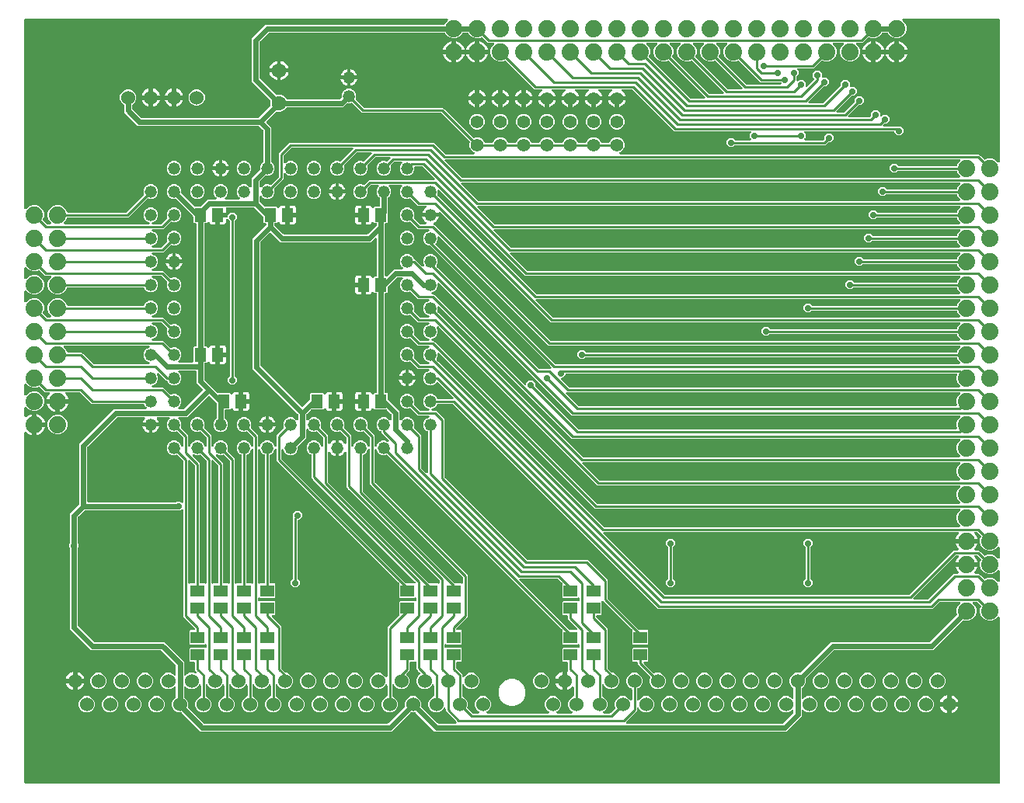
<source format=gbr>
G04 EAGLE Gerber RS-274X export*
G75*
%MOMM*%
%FSLAX34Y34*%
%LPD*%
%INBottom Copper*%
%IPPOS*%
%AMOC8*
5,1,8,0,0,1.08239X$1,22.5*%
G01*
%ADD10C,1.879600*%
%ADD11C,1.600200*%
%ADD12C,1.524000*%
%ADD13C,1.320800*%
%ADD14R,1.500000X1.300000*%
%ADD15R,1.300000X1.500000*%
%ADD16C,1.422400*%
%ADD17C,0.609600*%
%ADD18C,0.704800*%
%ADD19C,0.254000*%
%ADD20C,4.016000*%
%ADD21C,0.406400*%

G36*
X1063648Y-74184D02*
X1063648Y-74184D01*
X1063767Y-74177D01*
X1063805Y-74164D01*
X1063846Y-74159D01*
X1063956Y-74116D01*
X1064069Y-74079D01*
X1064104Y-74057D01*
X1064141Y-74042D01*
X1064237Y-73973D01*
X1064338Y-73909D01*
X1064366Y-73879D01*
X1064399Y-73856D01*
X1064475Y-73764D01*
X1064556Y-73677D01*
X1064576Y-73642D01*
X1064601Y-73611D01*
X1064652Y-73503D01*
X1064710Y-73399D01*
X1064720Y-73359D01*
X1064737Y-73323D01*
X1064759Y-73206D01*
X1064789Y-73091D01*
X1064793Y-73031D01*
X1064797Y-73011D01*
X1064795Y-72990D01*
X1064799Y-72930D01*
X1064799Y106847D01*
X1064782Y106985D01*
X1064769Y107124D01*
X1064762Y107143D01*
X1064759Y107163D01*
X1064708Y107292D01*
X1064661Y107423D01*
X1064650Y107440D01*
X1064642Y107458D01*
X1064561Y107571D01*
X1064483Y107686D01*
X1064467Y107699D01*
X1064456Y107716D01*
X1064348Y107805D01*
X1064244Y107896D01*
X1064226Y107906D01*
X1064211Y107919D01*
X1064085Y107978D01*
X1063961Y108041D01*
X1063941Y108045D01*
X1063923Y108054D01*
X1063787Y108080D01*
X1063651Y108111D01*
X1063630Y108110D01*
X1063611Y108114D01*
X1063472Y108105D01*
X1063333Y108101D01*
X1063313Y108095D01*
X1063293Y108094D01*
X1063161Y108051D01*
X1063027Y108013D01*
X1063010Y108002D01*
X1062991Y107996D01*
X1062873Y107921D01*
X1062753Y107851D01*
X1062732Y107833D01*
X1062722Y107826D01*
X1062708Y107811D01*
X1062633Y107745D01*
X1060143Y105255D01*
X1056222Y103631D01*
X1051978Y103631D01*
X1048057Y105255D01*
X1045055Y108257D01*
X1043431Y112178D01*
X1043431Y116422D01*
X1044558Y119141D01*
X1044565Y119170D01*
X1044579Y119196D01*
X1044607Y119323D01*
X1044641Y119448D01*
X1044642Y119477D01*
X1044648Y119506D01*
X1044644Y119636D01*
X1044647Y119766D01*
X1044640Y119795D01*
X1044639Y119824D01*
X1044603Y119949D01*
X1044572Y120075D01*
X1044559Y120101D01*
X1044550Y120130D01*
X1044484Y120242D01*
X1044424Y120356D01*
X1044404Y120378D01*
X1044389Y120404D01*
X1044282Y120524D01*
X1040719Y124088D01*
X1040641Y124148D01*
X1040569Y124216D01*
X1040516Y124245D01*
X1040468Y124282D01*
X1040377Y124322D01*
X1040290Y124370D01*
X1040232Y124385D01*
X1040176Y124409D01*
X1040078Y124424D01*
X1039983Y124449D01*
X1039883Y124455D01*
X1039862Y124459D01*
X1039850Y124457D01*
X1039822Y124459D01*
X1036693Y124459D01*
X1036555Y124442D01*
X1036416Y124429D01*
X1036397Y124422D01*
X1036377Y124419D01*
X1036248Y124368D01*
X1036117Y124321D01*
X1036100Y124310D01*
X1036082Y124302D01*
X1035969Y124221D01*
X1035854Y124143D01*
X1035841Y124127D01*
X1035824Y124116D01*
X1035735Y124008D01*
X1035644Y123904D01*
X1035634Y123886D01*
X1035621Y123871D01*
X1035562Y123745D01*
X1035499Y123621D01*
X1035495Y123601D01*
X1035486Y123583D01*
X1035460Y123447D01*
X1035429Y123311D01*
X1035430Y123290D01*
X1035426Y123271D01*
X1035435Y123132D01*
X1035439Y122993D01*
X1035445Y122973D01*
X1035446Y122953D01*
X1035489Y122821D01*
X1035527Y122687D01*
X1035538Y122670D01*
X1035544Y122651D01*
X1035619Y122533D01*
X1035689Y122413D01*
X1035707Y122392D01*
X1035714Y122382D01*
X1035729Y122368D01*
X1035795Y122293D01*
X1037745Y120343D01*
X1039369Y116422D01*
X1039369Y112178D01*
X1037745Y108257D01*
X1034743Y105255D01*
X1030822Y103631D01*
X1026578Y103631D01*
X1025637Y104021D01*
X1025608Y104029D01*
X1025582Y104042D01*
X1025455Y104071D01*
X1025330Y104105D01*
X1025301Y104105D01*
X1025272Y104112D01*
X1025142Y104108D01*
X1025012Y104110D01*
X1024983Y104103D01*
X1024954Y104102D01*
X1024829Y104066D01*
X1024703Y104036D01*
X1024677Y104022D01*
X1024648Y104014D01*
X1024536Y103948D01*
X1024422Y103887D01*
X1024400Y103867D01*
X1024374Y103852D01*
X1024254Y103746D01*
X995290Y74783D01*
X992389Y71881D01*
X884965Y71881D01*
X884866Y71869D01*
X884767Y71866D01*
X884709Y71849D01*
X884649Y71841D01*
X884557Y71805D01*
X884462Y71777D01*
X884410Y71747D01*
X884353Y71724D01*
X884273Y71666D01*
X884188Y71616D01*
X884113Y71550D01*
X884096Y71538D01*
X884088Y71528D01*
X884067Y71510D01*
X853743Y41186D01*
X853725Y41162D01*
X853703Y41143D01*
X853628Y41037D01*
X853548Y40934D01*
X853537Y40907D01*
X853520Y40883D01*
X853474Y40762D01*
X853422Y40642D01*
X853417Y40613D01*
X853407Y40586D01*
X853392Y40457D01*
X853372Y40328D01*
X853375Y40299D01*
X853372Y40270D01*
X853390Y40141D01*
X853402Y40012D01*
X853412Y39984D01*
X853416Y39955D01*
X853441Y39883D01*
X853441Y36331D01*
X852087Y33064D01*
X849575Y30551D01*
X849489Y30497D01*
X849376Y30433D01*
X849355Y30412D01*
X849330Y30396D01*
X849241Y30302D01*
X849148Y30211D01*
X849132Y30186D01*
X849112Y30165D01*
X849049Y30051D01*
X848981Y29940D01*
X848973Y29912D01*
X848958Y29886D01*
X848926Y29760D01*
X848888Y29636D01*
X848886Y29607D01*
X848879Y29578D01*
X848869Y29418D01*
X848869Y19956D01*
X848886Y19818D01*
X848899Y19680D01*
X848906Y19661D01*
X848909Y19641D01*
X848960Y19512D01*
X849007Y19381D01*
X849018Y19364D01*
X849026Y19345D01*
X849107Y19233D01*
X849185Y19118D01*
X849201Y19104D01*
X849212Y19088D01*
X849320Y18999D01*
X849424Y18907D01*
X849442Y18898D01*
X849457Y18885D01*
X849583Y18826D01*
X849707Y18763D01*
X849727Y18758D01*
X849745Y18749D01*
X849882Y18723D01*
X850017Y18693D01*
X850038Y18693D01*
X850057Y18690D01*
X850196Y18698D01*
X850335Y18703D01*
X850355Y18708D01*
X850375Y18709D01*
X850507Y18752D01*
X850641Y18791D01*
X850658Y18801D01*
X850677Y18807D01*
X850795Y18882D01*
X850915Y18952D01*
X850936Y18971D01*
X850946Y18978D01*
X850960Y18993D01*
X851035Y19059D01*
X852214Y20237D01*
X855481Y21591D01*
X859019Y21591D01*
X862286Y20237D01*
X864787Y17736D01*
X866141Y14469D01*
X866141Y10931D01*
X864787Y7664D01*
X862286Y5163D01*
X859019Y3809D01*
X855481Y3809D01*
X852214Y5163D01*
X851035Y6341D01*
X850926Y6426D01*
X850819Y6515D01*
X850800Y6524D01*
X850784Y6536D01*
X850657Y6591D01*
X850531Y6651D01*
X850511Y6654D01*
X850492Y6662D01*
X850354Y6684D01*
X850218Y6710D01*
X850198Y6709D01*
X850178Y6712D01*
X850039Y6699D01*
X849901Y6691D01*
X849882Y6684D01*
X849862Y6682D01*
X849730Y6635D01*
X849599Y6593D01*
X849581Y6582D01*
X849562Y6575D01*
X849447Y6497D01*
X849330Y6422D01*
X849316Y6408D01*
X849299Y6396D01*
X849207Y6292D01*
X849112Y6191D01*
X849102Y6173D01*
X849089Y6158D01*
X849025Y6034D01*
X848958Y5912D01*
X848953Y5893D01*
X848944Y5875D01*
X848914Y5739D01*
X848879Y5604D01*
X848877Y5576D01*
X848874Y5564D01*
X848875Y5544D01*
X848869Y5444D01*
X848869Y-519D01*
X832369Y-17019D01*
X449061Y-17019D01*
X428536Y3507D01*
X428512Y3525D01*
X428493Y3547D01*
X428387Y3622D01*
X428284Y3702D01*
X428257Y3713D01*
X428233Y3730D01*
X428112Y3776D01*
X427993Y3828D01*
X427963Y3833D01*
X427936Y3843D01*
X427807Y3858D01*
X427678Y3878D01*
X427649Y3875D01*
X427620Y3878D01*
X427491Y3860D01*
X427362Y3848D01*
X427334Y3838D01*
X427305Y3834D01*
X427233Y3809D01*
X423665Y3809D01*
X423566Y3832D01*
X423441Y3866D01*
X423411Y3866D01*
X423383Y3873D01*
X423253Y3869D01*
X423123Y3871D01*
X423094Y3864D01*
X423065Y3863D01*
X422940Y3827D01*
X422814Y3797D01*
X422787Y3783D01*
X422759Y3775D01*
X422647Y3709D01*
X422532Y3648D01*
X422511Y3628D01*
X422485Y3613D01*
X422364Y3507D01*
X401839Y-17019D01*
X193791Y-17019D01*
X173335Y3438D01*
X173257Y3498D01*
X173185Y3566D01*
X173132Y3595D01*
X173084Y3632D01*
X172993Y3672D01*
X172906Y3720D01*
X172847Y3735D01*
X172792Y3759D01*
X172694Y3774D01*
X172598Y3799D01*
X172498Y3805D01*
X172478Y3809D01*
X172465Y3807D01*
X172437Y3809D01*
X169681Y3809D01*
X166414Y5163D01*
X163913Y7664D01*
X162559Y10931D01*
X162559Y14469D01*
X163913Y17736D01*
X166425Y20249D01*
X166511Y20303D01*
X166624Y20367D01*
X166645Y20388D01*
X166670Y20404D01*
X166759Y20498D01*
X166852Y20589D01*
X166868Y20614D01*
X166888Y20635D01*
X166951Y20749D01*
X167019Y20860D01*
X167027Y20888D01*
X167042Y20914D01*
X167074Y21040D01*
X167112Y21164D01*
X167114Y21193D01*
X167121Y21222D01*
X167131Y21382D01*
X167131Y30844D01*
X167114Y30982D01*
X167101Y31120D01*
X167094Y31139D01*
X167091Y31159D01*
X167040Y31288D01*
X166993Y31419D01*
X166982Y31436D01*
X166974Y31455D01*
X166893Y31567D01*
X166815Y31682D01*
X166799Y31696D01*
X166788Y31712D01*
X166680Y31801D01*
X166576Y31893D01*
X166558Y31902D01*
X166543Y31915D01*
X166417Y31974D01*
X166293Y32037D01*
X166273Y32042D01*
X166255Y32051D01*
X166118Y32077D01*
X165983Y32107D01*
X165962Y32107D01*
X165943Y32110D01*
X165804Y32102D01*
X165665Y32097D01*
X165645Y32092D01*
X165625Y32091D01*
X165493Y32048D01*
X165359Y32009D01*
X165342Y31999D01*
X165323Y31993D01*
X165205Y31918D01*
X165085Y31848D01*
X165064Y31829D01*
X165054Y31822D01*
X165040Y31807D01*
X164965Y31741D01*
X163786Y30563D01*
X160519Y29209D01*
X156981Y29209D01*
X153714Y30563D01*
X151213Y33064D01*
X149859Y36331D01*
X149859Y39869D01*
X151213Y43136D01*
X153714Y45637D01*
X156981Y46991D01*
X160519Y46991D01*
X163786Y45637D01*
X164965Y44459D01*
X165074Y44374D01*
X165181Y44285D01*
X165200Y44276D01*
X165216Y44264D01*
X165343Y44209D01*
X165469Y44149D01*
X165489Y44146D01*
X165508Y44138D01*
X165646Y44116D01*
X165782Y44090D01*
X165802Y44091D01*
X165822Y44088D01*
X165961Y44101D01*
X166099Y44109D01*
X166118Y44116D01*
X166138Y44118D01*
X166270Y44165D01*
X166401Y44207D01*
X166419Y44218D01*
X166438Y44225D01*
X166553Y44303D01*
X166670Y44378D01*
X166684Y44392D01*
X166701Y44404D01*
X166793Y44508D01*
X166888Y44609D01*
X166898Y44627D01*
X166911Y44642D01*
X166975Y44766D01*
X167042Y44888D01*
X167047Y44907D01*
X167056Y44925D01*
X167086Y45061D01*
X167121Y45196D01*
X167123Y45224D01*
X167126Y45236D01*
X167125Y45256D01*
X167131Y45356D01*
X167131Y54835D01*
X167119Y54934D01*
X167116Y55033D01*
X167099Y55091D01*
X167091Y55151D01*
X167055Y55243D01*
X167027Y55338D01*
X166997Y55390D01*
X166974Y55447D01*
X166916Y55527D01*
X166866Y55612D01*
X166800Y55687D01*
X166788Y55704D01*
X166778Y55712D01*
X166760Y55733D01*
X150983Y71510D01*
X150905Y71570D01*
X150832Y71638D01*
X150779Y71667D01*
X150732Y71704D01*
X150641Y71744D01*
X150554Y71792D01*
X150495Y71807D01*
X150440Y71831D01*
X150342Y71846D01*
X150246Y71871D01*
X150146Y71877D01*
X150126Y71881D01*
X150113Y71879D01*
X150085Y71881D01*
X74411Y71881D01*
X51561Y94731D01*
X51561Y182432D01*
X51549Y182530D01*
X51546Y182629D01*
X51529Y182688D01*
X51521Y182748D01*
X51485Y182840D01*
X51457Y182935D01*
X51427Y182987D01*
X51404Y183043D01*
X51346Y183123D01*
X51296Y183209D01*
X51230Y183284D01*
X51218Y183301D01*
X51208Y183309D01*
X51190Y183330D01*
X51085Y183434D01*
X51085Y187406D01*
X51190Y187510D01*
X51250Y187589D01*
X51318Y187661D01*
X51347Y187714D01*
X51384Y187762D01*
X51424Y187853D01*
X51472Y187939D01*
X51487Y187998D01*
X51511Y188053D01*
X51526Y188151D01*
X51551Y188247D01*
X51557Y188347D01*
X51561Y188368D01*
X51559Y188380D01*
X51561Y188408D01*
X51561Y220229D01*
X61350Y230017D01*
X61410Y230095D01*
X61478Y230168D01*
X61507Y230221D01*
X61544Y230268D01*
X61584Y230359D01*
X61632Y230446D01*
X61647Y230505D01*
X61671Y230560D01*
X61686Y230658D01*
X61711Y230754D01*
X61717Y230854D01*
X61721Y230874D01*
X61719Y230887D01*
X61721Y230915D01*
X61721Y296429D01*
X96910Y331617D01*
X99811Y334519D01*
X133880Y334519D01*
X134018Y334536D01*
X134157Y334549D01*
X134176Y334556D01*
X134196Y334559D01*
X134325Y334610D01*
X134456Y334657D01*
X134473Y334668D01*
X134492Y334676D01*
X134604Y334757D01*
X134719Y334835D01*
X134733Y334851D01*
X134749Y334862D01*
X134838Y334970D01*
X134930Y335074D01*
X134939Y335092D01*
X134952Y335107D01*
X135011Y335233D01*
X135074Y335357D01*
X135079Y335377D01*
X135087Y335395D01*
X135113Y335532D01*
X135144Y335667D01*
X135143Y335688D01*
X135147Y335707D01*
X135139Y335846D01*
X135134Y335985D01*
X135129Y336005D01*
X135127Y336025D01*
X135085Y336157D01*
X135046Y336291D01*
X135036Y336308D01*
X135029Y336327D01*
X134955Y336445D01*
X134884Y336565D01*
X134866Y336586D01*
X134859Y336596D01*
X134844Y336610D01*
X134778Y336685D01*
X133024Y338439D01*
X132553Y339576D01*
X132539Y339601D01*
X132530Y339629D01*
X132460Y339739D01*
X132396Y339852D01*
X132375Y339873D01*
X132360Y339898D01*
X132265Y339987D01*
X132175Y340080D01*
X132149Y340096D01*
X132128Y340116D01*
X132014Y340179D01*
X131903Y340247D01*
X131875Y340255D01*
X131849Y340270D01*
X131724Y340302D01*
X131600Y340340D01*
X131570Y340342D01*
X131541Y340349D01*
X131381Y340359D01*
X75148Y340359D01*
X62819Y352688D01*
X62741Y352748D01*
X62669Y352816D01*
X62616Y352845D01*
X62568Y352882D01*
X62477Y352922D01*
X62390Y352970D01*
X62332Y352985D01*
X62276Y353009D01*
X62178Y353024D01*
X62083Y353049D01*
X61982Y353055D01*
X61962Y353059D01*
X61950Y353057D01*
X61922Y353059D01*
X47889Y353059D01*
X47751Y353042D01*
X47612Y353029D01*
X47593Y353022D01*
X47573Y353019D01*
X47444Y352968D01*
X47313Y352921D01*
X47296Y352910D01*
X47278Y352902D01*
X47165Y352821D01*
X47050Y352743D01*
X47037Y352727D01*
X47020Y352716D01*
X46932Y352608D01*
X46840Y352504D01*
X46830Y352486D01*
X46817Y352471D01*
X46758Y352345D01*
X46695Y352221D01*
X46691Y352201D01*
X46682Y352183D01*
X46656Y352047D01*
X46625Y351911D01*
X46626Y351890D01*
X46622Y351871D01*
X46631Y351732D01*
X46635Y351593D01*
X46641Y351573D01*
X46642Y351553D01*
X46685Y351421D01*
X46723Y351287D01*
X46734Y351270D01*
X46740Y351251D01*
X46814Y351133D01*
X46885Y351013D01*
X46904Y350992D01*
X46910Y350982D01*
X46925Y350968D01*
X46991Y350892D01*
X47206Y350678D01*
X48311Y349157D01*
X49164Y347483D01*
X49745Y345696D01*
X49785Y345439D01*
X39370Y345439D01*
X39252Y345424D01*
X39133Y345417D01*
X39095Y345404D01*
X39055Y345399D01*
X38944Y345356D01*
X38831Y345319D01*
X38797Y345297D01*
X38759Y345282D01*
X38663Y345212D01*
X38562Y345149D01*
X38534Y345119D01*
X38502Y345095D01*
X38426Y345004D01*
X38344Y344917D01*
X38325Y344882D01*
X38299Y344851D01*
X38248Y344743D01*
X38191Y344639D01*
X38180Y344599D01*
X38163Y344563D01*
X38141Y344446D01*
X38111Y344331D01*
X38107Y344270D01*
X38103Y344250D01*
X38105Y344230D01*
X38101Y344170D01*
X38101Y342899D01*
X38099Y342899D01*
X38099Y344170D01*
X38084Y344288D01*
X38077Y344407D01*
X38064Y344445D01*
X38059Y344485D01*
X38015Y344596D01*
X37979Y344709D01*
X37957Y344744D01*
X37942Y344781D01*
X37872Y344877D01*
X37809Y344978D01*
X37779Y345006D01*
X37755Y345039D01*
X37664Y345114D01*
X37577Y345196D01*
X37542Y345216D01*
X37510Y345241D01*
X37403Y345292D01*
X37298Y345350D01*
X37259Y345360D01*
X37223Y345377D01*
X37106Y345399D01*
X36991Y345429D01*
X36930Y345433D01*
X36910Y345437D01*
X36890Y345435D01*
X36830Y345439D01*
X26415Y345439D01*
X26455Y345696D01*
X27036Y347483D01*
X27889Y349157D01*
X28994Y350678D01*
X29209Y350892D01*
X29294Y351002D01*
X29383Y351109D01*
X29391Y351128D01*
X29404Y351144D01*
X29459Y351272D01*
X29518Y351397D01*
X29522Y351417D01*
X29530Y351436D01*
X29552Y351573D01*
X29578Y351710D01*
X29577Y351730D01*
X29580Y351750D01*
X29567Y351888D01*
X29558Y352027D01*
X29552Y352046D01*
X29550Y352066D01*
X29503Y352197D01*
X29460Y352329D01*
X29449Y352347D01*
X29442Y352366D01*
X29364Y352481D01*
X29290Y352598D01*
X29275Y352612D01*
X29264Y352629D01*
X29160Y352721D01*
X29058Y352816D01*
X29041Y352826D01*
X29025Y352839D01*
X28902Y352902D01*
X28780Y352970D01*
X28760Y352975D01*
X28742Y352984D01*
X28606Y353014D01*
X28472Y353049D01*
X28444Y353051D01*
X28432Y353054D01*
X28411Y353053D01*
X28311Y353059D01*
X24348Y353059D01*
X22488Y354919D01*
X18924Y358482D01*
X18901Y358501D01*
X18882Y358523D01*
X18776Y358598D01*
X18673Y358677D01*
X18646Y358689D01*
X18622Y358706D01*
X18501Y358752D01*
X18381Y358804D01*
X18352Y358808D01*
X18325Y358819D01*
X18196Y358833D01*
X18067Y358854D01*
X18038Y358851D01*
X18008Y358854D01*
X17880Y358836D01*
X17751Y358824D01*
X17723Y358814D01*
X17694Y358810D01*
X17541Y358758D01*
X14822Y357631D01*
X10578Y357631D01*
X6657Y359255D01*
X4167Y361745D01*
X4058Y361830D01*
X3951Y361919D01*
X3932Y361927D01*
X3916Y361940D01*
X3788Y361995D01*
X3663Y362054D01*
X3643Y362058D01*
X3624Y362066D01*
X3486Y362088D01*
X3350Y362114D01*
X3330Y362113D01*
X3310Y362116D01*
X3171Y362103D01*
X3033Y362094D01*
X3014Y362088D01*
X2994Y362086D01*
X2862Y362039D01*
X2731Y361996D01*
X2713Y361985D01*
X2694Y361978D01*
X2579Y361900D01*
X2462Y361826D01*
X2448Y361811D01*
X2431Y361800D01*
X2339Y361696D01*
X2244Y361594D01*
X2234Y361577D01*
X2221Y361561D01*
X2157Y361437D01*
X2090Y361316D01*
X2085Y361296D01*
X2076Y361278D01*
X2046Y361142D01*
X2011Y361008D01*
X2009Y360980D01*
X2006Y360968D01*
X2007Y360947D01*
X2001Y360847D01*
X2001Y350353D01*
X2018Y350215D01*
X2031Y350076D01*
X2038Y350057D01*
X2041Y350037D01*
X2092Y349908D01*
X2139Y349777D01*
X2150Y349760D01*
X2158Y349742D01*
X2239Y349629D01*
X2317Y349514D01*
X2333Y349501D01*
X2344Y349484D01*
X2452Y349395D01*
X2556Y349304D01*
X2574Y349294D01*
X2589Y349281D01*
X2715Y349222D01*
X2839Y349159D01*
X2859Y349155D01*
X2877Y349146D01*
X3013Y349120D01*
X3149Y349089D01*
X3170Y349090D01*
X3189Y349086D01*
X3328Y349095D01*
X3467Y349099D01*
X3487Y349105D01*
X3507Y349106D01*
X3639Y349149D01*
X3773Y349187D01*
X3790Y349198D01*
X3809Y349204D01*
X3927Y349279D01*
X4047Y349349D01*
X4068Y349367D01*
X4078Y349374D01*
X4092Y349389D01*
X4167Y349455D01*
X6657Y351945D01*
X10578Y353569D01*
X14822Y353569D01*
X18743Y351945D01*
X21745Y348943D01*
X23369Y345022D01*
X23369Y340778D01*
X21745Y336857D01*
X18743Y333855D01*
X14822Y332231D01*
X10578Y332231D01*
X6657Y333855D01*
X4167Y336345D01*
X4058Y336430D01*
X3951Y336519D01*
X3932Y336527D01*
X3916Y336540D01*
X3788Y336595D01*
X3663Y336654D01*
X3643Y336658D01*
X3624Y336666D01*
X3486Y336688D01*
X3350Y336714D01*
X3330Y336713D01*
X3310Y336716D01*
X3171Y336703D01*
X3033Y336694D01*
X3014Y336688D01*
X2994Y336686D01*
X2862Y336639D01*
X2731Y336596D01*
X2713Y336585D01*
X2694Y336578D01*
X2579Y336500D01*
X2462Y336426D01*
X2448Y336411D01*
X2431Y336400D01*
X2339Y336296D01*
X2244Y336194D01*
X2234Y336177D01*
X2221Y336161D01*
X2157Y336037D01*
X2090Y335916D01*
X2085Y335896D01*
X2076Y335878D01*
X2046Y335742D01*
X2011Y335608D01*
X2009Y335580D01*
X2006Y335568D01*
X2007Y335547D01*
X2001Y335447D01*
X2001Y326749D01*
X2018Y326611D01*
X2031Y326472D01*
X2038Y326453D01*
X2041Y326433D01*
X2092Y326304D01*
X2139Y326173D01*
X2150Y326156D01*
X2158Y326138D01*
X2239Y326025D01*
X2317Y325910D01*
X2333Y325897D01*
X2344Y325880D01*
X2452Y325791D01*
X2556Y325700D01*
X2574Y325690D01*
X2589Y325677D01*
X2715Y325618D01*
X2839Y325555D01*
X2859Y325551D01*
X2877Y325542D01*
X3014Y325516D01*
X3149Y325485D01*
X3170Y325486D01*
X3189Y325482D01*
X3328Y325491D01*
X3467Y325495D01*
X3487Y325501D01*
X3507Y325502D01*
X3639Y325545D01*
X3773Y325583D01*
X3790Y325594D01*
X3809Y325600D01*
X3927Y325674D01*
X4047Y325745D01*
X4068Y325764D01*
X4078Y325770D01*
X4092Y325785D01*
X4167Y325851D01*
X4922Y326606D01*
X6443Y327711D01*
X8117Y328564D01*
X9904Y329145D01*
X10161Y329185D01*
X10161Y318770D01*
X10176Y318652D01*
X10183Y318533D01*
X10196Y318495D01*
X10201Y318455D01*
X10244Y318344D01*
X10281Y318231D01*
X10303Y318197D01*
X10318Y318159D01*
X10388Y318063D01*
X10451Y317962D01*
X10481Y317934D01*
X10504Y317902D01*
X10596Y317826D01*
X10683Y317744D01*
X10718Y317725D01*
X10749Y317699D01*
X10857Y317648D01*
X10961Y317591D01*
X11001Y317580D01*
X11037Y317563D01*
X11154Y317541D01*
X11269Y317511D01*
X11330Y317507D01*
X11350Y317503D01*
X11370Y317505D01*
X11430Y317501D01*
X12701Y317501D01*
X12701Y317499D01*
X11430Y317499D01*
X11312Y317484D01*
X11193Y317477D01*
X11155Y317464D01*
X11114Y317459D01*
X11004Y317415D01*
X10891Y317379D01*
X10856Y317357D01*
X10819Y317342D01*
X10723Y317272D01*
X10622Y317209D01*
X10594Y317179D01*
X10561Y317155D01*
X10486Y317064D01*
X10404Y316977D01*
X10384Y316942D01*
X10359Y316910D01*
X10308Y316803D01*
X10250Y316698D01*
X10240Y316659D01*
X10223Y316623D01*
X10201Y316506D01*
X10171Y316391D01*
X10167Y316330D01*
X10163Y316310D01*
X10165Y316290D01*
X10161Y316230D01*
X10161Y305815D01*
X9904Y305855D01*
X8117Y306436D01*
X6443Y307289D01*
X4922Y308394D01*
X4167Y309149D01*
X4058Y309234D01*
X3951Y309323D01*
X3932Y309331D01*
X3916Y309344D01*
X3788Y309399D01*
X3663Y309458D01*
X3643Y309462D01*
X3624Y309470D01*
X3486Y309492D01*
X3350Y309518D01*
X3330Y309517D01*
X3310Y309520D01*
X3171Y309507D01*
X3033Y309498D01*
X3014Y309492D01*
X2994Y309490D01*
X2863Y309443D01*
X2731Y309400D01*
X2713Y309389D01*
X2694Y309382D01*
X2580Y309304D01*
X2462Y309230D01*
X2448Y309215D01*
X2431Y309204D01*
X2339Y309100D01*
X2244Y308998D01*
X2234Y308980D01*
X2221Y308965D01*
X2158Y308842D01*
X2090Y308720D01*
X2085Y308700D01*
X2076Y308682D01*
X2046Y308546D01*
X2011Y308412D01*
X2009Y308384D01*
X2006Y308372D01*
X2007Y308351D01*
X2001Y308251D01*
X2001Y-72930D01*
X2016Y-73048D01*
X2023Y-73167D01*
X2036Y-73205D01*
X2041Y-73246D01*
X2084Y-73356D01*
X2121Y-73469D01*
X2143Y-73504D01*
X2158Y-73541D01*
X2227Y-73637D01*
X2291Y-73738D01*
X2321Y-73766D01*
X2344Y-73799D01*
X2436Y-73875D01*
X2523Y-73956D01*
X2558Y-73976D01*
X2589Y-74001D01*
X2697Y-74052D01*
X2801Y-74110D01*
X2841Y-74120D01*
X2877Y-74137D01*
X2994Y-74159D01*
X3109Y-74189D01*
X3169Y-74193D01*
X3189Y-74197D01*
X3210Y-74195D01*
X3270Y-74199D01*
X1063530Y-74199D01*
X1063648Y-74184D01*
G37*
G36*
X184778Y385334D02*
X184778Y385334D01*
X184897Y385341D01*
X184935Y385354D01*
X184976Y385359D01*
X185086Y385402D01*
X185199Y385439D01*
X185234Y385461D01*
X185271Y385476D01*
X185367Y385545D01*
X185468Y385609D01*
X185496Y385639D01*
X185529Y385662D01*
X185605Y385754D01*
X185686Y385841D01*
X185706Y385876D01*
X185731Y385907D01*
X185782Y386015D01*
X185840Y386119D01*
X185850Y386159D01*
X185867Y386195D01*
X185889Y386312D01*
X185919Y386427D01*
X185923Y386487D01*
X185927Y386507D01*
X185925Y386528D01*
X185929Y386588D01*
X185929Y401726D01*
X186674Y402471D01*
X188112Y402471D01*
X188230Y402486D01*
X188349Y402493D01*
X188387Y402506D01*
X188428Y402511D01*
X188538Y402554D01*
X188651Y402591D01*
X188686Y402613D01*
X188723Y402628D01*
X188819Y402697D01*
X188920Y402761D01*
X188948Y402791D01*
X188981Y402814D01*
X189057Y402906D01*
X189138Y402993D01*
X189158Y403028D01*
X189183Y403059D01*
X189234Y403167D01*
X189292Y403271D01*
X189302Y403311D01*
X189319Y403347D01*
X189341Y403464D01*
X189371Y403579D01*
X189375Y403639D01*
X189379Y403659D01*
X189377Y403680D01*
X189381Y403740D01*
X189381Y536060D01*
X189366Y536178D01*
X189359Y536297D01*
X189346Y536335D01*
X189341Y536376D01*
X189298Y536486D01*
X189261Y536599D01*
X189239Y536634D01*
X189224Y536671D01*
X189155Y536767D01*
X189091Y536868D01*
X189061Y536896D01*
X189038Y536929D01*
X188946Y537005D01*
X188859Y537086D01*
X188824Y537106D01*
X188793Y537131D01*
X188685Y537182D01*
X188581Y537240D01*
X188541Y537250D01*
X188505Y537267D01*
X188388Y537289D01*
X188273Y537319D01*
X188213Y537323D01*
X188193Y537327D01*
X188172Y537325D01*
X188112Y537329D01*
X186674Y537329D01*
X185929Y538074D01*
X185929Y544037D01*
X185917Y544136D01*
X185914Y544235D01*
X185897Y544293D01*
X185889Y544353D01*
X185853Y544445D01*
X185825Y544540D01*
X185795Y544592D01*
X185772Y544649D01*
X185714Y544729D01*
X185664Y544814D01*
X185598Y544889D01*
X185586Y544906D01*
X185576Y544914D01*
X185558Y544935D01*
X167239Y563254D01*
X167161Y563314D01*
X167088Y563382D01*
X167035Y563411D01*
X166988Y563448D01*
X166897Y563488D01*
X166810Y563536D01*
X166751Y563551D01*
X166696Y563575D01*
X166598Y563590D01*
X166502Y563615D01*
X166402Y563621D01*
X166382Y563625D01*
X166369Y563623D01*
X166341Y563625D01*
X163534Y563625D01*
X160639Y564824D01*
X158424Y567039D01*
X157225Y569934D01*
X157225Y573066D01*
X158424Y575961D01*
X160639Y578176D01*
X163534Y579375D01*
X166666Y579375D01*
X169561Y578176D01*
X171776Y575961D01*
X172975Y573066D01*
X172975Y570259D01*
X172987Y570160D01*
X172990Y570061D01*
X173007Y570003D01*
X173015Y569943D01*
X173051Y569851D01*
X173079Y569756D01*
X173109Y569704D01*
X173132Y569647D01*
X173190Y569567D01*
X173240Y569482D01*
X173306Y569407D01*
X173318Y569390D01*
X173328Y569382D01*
X173346Y569361D01*
X187465Y555242D01*
X187543Y555182D01*
X187616Y555114D01*
X187669Y555085D01*
X187716Y555048D01*
X187807Y555008D01*
X187894Y554960D01*
X187953Y554945D01*
X188008Y554921D01*
X188106Y554906D01*
X188202Y554881D01*
X188302Y554875D01*
X188322Y554871D01*
X188335Y554873D01*
X188363Y554871D01*
X192637Y554871D01*
X192736Y554883D01*
X192835Y554886D01*
X192893Y554903D01*
X192953Y554911D01*
X193045Y554947D01*
X193140Y554975D01*
X193192Y555005D01*
X193249Y555028D01*
X193329Y555086D01*
X193414Y555136D01*
X193489Y555202D01*
X193506Y555214D01*
X193514Y555224D01*
X193535Y555242D01*
X201411Y563119D01*
X210080Y563119D01*
X210218Y563136D01*
X210357Y563149D01*
X210376Y563156D01*
X210396Y563159D01*
X210525Y563210D01*
X210656Y563257D01*
X210673Y563268D01*
X210692Y563276D01*
X210804Y563357D01*
X210919Y563435D01*
X210933Y563451D01*
X210949Y563462D01*
X211038Y563570D01*
X211130Y563674D01*
X211139Y563692D01*
X211152Y563707D01*
X211211Y563833D01*
X211274Y563957D01*
X211279Y563977D01*
X211287Y563995D01*
X211313Y564132D01*
X211344Y564267D01*
X211343Y564288D01*
X211347Y564307D01*
X211339Y564446D01*
X211334Y564585D01*
X211329Y564605D01*
X211327Y564625D01*
X211285Y564757D01*
X211246Y564891D01*
X211236Y564908D01*
X211229Y564927D01*
X211155Y565045D01*
X211084Y565165D01*
X211066Y565186D01*
X211059Y565196D01*
X211044Y565210D01*
X210978Y565285D01*
X209224Y567039D01*
X208025Y569934D01*
X208025Y573066D01*
X209224Y575961D01*
X211439Y578176D01*
X214334Y579375D01*
X217466Y579375D01*
X220361Y578176D01*
X222576Y575961D01*
X223775Y573066D01*
X223775Y569934D01*
X222576Y567039D01*
X220822Y565285D01*
X220737Y565176D01*
X220648Y565069D01*
X220640Y565050D01*
X220627Y565034D01*
X220572Y564906D01*
X220513Y564781D01*
X220509Y564761D01*
X220501Y564742D01*
X220479Y564604D01*
X220453Y564468D01*
X220454Y564448D01*
X220451Y564428D01*
X220464Y564289D01*
X220473Y564151D01*
X220479Y564132D01*
X220481Y564112D01*
X220528Y563980D01*
X220571Y563849D01*
X220581Y563831D01*
X220588Y563812D01*
X220666Y563697D01*
X220741Y563580D01*
X220756Y563566D01*
X220767Y563549D01*
X220871Y563457D01*
X220972Y563362D01*
X220990Y563352D01*
X221005Y563339D01*
X221129Y563275D01*
X221251Y563208D01*
X221270Y563203D01*
X221289Y563194D01*
X221424Y563164D01*
X221559Y563129D01*
X221587Y563127D01*
X221599Y563124D01*
X221619Y563125D01*
X221720Y563119D01*
X235480Y563119D01*
X235618Y563136D01*
X235757Y563149D01*
X235776Y563156D01*
X235796Y563159D01*
X235925Y563210D01*
X236056Y563257D01*
X236073Y563268D01*
X236092Y563276D01*
X236204Y563357D01*
X236319Y563435D01*
X236333Y563451D01*
X236349Y563462D01*
X236438Y563570D01*
X236530Y563674D01*
X236539Y563692D01*
X236552Y563707D01*
X236611Y563833D01*
X236674Y563957D01*
X236679Y563977D01*
X236687Y563995D01*
X236713Y564132D01*
X236744Y564267D01*
X236743Y564288D01*
X236747Y564307D01*
X236739Y564446D01*
X236734Y564585D01*
X236729Y564605D01*
X236727Y564625D01*
X236685Y564757D01*
X236646Y564891D01*
X236636Y564908D01*
X236629Y564927D01*
X236555Y565045D01*
X236484Y565165D01*
X236466Y565186D01*
X236459Y565196D01*
X236444Y565210D01*
X236378Y565285D01*
X234624Y567039D01*
X233425Y569934D01*
X233425Y573066D01*
X234624Y575961D01*
X236839Y578176D01*
X239734Y579375D01*
X242866Y579375D01*
X245761Y578176D01*
X247515Y576422D01*
X247624Y576337D01*
X247731Y576248D01*
X247750Y576240D01*
X247766Y576227D01*
X247894Y576172D01*
X248019Y576113D01*
X248039Y576109D01*
X248058Y576101D01*
X248196Y576079D01*
X248332Y576053D01*
X248352Y576054D01*
X248372Y576051D01*
X248511Y576064D01*
X248649Y576073D01*
X248668Y576079D01*
X248688Y576081D01*
X248820Y576128D01*
X248951Y576171D01*
X248969Y576181D01*
X248988Y576188D01*
X249103Y576266D01*
X249220Y576341D01*
X249234Y576356D01*
X249251Y576367D01*
X249343Y576471D01*
X249438Y576572D01*
X249448Y576590D01*
X249461Y576605D01*
X249525Y576729D01*
X249592Y576851D01*
X249597Y576870D01*
X249606Y576889D01*
X249636Y577024D01*
X249671Y577159D01*
X249673Y577187D01*
X249676Y577199D01*
X249675Y577219D01*
X249681Y577320D01*
X249681Y585989D01*
X258454Y594761D01*
X258514Y594839D01*
X258582Y594912D01*
X258611Y594965D01*
X258648Y595012D01*
X258688Y595103D01*
X258736Y595190D01*
X258751Y595249D01*
X258775Y595304D01*
X258790Y595402D01*
X258815Y595498D01*
X258821Y595598D01*
X258825Y595618D01*
X258823Y595631D01*
X258825Y595659D01*
X258825Y598466D01*
X260024Y601361D01*
X262010Y603346D01*
X262070Y603424D01*
X262138Y603496D01*
X262167Y603549D01*
X262204Y603597D01*
X262244Y603688D01*
X262292Y603775D01*
X262307Y603834D01*
X262331Y603889D01*
X262346Y603987D01*
X262371Y604083D01*
X262377Y604183D01*
X262381Y604203D01*
X262379Y604216D01*
X262381Y604244D01*
X262381Y637765D01*
X262369Y637864D01*
X262366Y637963D01*
X262349Y638021D01*
X262341Y638081D01*
X262305Y638173D01*
X262277Y638268D01*
X262247Y638320D01*
X262224Y638377D01*
X262166Y638457D01*
X262116Y638542D01*
X262050Y638617D01*
X262038Y638634D01*
X262028Y638642D01*
X262010Y638663D01*
X257663Y643010D01*
X257585Y643070D01*
X257513Y643138D01*
X257460Y643167D01*
X257412Y643204D01*
X257321Y643244D01*
X257234Y643292D01*
X257175Y643307D01*
X257120Y643331D01*
X257022Y643346D01*
X256926Y643371D01*
X256826Y643377D01*
X256806Y643381D01*
X256793Y643379D01*
X256765Y643381D01*
X125211Y643381D01*
X110581Y658011D01*
X110581Y665418D01*
X110578Y665447D01*
X110580Y665476D01*
X110558Y665604D01*
X110541Y665733D01*
X110531Y665760D01*
X110526Y665790D01*
X110472Y665908D01*
X110424Y666029D01*
X110407Y666053D01*
X110395Y666080D01*
X110314Y666181D01*
X110238Y666286D01*
X110215Y666305D01*
X110196Y666328D01*
X110093Y666406D01*
X109993Y666489D01*
X109966Y666501D01*
X109942Y666519D01*
X109874Y666553D01*
X107363Y669064D01*
X106009Y672331D01*
X106009Y675869D01*
X107363Y679136D01*
X109864Y681637D01*
X113131Y682991D01*
X116669Y682991D01*
X119936Y681637D01*
X122437Y679136D01*
X123791Y675869D01*
X123791Y672331D01*
X122437Y669064D01*
X119925Y666551D01*
X119839Y666497D01*
X119726Y666433D01*
X119705Y666412D01*
X119680Y666396D01*
X119591Y666302D01*
X119498Y666211D01*
X119482Y666186D01*
X119462Y666165D01*
X119399Y666051D01*
X119331Y665940D01*
X119323Y665912D01*
X119308Y665886D01*
X119276Y665760D01*
X119238Y665636D01*
X119236Y665607D01*
X119229Y665578D01*
X119219Y665418D01*
X119219Y662115D01*
X119231Y662016D01*
X119234Y661917D01*
X119251Y661859D01*
X119259Y661799D01*
X119295Y661707D01*
X119323Y661612D01*
X119353Y661560D01*
X119376Y661503D01*
X119434Y661423D01*
X119484Y661338D01*
X119550Y661263D01*
X119562Y661246D01*
X119572Y661238D01*
X119590Y661217D01*
X128417Y652390D01*
X128495Y652330D01*
X128568Y652262D01*
X128621Y652233D01*
X128668Y652196D01*
X128759Y652156D01*
X128846Y652108D01*
X128905Y652093D01*
X128960Y652069D01*
X129058Y652054D01*
X129154Y652029D01*
X129254Y652023D01*
X129274Y652019D01*
X129287Y652021D01*
X129315Y652019D01*
X256765Y652019D01*
X256864Y652031D01*
X256963Y652034D01*
X257021Y652051D01*
X257081Y652059D01*
X257173Y652095D01*
X257268Y652123D01*
X257320Y652153D01*
X257377Y652176D01*
X257457Y652234D01*
X257542Y652284D01*
X257617Y652350D01*
X257634Y652362D01*
X257642Y652372D01*
X257663Y652390D01*
X269915Y664643D01*
X269933Y664666D01*
X269956Y664685D01*
X270030Y664791D01*
X270110Y664894D01*
X270122Y664921D01*
X270139Y664945D01*
X270185Y665066D01*
X270236Y665186D01*
X270241Y665215D01*
X270252Y665243D01*
X270266Y665372D01*
X270286Y665500D01*
X270284Y665529D01*
X270287Y665559D01*
X270269Y665687D01*
X270256Y665817D01*
X270246Y665844D01*
X270242Y665874D01*
X270190Y666026D01*
X270128Y666176D01*
X270128Y669864D01*
X270190Y670014D01*
X270198Y670043D01*
X270212Y670069D01*
X270240Y670195D01*
X270274Y670321D01*
X270275Y670350D01*
X270281Y670379D01*
X270277Y670509D01*
X270279Y670639D01*
X270272Y670667D01*
X270272Y670697D01*
X270235Y670822D01*
X270205Y670948D01*
X270191Y670974D01*
X270183Y671002D01*
X270117Y671114D01*
X270056Y671229D01*
X270037Y671251D01*
X270022Y671276D01*
X269915Y671397D01*
X249681Y691631D01*
X249681Y738389D01*
X252583Y741290D01*
X262010Y750717D01*
X264911Y753619D01*
X459293Y753619D01*
X459322Y753622D01*
X459352Y753620D01*
X459480Y753642D01*
X459609Y753659D01*
X459636Y753669D01*
X459665Y753674D01*
X459784Y753728D01*
X459904Y753776D01*
X459928Y753793D01*
X459955Y753805D01*
X460057Y753886D01*
X460162Y753962D01*
X460180Y753985D01*
X460204Y754004D01*
X460282Y754107D01*
X460364Y754207D01*
X460377Y754234D01*
X460395Y754258D01*
X460466Y754402D01*
X460855Y755343D01*
X463345Y757833D01*
X463430Y757942D01*
X463519Y758049D01*
X463527Y758068D01*
X463540Y758084D01*
X463595Y758212D01*
X463654Y758337D01*
X463658Y758357D01*
X463666Y758376D01*
X463688Y758514D01*
X463714Y758650D01*
X463713Y758670D01*
X463716Y758690D01*
X463703Y758829D01*
X463694Y758967D01*
X463688Y758986D01*
X463686Y759006D01*
X463639Y759138D01*
X463596Y759269D01*
X463585Y759287D01*
X463578Y759306D01*
X463500Y759421D01*
X463426Y759538D01*
X463411Y759552D01*
X463400Y759569D01*
X463296Y759661D01*
X463194Y759756D01*
X463177Y759766D01*
X463161Y759779D01*
X463037Y759843D01*
X462916Y759910D01*
X462896Y759915D01*
X462878Y759924D01*
X462742Y759954D01*
X462608Y759989D01*
X462580Y759991D01*
X462568Y759994D01*
X462547Y759993D01*
X462447Y759999D01*
X3270Y759999D01*
X3152Y759984D01*
X3033Y759977D01*
X2995Y759964D01*
X2954Y759959D01*
X2844Y759916D01*
X2731Y759879D01*
X2696Y759857D01*
X2659Y759842D01*
X2563Y759773D01*
X2462Y759709D01*
X2434Y759679D01*
X2401Y759656D01*
X2325Y759564D01*
X2244Y759477D01*
X2224Y759442D01*
X2199Y759411D01*
X2148Y759303D01*
X2090Y759199D01*
X2080Y759159D01*
X2063Y759123D01*
X2041Y759006D01*
X2011Y758891D01*
X2007Y758831D01*
X2003Y758811D01*
X2005Y758790D01*
X2001Y758730D01*
X2001Y553553D01*
X2018Y553415D01*
X2031Y553276D01*
X2038Y553257D01*
X2041Y553237D01*
X2092Y553108D01*
X2139Y552977D01*
X2150Y552960D01*
X2158Y552942D01*
X2239Y552829D01*
X2317Y552714D01*
X2333Y552701D01*
X2344Y552684D01*
X2452Y552595D01*
X2556Y552504D01*
X2574Y552494D01*
X2589Y552481D01*
X2715Y552422D01*
X2839Y552359D01*
X2859Y552355D01*
X2877Y552346D01*
X3013Y552320D01*
X3149Y552289D01*
X3170Y552290D01*
X3189Y552286D01*
X3328Y552295D01*
X3467Y552299D01*
X3487Y552305D01*
X3507Y552306D01*
X3639Y552349D01*
X3773Y552387D01*
X3790Y552398D01*
X3809Y552404D01*
X3927Y552479D01*
X4047Y552549D01*
X4068Y552567D01*
X4078Y552574D01*
X4092Y552589D01*
X4167Y552655D01*
X6657Y555145D01*
X10578Y556769D01*
X14822Y556769D01*
X18743Y555145D01*
X21745Y552143D01*
X23369Y548222D01*
X23369Y543978D01*
X22242Y541259D01*
X22235Y541230D01*
X22221Y541204D01*
X22193Y541077D01*
X22159Y540952D01*
X22158Y540923D01*
X22152Y540894D01*
X22156Y540764D01*
X22153Y540634D01*
X22160Y540605D01*
X22161Y540576D01*
X22197Y540451D01*
X22228Y540325D01*
X22241Y540299D01*
X22250Y540270D01*
X22316Y540158D01*
X22376Y540044D01*
X22396Y540022D01*
X22411Y539996D01*
X22518Y539876D01*
X26081Y536312D01*
X26159Y536252D01*
X26231Y536184D01*
X26284Y536155D01*
X26332Y536118D01*
X26423Y536078D01*
X26510Y536030D01*
X26568Y536015D01*
X26624Y535991D01*
X26722Y535976D01*
X26817Y535951D01*
X26918Y535945D01*
X26938Y535941D01*
X26950Y535943D01*
X26978Y535941D01*
X30107Y535941D01*
X30245Y535958D01*
X30384Y535971D01*
X30403Y535978D01*
X30423Y535981D01*
X30552Y536032D01*
X30683Y536079D01*
X30700Y536090D01*
X30718Y536098D01*
X30831Y536179D01*
X30946Y536257D01*
X30959Y536273D01*
X30976Y536284D01*
X31065Y536392D01*
X31156Y536496D01*
X31166Y536514D01*
X31179Y536529D01*
X31238Y536655D01*
X31301Y536779D01*
X31305Y536799D01*
X31314Y536817D01*
X31340Y536953D01*
X31371Y537089D01*
X31370Y537110D01*
X31374Y537129D01*
X31365Y537268D01*
X31361Y537407D01*
X31355Y537427D01*
X31354Y537447D01*
X31311Y537579D01*
X31273Y537713D01*
X31262Y537730D01*
X31256Y537749D01*
X31181Y537867D01*
X31111Y537987D01*
X31093Y538008D01*
X31086Y538018D01*
X31071Y538032D01*
X31005Y538107D01*
X29055Y540057D01*
X27431Y543978D01*
X27431Y548222D01*
X29055Y552143D01*
X32057Y555145D01*
X35978Y556769D01*
X40222Y556769D01*
X44143Y555145D01*
X47145Y552143D01*
X48271Y549424D01*
X48285Y549399D01*
X48295Y549371D01*
X48364Y549261D01*
X48428Y549148D01*
X48449Y549127D01*
X48465Y549102D01*
X48559Y549013D01*
X48650Y548920D01*
X48675Y548904D01*
X48696Y548884D01*
X48810Y548821D01*
X48921Y548753D01*
X48949Y548745D01*
X48975Y548730D01*
X49101Y548698D01*
X49225Y548660D01*
X49254Y548658D01*
X49283Y548651D01*
X49443Y548641D01*
X112722Y548641D01*
X112820Y548653D01*
X112919Y548656D01*
X112977Y548673D01*
X113037Y548681D01*
X113129Y548717D01*
X113225Y548745D01*
X113277Y548775D01*
X113333Y548798D01*
X113413Y548856D01*
X113498Y548906D01*
X113574Y548972D01*
X113590Y548984D01*
X113598Y548994D01*
X113619Y549012D01*
X132021Y567414D01*
X132039Y567437D01*
X132061Y567456D01*
X132136Y567562D01*
X132216Y567665D01*
X132228Y567692D01*
X132245Y567717D01*
X132290Y567838D01*
X132342Y567957D01*
X132347Y567986D01*
X132357Y568014D01*
X132372Y568143D01*
X132392Y568271D01*
X132389Y568301D01*
X132392Y568330D01*
X132374Y568458D01*
X132362Y568588D01*
X132352Y568616D01*
X132348Y568645D01*
X132296Y568797D01*
X131825Y569934D01*
X131825Y573066D01*
X133024Y575961D01*
X135239Y578176D01*
X138134Y579375D01*
X141266Y579375D01*
X144161Y578176D01*
X146376Y575961D01*
X147575Y573066D01*
X147575Y569934D01*
X146376Y567039D01*
X144161Y564824D01*
X141266Y563625D01*
X138134Y563625D01*
X136997Y564096D01*
X136969Y564104D01*
X136942Y564117D01*
X136816Y564146D01*
X136690Y564180D01*
X136661Y564180D01*
X136632Y564187D01*
X136502Y564183D01*
X136372Y564185D01*
X136344Y564178D01*
X136314Y564177D01*
X136190Y564141D01*
X136063Y564111D01*
X136037Y564097D01*
X136009Y564089D01*
X135897Y564023D01*
X135782Y563962D01*
X135760Y563942D01*
X135735Y563927D01*
X135614Y563821D01*
X115352Y543559D01*
X49443Y543559D01*
X49414Y543556D01*
X49385Y543558D01*
X49257Y543536D01*
X49128Y543519D01*
X49100Y543509D01*
X49071Y543504D01*
X48953Y543450D01*
X48832Y543402D01*
X48808Y543385D01*
X48781Y543373D01*
X48680Y543292D01*
X48575Y543216D01*
X48556Y543193D01*
X48533Y543174D01*
X48455Y543071D01*
X48372Y542971D01*
X48359Y542944D01*
X48342Y542920D01*
X48271Y542776D01*
X47145Y540057D01*
X45195Y538107D01*
X45110Y537998D01*
X45021Y537891D01*
X45013Y537872D01*
X45000Y537856D01*
X44945Y537728D01*
X44886Y537603D01*
X44882Y537583D01*
X44874Y537564D01*
X44852Y537426D01*
X44826Y537290D01*
X44827Y537270D01*
X44824Y537250D01*
X44837Y537111D01*
X44846Y536973D01*
X44852Y536954D01*
X44854Y536934D01*
X44901Y536802D01*
X44944Y536671D01*
X44955Y536653D01*
X44962Y536634D01*
X45040Y536519D01*
X45114Y536402D01*
X45129Y536388D01*
X45140Y536371D01*
X45244Y536279D01*
X45346Y536184D01*
X45363Y536174D01*
X45379Y536161D01*
X45503Y536097D01*
X45624Y536030D01*
X45644Y536025D01*
X45662Y536016D01*
X45798Y535986D01*
X45932Y535951D01*
X45960Y535949D01*
X45972Y535946D01*
X45993Y535947D01*
X46093Y535941D01*
X137268Y535941D01*
X137337Y535949D01*
X137407Y535948D01*
X137494Y535969D01*
X137584Y535981D01*
X137649Y536006D01*
X137716Y536023D01*
X137796Y536065D01*
X137879Y536098D01*
X137936Y536139D01*
X137997Y536171D01*
X138064Y536232D01*
X138137Y536284D01*
X138181Y536338D01*
X138233Y536385D01*
X138282Y536460D01*
X138339Y536529D01*
X138369Y536593D01*
X138408Y536651D01*
X138437Y536736D01*
X138475Y536817D01*
X138488Y536886D01*
X138511Y536952D01*
X138518Y537041D01*
X138535Y537129D01*
X138530Y537199D01*
X138536Y537269D01*
X138521Y537357D01*
X138515Y537447D01*
X138494Y537513D01*
X138482Y537582D01*
X138445Y537664D01*
X138417Y537749D01*
X138380Y537808D01*
X138351Y537872D01*
X138295Y537942D01*
X138247Y538018D01*
X138196Y538066D01*
X138152Y538120D01*
X138081Y538175D01*
X138015Y538236D01*
X137954Y538270D01*
X137898Y538312D01*
X137754Y538383D01*
X135239Y539424D01*
X133024Y541639D01*
X131825Y544534D01*
X131825Y547666D01*
X133024Y550561D01*
X135239Y552776D01*
X138134Y553975D01*
X141266Y553975D01*
X144161Y552776D01*
X146376Y550561D01*
X147575Y547666D01*
X147575Y544534D01*
X146376Y541639D01*
X144161Y539424D01*
X141646Y538383D01*
X141586Y538348D01*
X141521Y538322D01*
X141448Y538270D01*
X141370Y538225D01*
X141320Y538177D01*
X141263Y538136D01*
X141206Y538066D01*
X141142Y538004D01*
X141105Y537944D01*
X141061Y537891D01*
X141022Y537809D01*
X140975Y537733D01*
X140955Y537666D01*
X140925Y537603D01*
X140908Y537515D01*
X140882Y537429D01*
X140878Y537359D01*
X140865Y537290D01*
X140871Y537201D01*
X140867Y537111D01*
X140881Y537043D01*
X140885Y536973D01*
X140913Y536888D01*
X140931Y536800D01*
X140962Y536737D01*
X140983Y536671D01*
X141031Y536595D01*
X141071Y536514D01*
X141116Y536461D01*
X141153Y536402D01*
X141219Y536340D01*
X141277Y536272D01*
X141334Y536232D01*
X141385Y536184D01*
X141463Y536141D01*
X141537Y536089D01*
X141602Y536064D01*
X141663Y536030D01*
X141750Y536008D01*
X141834Y535976D01*
X141904Y535968D01*
X141971Y535951D01*
X142132Y535941D01*
X150822Y535941D01*
X150920Y535953D01*
X151019Y535956D01*
X151077Y535973D01*
X151137Y535981D01*
X151229Y536017D01*
X151325Y536045D01*
X151377Y536075D01*
X151433Y536098D01*
X151513Y536156D01*
X151599Y536206D01*
X151674Y536272D01*
X151690Y536284D01*
X151698Y536294D01*
X151719Y536312D01*
X157421Y542014D01*
X157439Y542037D01*
X157461Y542056D01*
X157536Y542162D01*
X157616Y542265D01*
X157628Y542292D01*
X157645Y542317D01*
X157690Y542438D01*
X157742Y542557D01*
X157747Y542586D01*
X157757Y542614D01*
X157772Y542743D01*
X157792Y542871D01*
X157789Y542901D01*
X157792Y542930D01*
X157774Y543058D01*
X157762Y543188D01*
X157752Y543216D01*
X157748Y543245D01*
X157696Y543397D01*
X157225Y544534D01*
X157225Y547666D01*
X158424Y550561D01*
X160639Y552776D01*
X163534Y553975D01*
X166666Y553975D01*
X169561Y552776D01*
X171776Y550561D01*
X172975Y547666D01*
X172975Y544534D01*
X171776Y541639D01*
X169561Y539424D01*
X166666Y538225D01*
X163534Y538225D01*
X162397Y538696D01*
X162369Y538704D01*
X162342Y538717D01*
X162216Y538746D01*
X162090Y538780D01*
X162061Y538780D01*
X162032Y538787D01*
X161902Y538783D01*
X161772Y538785D01*
X161744Y538778D01*
X161714Y538777D01*
X161590Y538741D01*
X161463Y538711D01*
X161437Y538697D01*
X161409Y538689D01*
X161297Y538623D01*
X161182Y538562D01*
X161160Y538542D01*
X161135Y538527D01*
X161014Y538421D01*
X155312Y532719D01*
X153452Y530859D01*
X142132Y530859D01*
X142063Y530851D01*
X141993Y530852D01*
X141906Y530831D01*
X141816Y530819D01*
X141751Y530794D01*
X141684Y530777D01*
X141604Y530735D01*
X141521Y530702D01*
X141464Y530661D01*
X141403Y530629D01*
X141336Y530568D01*
X141263Y530516D01*
X141219Y530462D01*
X141167Y530415D01*
X141118Y530340D01*
X141061Y530271D01*
X141031Y530207D01*
X140992Y530149D01*
X140963Y530064D01*
X140925Y529983D01*
X140912Y529914D01*
X140889Y529848D01*
X140882Y529759D01*
X140865Y529671D01*
X140870Y529601D01*
X140864Y529531D01*
X140879Y529443D01*
X140885Y529353D01*
X140906Y529287D01*
X140918Y529218D01*
X140955Y529136D01*
X140983Y529051D01*
X141020Y528992D01*
X141049Y528928D01*
X141105Y528858D01*
X141153Y528782D01*
X141204Y528734D01*
X141248Y528680D01*
X141319Y528625D01*
X141385Y528564D01*
X141446Y528530D01*
X141502Y528488D01*
X141646Y528417D01*
X144161Y527376D01*
X146376Y525161D01*
X147575Y522266D01*
X147575Y519134D01*
X146376Y516239D01*
X144161Y514024D01*
X141646Y512983D01*
X141586Y512948D01*
X141521Y512922D01*
X141448Y512870D01*
X141370Y512825D01*
X141320Y512777D01*
X141263Y512736D01*
X141206Y512666D01*
X141142Y512604D01*
X141105Y512544D01*
X141061Y512491D01*
X141022Y512409D01*
X140975Y512333D01*
X140955Y512266D01*
X140925Y512203D01*
X140908Y512115D01*
X140882Y512029D01*
X140878Y511959D01*
X140865Y511890D01*
X140871Y511801D01*
X140867Y511711D01*
X140881Y511643D01*
X140885Y511573D01*
X140913Y511488D01*
X140931Y511400D01*
X140962Y511337D01*
X140983Y511271D01*
X141031Y511195D01*
X141071Y511114D01*
X141116Y511061D01*
X141153Y511002D01*
X141219Y510940D01*
X141277Y510872D01*
X141334Y510832D01*
X141385Y510784D01*
X141463Y510741D01*
X141537Y510689D01*
X141602Y510664D01*
X141663Y510630D01*
X141750Y510608D01*
X141834Y510576D01*
X141904Y510568D01*
X141971Y510551D01*
X142132Y510541D01*
X150822Y510541D01*
X150920Y510553D01*
X151019Y510556D01*
X151077Y510573D01*
X151137Y510581D01*
X151229Y510617D01*
X151325Y510645D01*
X151377Y510675D01*
X151433Y510698D01*
X151513Y510756D01*
X151598Y510806D01*
X151674Y510872D01*
X151690Y510884D01*
X151698Y510894D01*
X151719Y510912D01*
X157421Y516614D01*
X157439Y516637D01*
X157461Y516656D01*
X157536Y516762D01*
X157616Y516865D01*
X157628Y516892D01*
X157645Y516917D01*
X157690Y517038D01*
X157742Y517157D01*
X157747Y517186D01*
X157757Y517214D01*
X157772Y517343D01*
X157792Y517471D01*
X157789Y517501D01*
X157792Y517530D01*
X157774Y517658D01*
X157762Y517788D01*
X157752Y517816D01*
X157748Y517845D01*
X157696Y517997D01*
X157225Y519134D01*
X157225Y522266D01*
X158424Y525161D01*
X160639Y527376D01*
X163534Y528575D01*
X166666Y528575D01*
X169561Y527376D01*
X171776Y525161D01*
X172975Y522266D01*
X172975Y519134D01*
X171776Y516239D01*
X169561Y514024D01*
X166666Y512825D01*
X163534Y512825D01*
X162397Y513296D01*
X162369Y513304D01*
X162342Y513317D01*
X162216Y513346D01*
X162090Y513380D01*
X162061Y513380D01*
X162032Y513387D01*
X161902Y513383D01*
X161772Y513385D01*
X161744Y513378D01*
X161714Y513377D01*
X161590Y513341D01*
X161463Y513311D01*
X161437Y513297D01*
X161409Y513289D01*
X161297Y513223D01*
X161182Y513162D01*
X161160Y513142D01*
X161135Y513127D01*
X161014Y513021D01*
X153452Y505459D01*
X142132Y505459D01*
X142063Y505451D01*
X141993Y505452D01*
X141906Y505431D01*
X141816Y505419D01*
X141751Y505394D01*
X141684Y505377D01*
X141604Y505335D01*
X141521Y505302D01*
X141464Y505261D01*
X141403Y505229D01*
X141336Y505168D01*
X141263Y505116D01*
X141219Y505062D01*
X141167Y505015D01*
X141118Y504940D01*
X141061Y504871D01*
X141031Y504807D01*
X140992Y504749D01*
X140963Y504664D01*
X140925Y504583D01*
X140912Y504514D01*
X140889Y504448D01*
X140882Y504359D01*
X140865Y504271D01*
X140870Y504201D01*
X140864Y504131D01*
X140879Y504043D01*
X140885Y503953D01*
X140906Y503887D01*
X140918Y503818D01*
X140955Y503736D01*
X140983Y503651D01*
X141020Y503592D01*
X141049Y503528D01*
X141105Y503458D01*
X141153Y503382D01*
X141204Y503334D01*
X141248Y503280D01*
X141319Y503225D01*
X141385Y503164D01*
X141446Y503130D01*
X141502Y503088D01*
X141646Y503017D01*
X144161Y501976D01*
X146376Y499761D01*
X147575Y496866D01*
X147575Y493734D01*
X146376Y490839D01*
X144161Y488624D01*
X141646Y487583D01*
X141586Y487548D01*
X141521Y487522D01*
X141448Y487470D01*
X141370Y487425D01*
X141320Y487377D01*
X141263Y487336D01*
X141206Y487266D01*
X141142Y487204D01*
X141105Y487144D01*
X141061Y487091D01*
X141022Y487009D01*
X140975Y486933D01*
X140955Y486866D01*
X140925Y486803D01*
X140908Y486715D01*
X140882Y486629D01*
X140878Y486559D01*
X140865Y486490D01*
X140871Y486401D01*
X140867Y486311D01*
X140881Y486243D01*
X140885Y486173D01*
X140913Y486088D01*
X140931Y486000D01*
X140962Y485937D01*
X140983Y485871D01*
X141031Y485795D01*
X141071Y485714D01*
X141116Y485661D01*
X141153Y485602D01*
X141219Y485540D01*
X141277Y485472D01*
X141334Y485432D01*
X141385Y485384D01*
X141463Y485341D01*
X141537Y485289D01*
X141602Y485264D01*
X141663Y485230D01*
X141750Y485208D01*
X141834Y485176D01*
X141904Y485168D01*
X141971Y485151D01*
X142132Y485141D01*
X153452Y485141D01*
X161014Y477579D01*
X161037Y477561D01*
X161056Y477539D01*
X161162Y477464D01*
X161265Y477384D01*
X161292Y477372D01*
X161317Y477355D01*
X161438Y477310D01*
X161557Y477258D01*
X161586Y477253D01*
X161614Y477243D01*
X161743Y477228D01*
X161871Y477208D01*
X161901Y477211D01*
X161930Y477208D01*
X162058Y477226D01*
X162188Y477238D01*
X162216Y477248D01*
X162245Y477252D01*
X162397Y477304D01*
X163534Y477775D01*
X166666Y477775D01*
X169561Y476576D01*
X171776Y474361D01*
X172975Y471466D01*
X172975Y468334D01*
X171776Y465439D01*
X169561Y463224D01*
X166666Y462025D01*
X163534Y462025D01*
X160639Y463224D01*
X158424Y465439D01*
X157225Y468334D01*
X157225Y471466D01*
X157696Y472603D01*
X157704Y472631D01*
X157717Y472658D01*
X157746Y472784D01*
X157780Y472910D01*
X157780Y472939D01*
X157787Y472968D01*
X157783Y473098D01*
X157785Y473228D01*
X157778Y473256D01*
X157777Y473286D01*
X157741Y473410D01*
X157711Y473537D01*
X157697Y473563D01*
X157689Y473591D01*
X157623Y473703D01*
X157562Y473818D01*
X157542Y473840D01*
X157527Y473865D01*
X157421Y473986D01*
X151719Y479688D01*
X151641Y479748D01*
X151569Y479816D01*
X151516Y479845D01*
X151468Y479882D01*
X151377Y479922D01*
X151290Y479970D01*
X151232Y479985D01*
X151176Y480009D01*
X151078Y480024D01*
X150983Y480049D01*
X150882Y480055D01*
X150862Y480059D01*
X150850Y480057D01*
X150822Y480059D01*
X142132Y480059D01*
X142063Y480051D01*
X141993Y480052D01*
X141905Y480031D01*
X141816Y480019D01*
X141751Y479994D01*
X141684Y479977D01*
X141604Y479935D01*
X141521Y479902D01*
X141464Y479861D01*
X141403Y479829D01*
X141336Y479768D01*
X141263Y479716D01*
X141219Y479662D01*
X141167Y479615D01*
X141118Y479540D01*
X141061Y479471D01*
X141031Y479407D01*
X140992Y479349D01*
X140963Y479264D01*
X140925Y479183D01*
X140912Y479114D01*
X140889Y479048D01*
X140882Y478959D01*
X140865Y478871D01*
X140870Y478801D01*
X140864Y478731D01*
X140879Y478643D01*
X140885Y478553D01*
X140906Y478487D01*
X140918Y478418D01*
X140955Y478336D01*
X140983Y478251D01*
X141020Y478192D01*
X141049Y478128D01*
X141105Y478058D01*
X141153Y477982D01*
X141204Y477934D01*
X141248Y477880D01*
X141319Y477825D01*
X141385Y477764D01*
X141446Y477730D01*
X141502Y477688D01*
X141646Y477617D01*
X144161Y476576D01*
X146376Y474361D01*
X147575Y471466D01*
X147575Y468334D01*
X146376Y465439D01*
X144161Y463224D01*
X141266Y462025D01*
X138134Y462025D01*
X135239Y463224D01*
X133024Y465439D01*
X132553Y466576D01*
X132539Y466601D01*
X132530Y466629D01*
X132460Y466739D01*
X132396Y466852D01*
X132375Y466873D01*
X132360Y466898D01*
X132265Y466987D01*
X132175Y467080D01*
X132149Y467096D01*
X132128Y467116D01*
X132014Y467179D01*
X131904Y467247D01*
X131875Y467255D01*
X131849Y467270D01*
X131724Y467302D01*
X131600Y467340D01*
X131570Y467342D01*
X131541Y467349D01*
X131381Y467359D01*
X49443Y467359D01*
X49414Y467356D01*
X49385Y467358D01*
X49257Y467336D01*
X49128Y467319D01*
X49100Y467309D01*
X49071Y467304D01*
X48953Y467250D01*
X48832Y467202D01*
X48808Y467185D01*
X48781Y467173D01*
X48680Y467092D01*
X48575Y467016D01*
X48556Y466993D01*
X48533Y466974D01*
X48455Y466871D01*
X48372Y466771D01*
X48359Y466744D01*
X48342Y466720D01*
X48271Y466576D01*
X47145Y463857D01*
X44143Y460855D01*
X40222Y459231D01*
X35978Y459231D01*
X32057Y460855D01*
X29055Y463857D01*
X27431Y467778D01*
X27431Y472022D01*
X29055Y475943D01*
X31005Y477893D01*
X31090Y478002D01*
X31179Y478109D01*
X31187Y478128D01*
X31200Y478144D01*
X31255Y478272D01*
X31314Y478397D01*
X31318Y478417D01*
X31326Y478436D01*
X31348Y478574D01*
X31374Y478710D01*
X31373Y478730D01*
X31376Y478750D01*
X31363Y478889D01*
X31354Y479027D01*
X31348Y479046D01*
X31346Y479066D01*
X31299Y479198D01*
X31256Y479329D01*
X31245Y479347D01*
X31238Y479366D01*
X31160Y479481D01*
X31086Y479598D01*
X31071Y479612D01*
X31060Y479629D01*
X30956Y479721D01*
X30854Y479816D01*
X30837Y479826D01*
X30821Y479839D01*
X30697Y479903D01*
X30576Y479970D01*
X30556Y479975D01*
X30538Y479984D01*
X30402Y480014D01*
X30268Y480049D01*
X30240Y480051D01*
X30228Y480054D01*
X30207Y480053D01*
X30107Y480059D01*
X24348Y480059D01*
X22488Y481919D01*
X18924Y485482D01*
X18901Y485501D01*
X18882Y485523D01*
X18776Y485598D01*
X18673Y485677D01*
X18646Y485689D01*
X18622Y485706D01*
X18501Y485752D01*
X18381Y485804D01*
X18352Y485808D01*
X18325Y485819D01*
X18196Y485833D01*
X18067Y485854D01*
X18038Y485851D01*
X18008Y485854D01*
X17880Y485836D01*
X17751Y485824D01*
X17723Y485814D01*
X17694Y485810D01*
X17541Y485758D01*
X14822Y484631D01*
X10578Y484631D01*
X6657Y486255D01*
X4167Y488745D01*
X4058Y488830D01*
X3951Y488919D01*
X3932Y488927D01*
X3916Y488940D01*
X3788Y488995D01*
X3663Y489054D01*
X3643Y489058D01*
X3624Y489066D01*
X3486Y489088D01*
X3350Y489114D01*
X3330Y489113D01*
X3310Y489116D01*
X3171Y489103D01*
X3033Y489094D01*
X3014Y489088D01*
X2994Y489086D01*
X2862Y489039D01*
X2731Y488996D01*
X2713Y488985D01*
X2694Y488978D01*
X2579Y488900D01*
X2462Y488826D01*
X2448Y488811D01*
X2431Y488800D01*
X2339Y488696D01*
X2244Y488594D01*
X2234Y488577D01*
X2221Y488561D01*
X2157Y488437D01*
X2090Y488316D01*
X2085Y488296D01*
X2076Y488278D01*
X2046Y488142D01*
X2011Y488008D01*
X2009Y487980D01*
X2006Y487968D01*
X2007Y487947D01*
X2001Y487847D01*
X2001Y477353D01*
X2018Y477215D01*
X2031Y477076D01*
X2038Y477057D01*
X2041Y477037D01*
X2092Y476908D01*
X2139Y476777D01*
X2150Y476760D01*
X2158Y476742D01*
X2239Y476629D01*
X2317Y476514D01*
X2333Y476501D01*
X2344Y476484D01*
X2452Y476395D01*
X2556Y476304D01*
X2574Y476294D01*
X2589Y476281D01*
X2715Y476222D01*
X2839Y476159D01*
X2859Y476155D01*
X2877Y476146D01*
X3013Y476120D01*
X3149Y476089D01*
X3170Y476090D01*
X3189Y476086D01*
X3328Y476095D01*
X3467Y476099D01*
X3487Y476105D01*
X3507Y476106D01*
X3639Y476149D01*
X3773Y476187D01*
X3790Y476198D01*
X3809Y476204D01*
X3927Y476279D01*
X4047Y476349D01*
X4068Y476367D01*
X4078Y476374D01*
X4092Y476389D01*
X4167Y476455D01*
X6657Y478945D01*
X10578Y480569D01*
X14822Y480569D01*
X18743Y478945D01*
X21745Y475943D01*
X23369Y472022D01*
X23369Y467778D01*
X21745Y463857D01*
X18743Y460855D01*
X14822Y459231D01*
X10578Y459231D01*
X6657Y460855D01*
X4167Y463345D01*
X4058Y463430D01*
X3951Y463519D01*
X3932Y463527D01*
X3916Y463540D01*
X3788Y463595D01*
X3663Y463654D01*
X3643Y463658D01*
X3624Y463666D01*
X3486Y463688D01*
X3350Y463714D01*
X3330Y463713D01*
X3310Y463716D01*
X3171Y463703D01*
X3033Y463694D01*
X3014Y463688D01*
X2994Y463686D01*
X2862Y463639D01*
X2731Y463596D01*
X2713Y463585D01*
X2694Y463578D01*
X2579Y463500D01*
X2462Y463426D01*
X2448Y463411D01*
X2431Y463400D01*
X2339Y463296D01*
X2244Y463194D01*
X2234Y463177D01*
X2221Y463161D01*
X2157Y463037D01*
X2090Y462916D01*
X2085Y462896D01*
X2076Y462878D01*
X2046Y462742D01*
X2011Y462608D01*
X2009Y462580D01*
X2006Y462568D01*
X2007Y462547D01*
X2001Y462447D01*
X2001Y451953D01*
X2018Y451815D01*
X2031Y451676D01*
X2038Y451657D01*
X2041Y451637D01*
X2092Y451508D01*
X2139Y451377D01*
X2150Y451360D01*
X2158Y451342D01*
X2239Y451229D01*
X2317Y451114D01*
X2333Y451101D01*
X2344Y451084D01*
X2452Y450995D01*
X2556Y450904D01*
X2574Y450894D01*
X2589Y450881D01*
X2715Y450822D01*
X2839Y450759D01*
X2859Y450755D01*
X2877Y450746D01*
X3013Y450720D01*
X3149Y450689D01*
X3170Y450690D01*
X3189Y450686D01*
X3328Y450695D01*
X3467Y450699D01*
X3487Y450705D01*
X3507Y450706D01*
X3639Y450749D01*
X3773Y450787D01*
X3790Y450798D01*
X3809Y450804D01*
X3927Y450879D01*
X4047Y450949D01*
X4068Y450967D01*
X4078Y450974D01*
X4092Y450989D01*
X4167Y451055D01*
X6657Y453545D01*
X10578Y455169D01*
X14822Y455169D01*
X18743Y453545D01*
X21745Y450543D01*
X23369Y446622D01*
X23369Y442378D01*
X22242Y439659D01*
X22235Y439630D01*
X22221Y439604D01*
X22193Y439477D01*
X22159Y439352D01*
X22158Y439323D01*
X22152Y439294D01*
X22156Y439164D01*
X22153Y439034D01*
X22160Y439005D01*
X22161Y438976D01*
X22197Y438851D01*
X22228Y438725D01*
X22241Y438699D01*
X22250Y438670D01*
X22316Y438558D01*
X22376Y438444D01*
X22396Y438422D01*
X22411Y438396D01*
X22518Y438276D01*
X26081Y434712D01*
X26159Y434652D01*
X26231Y434584D01*
X26284Y434555D01*
X26332Y434518D01*
X26423Y434478D01*
X26510Y434430D01*
X26568Y434415D01*
X26624Y434391D01*
X26722Y434376D01*
X26817Y434351D01*
X26918Y434345D01*
X26938Y434341D01*
X26950Y434343D01*
X26978Y434341D01*
X30107Y434341D01*
X30245Y434358D01*
X30384Y434371D01*
X30403Y434378D01*
X30423Y434381D01*
X30552Y434432D01*
X30683Y434479D01*
X30700Y434490D01*
X30718Y434498D01*
X30831Y434579D01*
X30946Y434657D01*
X30959Y434673D01*
X30976Y434684D01*
X31065Y434792D01*
X31156Y434896D01*
X31166Y434914D01*
X31179Y434929D01*
X31238Y435055D01*
X31301Y435179D01*
X31305Y435199D01*
X31314Y435217D01*
X31340Y435353D01*
X31371Y435489D01*
X31370Y435510D01*
X31374Y435529D01*
X31365Y435668D01*
X31361Y435807D01*
X31355Y435827D01*
X31354Y435847D01*
X31311Y435979D01*
X31273Y436113D01*
X31262Y436130D01*
X31256Y436149D01*
X31181Y436267D01*
X31111Y436387D01*
X31093Y436408D01*
X31086Y436418D01*
X31071Y436432D01*
X31005Y436507D01*
X29055Y438457D01*
X27431Y442378D01*
X27431Y446622D01*
X29055Y450543D01*
X32057Y453545D01*
X35978Y455169D01*
X40222Y455169D01*
X44143Y453545D01*
X47145Y450543D01*
X48271Y447824D01*
X48285Y447799D01*
X48295Y447771D01*
X48364Y447661D01*
X48428Y447548D01*
X48449Y447527D01*
X48465Y447502D01*
X48559Y447413D01*
X48650Y447320D01*
X48675Y447304D01*
X48696Y447284D01*
X48810Y447221D01*
X48921Y447153D01*
X48949Y447145D01*
X48975Y447130D01*
X49101Y447098D01*
X49225Y447060D01*
X49254Y447058D01*
X49283Y447051D01*
X49443Y447041D01*
X131381Y447041D01*
X131410Y447044D01*
X131440Y447042D01*
X131567Y447064D01*
X131696Y447081D01*
X131724Y447091D01*
X131753Y447096D01*
X131872Y447150D01*
X131992Y447198D01*
X132016Y447215D01*
X132043Y447227D01*
X132144Y447308D01*
X132249Y447384D01*
X132268Y447407D01*
X132291Y447426D01*
X132369Y447529D01*
X132452Y447629D01*
X132465Y447656D01*
X132483Y447680D01*
X132553Y447824D01*
X133024Y448961D01*
X135239Y451176D01*
X138134Y452375D01*
X141266Y452375D01*
X144161Y451176D01*
X146376Y448961D01*
X147575Y446066D01*
X147575Y442934D01*
X146376Y440039D01*
X144161Y437824D01*
X141646Y436783D01*
X141586Y436748D01*
X141521Y436722D01*
X141448Y436670D01*
X141370Y436625D01*
X141320Y436577D01*
X141263Y436536D01*
X141206Y436466D01*
X141142Y436404D01*
X141105Y436344D01*
X141061Y436291D01*
X141022Y436209D01*
X140975Y436133D01*
X140955Y436066D01*
X140925Y436003D01*
X140908Y435915D01*
X140882Y435829D01*
X140878Y435759D01*
X140865Y435690D01*
X140871Y435601D01*
X140867Y435511D01*
X140881Y435443D01*
X140885Y435373D01*
X140913Y435288D01*
X140931Y435200D01*
X140962Y435137D01*
X140983Y435071D01*
X141031Y434995D01*
X141071Y434914D01*
X141116Y434861D01*
X141153Y434802D01*
X141219Y434740D01*
X141277Y434672D01*
X141334Y434632D01*
X141385Y434584D01*
X141463Y434541D01*
X141537Y434489D01*
X141602Y434464D01*
X141663Y434430D01*
X141750Y434408D01*
X141834Y434376D01*
X141904Y434368D01*
X141971Y434351D01*
X142132Y434341D01*
X153452Y434341D01*
X161014Y426779D01*
X161037Y426761D01*
X161056Y426739D01*
X161162Y426664D01*
X161265Y426584D01*
X161292Y426572D01*
X161317Y426555D01*
X161438Y426510D01*
X161557Y426458D01*
X161586Y426453D01*
X161614Y426443D01*
X161743Y426428D01*
X161871Y426408D01*
X161901Y426411D01*
X161930Y426408D01*
X162058Y426426D01*
X162188Y426438D01*
X162216Y426448D01*
X162245Y426452D01*
X162397Y426504D01*
X163534Y426975D01*
X166666Y426975D01*
X169561Y425776D01*
X171776Y423561D01*
X172975Y420666D01*
X172975Y417534D01*
X171776Y414639D01*
X169561Y412424D01*
X166666Y411225D01*
X163534Y411225D01*
X160639Y412424D01*
X158424Y414639D01*
X157225Y417534D01*
X157225Y420666D01*
X157696Y421803D01*
X157704Y421831D01*
X157717Y421858D01*
X157746Y421984D01*
X157780Y422110D01*
X157780Y422139D01*
X157787Y422168D01*
X157783Y422298D01*
X157785Y422428D01*
X157778Y422456D01*
X157777Y422486D01*
X157741Y422610D01*
X157711Y422737D01*
X157697Y422763D01*
X157689Y422791D01*
X157623Y422903D01*
X157562Y423018D01*
X157542Y423040D01*
X157527Y423065D01*
X157421Y423186D01*
X151719Y428888D01*
X151641Y428948D01*
X151569Y429016D01*
X151516Y429045D01*
X151468Y429082D01*
X151377Y429122D01*
X151290Y429170D01*
X151232Y429185D01*
X151176Y429209D01*
X151078Y429224D01*
X150983Y429249D01*
X150882Y429255D01*
X150862Y429259D01*
X150850Y429257D01*
X150822Y429259D01*
X142132Y429259D01*
X142063Y429251D01*
X141993Y429252D01*
X141905Y429231D01*
X141816Y429219D01*
X141751Y429194D01*
X141684Y429177D01*
X141604Y429135D01*
X141521Y429102D01*
X141464Y429061D01*
X141403Y429029D01*
X141336Y428968D01*
X141263Y428916D01*
X141219Y428862D01*
X141167Y428815D01*
X141118Y428740D01*
X141061Y428671D01*
X141031Y428607D01*
X140992Y428549D01*
X140963Y428464D01*
X140925Y428383D01*
X140912Y428314D01*
X140889Y428248D01*
X140882Y428159D01*
X140865Y428071D01*
X140870Y428001D01*
X140864Y427931D01*
X140879Y427843D01*
X140885Y427753D01*
X140906Y427687D01*
X140918Y427618D01*
X140955Y427536D01*
X140983Y427451D01*
X141020Y427392D01*
X141049Y427328D01*
X141105Y427258D01*
X141153Y427182D01*
X141204Y427134D01*
X141248Y427080D01*
X141319Y427025D01*
X141385Y426964D01*
X141446Y426930D01*
X141502Y426888D01*
X141646Y426817D01*
X144161Y425776D01*
X146376Y423561D01*
X147575Y420666D01*
X147575Y417534D01*
X146376Y414639D01*
X144161Y412424D01*
X141646Y411383D01*
X141586Y411348D01*
X141521Y411322D01*
X141448Y411270D01*
X141370Y411225D01*
X141320Y411177D01*
X141263Y411136D01*
X141206Y411066D01*
X141142Y411004D01*
X141105Y410944D01*
X141061Y410891D01*
X141022Y410809D01*
X140975Y410733D01*
X140955Y410666D01*
X140925Y410603D01*
X140908Y410515D01*
X140882Y410429D01*
X140878Y410359D01*
X140865Y410290D01*
X140871Y410201D01*
X140867Y410111D01*
X140881Y410043D01*
X140885Y409973D01*
X140913Y409888D01*
X140931Y409800D01*
X140962Y409737D01*
X140983Y409671D01*
X141031Y409595D01*
X141071Y409514D01*
X141116Y409461D01*
X141153Y409402D01*
X141219Y409340D01*
X141277Y409272D01*
X141334Y409232D01*
X141385Y409184D01*
X141463Y409141D01*
X141537Y409089D01*
X141602Y409064D01*
X141663Y409030D01*
X141750Y409008D01*
X141834Y408976D01*
X141904Y408968D01*
X141971Y408951D01*
X142132Y408941D01*
X153452Y408941D01*
X161014Y401379D01*
X161037Y401361D01*
X161056Y401339D01*
X161162Y401264D01*
X161265Y401184D01*
X161292Y401172D01*
X161317Y401155D01*
X161438Y401110D01*
X161557Y401058D01*
X161586Y401053D01*
X161614Y401043D01*
X161743Y401028D01*
X161871Y401008D01*
X161901Y401011D01*
X161930Y401008D01*
X162058Y401026D01*
X162188Y401038D01*
X162216Y401048D01*
X162245Y401052D01*
X162397Y401104D01*
X163534Y401575D01*
X166666Y401575D01*
X169561Y400376D01*
X171776Y398161D01*
X172975Y395266D01*
X172975Y392134D01*
X171776Y389239D01*
X170022Y387485D01*
X169937Y387376D01*
X169848Y387269D01*
X169840Y387250D01*
X169827Y387234D01*
X169772Y387106D01*
X169713Y386981D01*
X169709Y386961D01*
X169701Y386942D01*
X169679Y386804D01*
X169653Y386668D01*
X169654Y386648D01*
X169651Y386628D01*
X169664Y386489D01*
X169673Y386351D01*
X169679Y386332D01*
X169681Y386312D01*
X169728Y386180D01*
X169771Y386049D01*
X169781Y386031D01*
X169788Y386012D01*
X169866Y385897D01*
X169941Y385780D01*
X169956Y385766D01*
X169967Y385749D01*
X170071Y385657D01*
X170172Y385562D01*
X170190Y385552D01*
X170205Y385539D01*
X170329Y385475D01*
X170451Y385408D01*
X170470Y385403D01*
X170489Y385394D01*
X170624Y385364D01*
X170759Y385329D01*
X170787Y385327D01*
X170799Y385324D01*
X170819Y385325D01*
X170920Y385319D01*
X184660Y385319D01*
X184778Y385334D01*
G37*
G36*
X1063629Y603097D02*
X1063629Y603097D01*
X1063767Y603106D01*
X1063786Y603112D01*
X1063806Y603114D01*
X1063938Y603161D01*
X1064069Y603204D01*
X1064087Y603215D01*
X1064106Y603222D01*
X1064221Y603300D01*
X1064338Y603374D01*
X1064352Y603389D01*
X1064369Y603400D01*
X1064461Y603504D01*
X1064556Y603606D01*
X1064566Y603623D01*
X1064579Y603639D01*
X1064643Y603763D01*
X1064710Y603884D01*
X1064715Y603904D01*
X1064724Y603922D01*
X1064754Y604058D01*
X1064789Y604192D01*
X1064791Y604220D01*
X1064794Y604232D01*
X1064793Y604253D01*
X1064799Y604353D01*
X1064799Y758730D01*
X1064784Y758848D01*
X1064777Y758967D01*
X1064764Y759005D01*
X1064759Y759046D01*
X1064716Y759156D01*
X1064679Y759269D01*
X1064657Y759304D01*
X1064642Y759341D01*
X1064573Y759437D01*
X1064509Y759538D01*
X1064479Y759566D01*
X1064456Y759599D01*
X1064364Y759675D01*
X1064277Y759756D01*
X1064242Y759776D01*
X1064211Y759801D01*
X1064103Y759852D01*
X1063999Y759910D01*
X1063959Y759920D01*
X1063923Y759937D01*
X1063806Y759959D01*
X1063691Y759989D01*
X1063631Y759993D01*
X1063611Y759997D01*
X1063590Y759995D01*
X1063530Y759999D01*
X959953Y759999D01*
X959815Y759982D01*
X959676Y759969D01*
X959657Y759962D01*
X959637Y759959D01*
X959508Y759908D01*
X959377Y759861D01*
X959360Y759850D01*
X959342Y759842D01*
X959229Y759761D01*
X959114Y759683D01*
X959101Y759667D01*
X959084Y759656D01*
X958995Y759548D01*
X958904Y759444D01*
X958894Y759426D01*
X958881Y759411D01*
X958822Y759285D01*
X958759Y759161D01*
X958755Y759141D01*
X958746Y759123D01*
X958720Y758987D01*
X958689Y758851D01*
X958690Y758830D01*
X958686Y758811D01*
X958695Y758672D01*
X958699Y758533D01*
X958705Y758513D01*
X958706Y758493D01*
X958749Y758361D01*
X958787Y758227D01*
X958798Y758210D01*
X958804Y758191D01*
X958879Y758073D01*
X958949Y757953D01*
X958967Y757932D01*
X958974Y757922D01*
X958989Y757908D01*
X959055Y757833D01*
X961545Y755343D01*
X963169Y751422D01*
X963169Y747178D01*
X961545Y743257D01*
X958543Y740255D01*
X954622Y738631D01*
X950378Y738631D01*
X946457Y740255D01*
X943455Y743257D01*
X943066Y744198D01*
X943051Y744223D01*
X943042Y744251D01*
X942973Y744361D01*
X942908Y744474D01*
X942888Y744495D01*
X942872Y744520D01*
X942777Y744609D01*
X942687Y744702D01*
X942662Y744718D01*
X942640Y744738D01*
X942526Y744801D01*
X942416Y744869D01*
X942388Y744877D01*
X942362Y744892D01*
X942236Y744924D01*
X942112Y744962D01*
X942082Y744964D01*
X942054Y744971D01*
X941893Y744981D01*
X937707Y744981D01*
X937678Y744978D01*
X937648Y744980D01*
X937520Y744958D01*
X937391Y744941D01*
X937364Y744931D01*
X937335Y744926D01*
X937216Y744872D01*
X937096Y744824D01*
X937072Y744807D01*
X937045Y744795D01*
X936943Y744714D01*
X936838Y744638D01*
X936820Y744615D01*
X936796Y744596D01*
X936718Y744493D01*
X936636Y744393D01*
X936623Y744366D01*
X936605Y744342D01*
X936534Y744198D01*
X936145Y743257D01*
X933143Y740255D01*
X929222Y738631D01*
X924978Y738631D01*
X922259Y739758D01*
X922230Y739765D01*
X922204Y739779D01*
X922077Y739807D01*
X921952Y739841D01*
X921923Y739842D01*
X921894Y739848D01*
X921764Y739844D01*
X921634Y739847D01*
X921605Y739840D01*
X921576Y739839D01*
X921451Y739803D01*
X921325Y739772D01*
X921299Y739759D01*
X921270Y739750D01*
X921159Y739685D01*
X921044Y739624D01*
X921022Y739604D01*
X920996Y739589D01*
X920876Y739482D01*
X915452Y734059D01*
X909693Y734059D01*
X909555Y734042D01*
X909416Y734029D01*
X909397Y734022D01*
X909377Y734019D01*
X909248Y733968D01*
X909117Y733921D01*
X909100Y733910D01*
X909082Y733902D01*
X908969Y733821D01*
X908854Y733743D01*
X908841Y733727D01*
X908824Y733716D01*
X908735Y733608D01*
X908644Y733504D01*
X908634Y733486D01*
X908621Y733471D01*
X908562Y733345D01*
X908499Y733221D01*
X908495Y733201D01*
X908486Y733183D01*
X908460Y733047D01*
X908429Y732911D01*
X908430Y732890D01*
X908426Y732871D01*
X908435Y732732D01*
X908439Y732593D01*
X908445Y732573D01*
X908446Y732553D01*
X908489Y732421D01*
X908527Y732287D01*
X908538Y732270D01*
X908544Y732251D01*
X908619Y732133D01*
X908689Y732013D01*
X908707Y731992D01*
X908714Y731982D01*
X908729Y731968D01*
X908795Y731893D01*
X910745Y729943D01*
X912369Y726022D01*
X912369Y721778D01*
X910745Y717857D01*
X907743Y714855D01*
X903822Y713231D01*
X899578Y713231D01*
X895657Y714855D01*
X892655Y717857D01*
X891031Y721778D01*
X891031Y726022D01*
X892655Y729943D01*
X894605Y731893D01*
X894690Y732002D01*
X894779Y732109D01*
X894787Y732128D01*
X894800Y732144D01*
X894855Y732272D01*
X894914Y732397D01*
X894918Y732417D01*
X894926Y732436D01*
X894948Y732574D01*
X894974Y732710D01*
X894973Y732730D01*
X894976Y732750D01*
X894963Y732889D01*
X894954Y733027D01*
X894948Y733046D01*
X894946Y733066D01*
X894899Y733198D01*
X894856Y733329D01*
X894845Y733347D01*
X894838Y733366D01*
X894760Y733481D01*
X894686Y733598D01*
X894671Y733612D01*
X894660Y733629D01*
X894556Y733721D01*
X894454Y733816D01*
X894437Y733826D01*
X894421Y733839D01*
X894297Y733903D01*
X894176Y733970D01*
X894156Y733975D01*
X894138Y733984D01*
X894002Y734014D01*
X893868Y734049D01*
X893840Y734051D01*
X893828Y734054D01*
X893807Y734053D01*
X893707Y734059D01*
X884293Y734059D01*
X884155Y734042D01*
X884016Y734029D01*
X883997Y734022D01*
X883977Y734019D01*
X883848Y733968D01*
X883717Y733921D01*
X883700Y733910D01*
X883682Y733902D01*
X883569Y733821D01*
X883454Y733743D01*
X883441Y733727D01*
X883424Y733716D01*
X883335Y733608D01*
X883244Y733504D01*
X883234Y733486D01*
X883221Y733471D01*
X883162Y733345D01*
X883099Y733221D01*
X883095Y733201D01*
X883086Y733183D01*
X883060Y733047D01*
X883029Y732911D01*
X883030Y732890D01*
X883026Y732871D01*
X883035Y732732D01*
X883039Y732593D01*
X883045Y732573D01*
X883046Y732553D01*
X883089Y732421D01*
X883127Y732287D01*
X883138Y732270D01*
X883144Y732251D01*
X883219Y732133D01*
X883289Y732013D01*
X883307Y731992D01*
X883314Y731982D01*
X883329Y731968D01*
X883395Y731893D01*
X885345Y729943D01*
X886969Y726022D01*
X886969Y721778D01*
X885345Y717857D01*
X882343Y714855D01*
X878422Y713231D01*
X874178Y713231D01*
X871459Y714358D01*
X871430Y714365D01*
X871404Y714379D01*
X871277Y714407D01*
X871152Y714441D01*
X871123Y714442D01*
X871094Y714448D01*
X870964Y714444D01*
X870834Y714447D01*
X870805Y714440D01*
X870776Y714439D01*
X870651Y714403D01*
X870525Y714372D01*
X870499Y714359D01*
X870470Y714350D01*
X870359Y714285D01*
X870244Y714224D01*
X870222Y714204D01*
X870196Y714189D01*
X870076Y714082D01*
X863972Y707979D01*
X862112Y706119D01*
X845506Y706119D01*
X845368Y706102D01*
X845229Y706089D01*
X845210Y706082D01*
X845190Y706079D01*
X845061Y706028D01*
X844930Y705981D01*
X844913Y705970D01*
X844895Y705962D01*
X844782Y705881D01*
X844667Y705803D01*
X844654Y705787D01*
X844637Y705776D01*
X844548Y705668D01*
X844456Y705564D01*
X844447Y705546D01*
X844434Y705531D01*
X844375Y705405D01*
X844312Y705281D01*
X844307Y705261D01*
X844299Y705243D01*
X844273Y705106D01*
X844242Y704971D01*
X844243Y704950D01*
X844239Y704931D01*
X844248Y704792D01*
X844252Y704653D01*
X844258Y704633D01*
X844259Y704613D01*
X844302Y704481D01*
X844340Y704347D01*
X844351Y704330D01*
X844357Y704311D01*
X844431Y704193D01*
X844502Y704073D01*
X844520Y704052D01*
X844527Y704042D01*
X844542Y704028D01*
X844608Y703953D01*
X845535Y703026D01*
X845535Y699054D01*
X843652Y697172D01*
X843592Y697093D01*
X843524Y697021D01*
X843495Y696968D01*
X843458Y696920D01*
X843418Y696829D01*
X843370Y696743D01*
X843355Y696684D01*
X843331Y696629D01*
X843316Y696531D01*
X843291Y696435D01*
X843285Y696335D01*
X843281Y696314D01*
X843283Y696302D01*
X843281Y696274D01*
X843281Y693106D01*
X843298Y692968D01*
X843311Y692829D01*
X843318Y692810D01*
X843321Y692790D01*
X843372Y692661D01*
X843419Y692530D01*
X843430Y692513D01*
X843438Y692495D01*
X843519Y692382D01*
X843597Y692267D01*
X843613Y692254D01*
X843624Y692237D01*
X843732Y692148D01*
X843836Y692056D01*
X843854Y692047D01*
X843869Y692034D01*
X843995Y691975D01*
X844119Y691912D01*
X844139Y691907D01*
X844157Y691899D01*
X844294Y691873D01*
X844429Y691842D01*
X844450Y691843D01*
X844469Y691839D01*
X844608Y691848D01*
X844747Y691852D01*
X844767Y691858D01*
X844787Y691859D01*
X844919Y691902D01*
X845053Y691940D01*
X845070Y691951D01*
X845089Y691957D01*
X845207Y692031D01*
X845327Y692102D01*
X845348Y692120D01*
X845358Y692127D01*
X845372Y692142D01*
X845447Y692208D01*
X846374Y693135D01*
X850346Y693135D01*
X853155Y690326D01*
X853155Y687092D01*
X853172Y686955D01*
X853185Y686816D01*
X853192Y686797D01*
X853195Y686777D01*
X853246Y686648D01*
X853293Y686516D01*
X853304Y686500D01*
X853312Y686481D01*
X853393Y686369D01*
X853471Y686253D01*
X853487Y686240D01*
X853498Y686224D01*
X853606Y686135D01*
X853710Y686043D01*
X853728Y686034D01*
X853743Y686021D01*
X853869Y685961D01*
X853993Y685898D01*
X854013Y685894D01*
X854031Y685885D01*
X854167Y685859D01*
X854303Y685829D01*
X854324Y685829D01*
X854343Y685825D01*
X854482Y685834D01*
X854621Y685838D01*
X854641Y685844D01*
X854661Y685845D01*
X854793Y685888D01*
X854927Y685927D01*
X854944Y685937D01*
X854963Y685943D01*
X855081Y686018D01*
X855201Y686088D01*
X855222Y686107D01*
X855232Y686113D01*
X855246Y686128D01*
X855321Y686195D01*
X862596Y693469D01*
X862669Y693563D01*
X862747Y693652D01*
X862766Y693688D01*
X862790Y693720D01*
X862838Y693829D01*
X862892Y693935D01*
X862901Y693975D01*
X862917Y694012D01*
X862936Y694130D01*
X862962Y694246D01*
X862960Y694286D01*
X862967Y694326D01*
X862956Y694445D01*
X862952Y694563D01*
X862941Y694602D01*
X862937Y694643D01*
X862897Y694755D01*
X862863Y694869D01*
X862843Y694904D01*
X862829Y694942D01*
X862762Y695041D01*
X862702Y695143D01*
X862662Y695188D01*
X862651Y695205D01*
X862635Y695219D01*
X862596Y695264D01*
X861345Y696514D01*
X861345Y700486D01*
X864154Y703295D01*
X868126Y703295D01*
X870935Y700486D01*
X870935Y696944D01*
X870950Y696826D01*
X870957Y696707D01*
X870970Y696669D01*
X870975Y696628D01*
X871018Y696518D01*
X871055Y696405D01*
X871077Y696370D01*
X871092Y696333D01*
X871161Y696237D01*
X871225Y696136D01*
X871255Y696108D01*
X871278Y696075D01*
X871370Y695999D01*
X871457Y695918D01*
X871492Y695898D01*
X871523Y695873D01*
X871631Y695822D01*
X871735Y695764D01*
X871775Y695754D01*
X871811Y695737D01*
X871928Y695715D01*
X872043Y695685D01*
X872103Y695681D01*
X872123Y695677D01*
X872144Y695679D01*
X872204Y695675D01*
X875746Y695675D01*
X878555Y692866D01*
X878555Y688894D01*
X875746Y686085D01*
X873084Y686085D01*
X872986Y686073D01*
X872887Y686070D01*
X872829Y686053D01*
X872769Y686045D01*
X872677Y686009D01*
X872581Y685981D01*
X872529Y685951D01*
X872473Y685928D01*
X872393Y685870D01*
X872308Y685820D01*
X872232Y685754D01*
X872216Y685742D01*
X872214Y685739D01*
X872212Y685738D01*
X872205Y685730D01*
X872187Y685714D01*
X856661Y670187D01*
X856575Y670078D01*
X856487Y669971D01*
X856478Y669952D01*
X856466Y669936D01*
X856410Y669808D01*
X856351Y669683D01*
X856347Y669663D01*
X856339Y669644D01*
X856317Y669506D01*
X856291Y669370D01*
X856293Y669350D01*
X856289Y669330D01*
X856303Y669191D01*
X856311Y669053D01*
X856317Y669034D01*
X856319Y669014D01*
X856366Y668882D01*
X856409Y668751D01*
X856420Y668733D01*
X856427Y668714D01*
X856505Y668599D01*
X856579Y668482D01*
X856594Y668468D01*
X856605Y668451D01*
X856710Y668359D01*
X856811Y668264D01*
X856829Y668254D01*
X856844Y668241D01*
X856968Y668177D01*
X857089Y668110D01*
X857109Y668105D01*
X857127Y668096D01*
X857263Y668066D01*
X857397Y668031D01*
X857425Y668029D01*
X857437Y668026D01*
X857458Y668027D01*
X857558Y668021D01*
X872182Y668021D01*
X872280Y668033D01*
X872379Y668036D01*
X872437Y668053D01*
X872497Y668061D01*
X872589Y668097D01*
X872685Y668125D01*
X872737Y668155D01*
X872793Y668178D01*
X872873Y668236D01*
X872958Y668286D01*
X873034Y668352D01*
X873050Y668364D01*
X873058Y668374D01*
X873079Y668392D01*
X891454Y686767D01*
X891514Y686845D01*
X891582Y686917D01*
X891611Y686970D01*
X891648Y687018D01*
X891688Y687109D01*
X891736Y687196D01*
X891751Y687254D01*
X891775Y687310D01*
X891790Y687408D01*
X891815Y687503D01*
X891821Y687604D01*
X891825Y687624D01*
X891823Y687636D01*
X891825Y687664D01*
X891825Y690326D01*
X894634Y693135D01*
X898606Y693135D01*
X901415Y690326D01*
X901415Y686784D01*
X901430Y686666D01*
X901437Y686547D01*
X901450Y686509D01*
X901455Y686468D01*
X901498Y686358D01*
X901535Y686245D01*
X901557Y686210D01*
X901572Y686173D01*
X901641Y686077D01*
X901705Y685976D01*
X901735Y685948D01*
X901758Y685915D01*
X901850Y685839D01*
X901937Y685758D01*
X901972Y685738D01*
X902003Y685713D01*
X902111Y685662D01*
X902215Y685604D01*
X902255Y685594D01*
X902291Y685577D01*
X902408Y685555D01*
X902523Y685525D01*
X902583Y685521D01*
X902603Y685517D01*
X902624Y685519D01*
X902684Y685515D01*
X906226Y685515D01*
X909035Y682706D01*
X909035Y678734D01*
X906226Y675925D01*
X903564Y675925D01*
X903466Y675913D01*
X903367Y675910D01*
X903309Y675893D01*
X903249Y675885D01*
X903157Y675849D01*
X903061Y675821D01*
X903009Y675791D01*
X902953Y675768D01*
X902873Y675710D01*
X902788Y675660D01*
X902712Y675594D01*
X902696Y675582D01*
X902688Y675572D01*
X902667Y675554D01*
X887141Y660027D01*
X887055Y659918D01*
X886967Y659811D01*
X886958Y659792D01*
X886946Y659776D01*
X886890Y659648D01*
X886831Y659523D01*
X886827Y659503D01*
X886819Y659484D01*
X886797Y659346D01*
X886771Y659210D01*
X886773Y659190D01*
X886769Y659170D01*
X886783Y659031D01*
X886791Y658893D01*
X886797Y658874D01*
X886799Y658854D01*
X886846Y658722D01*
X886889Y658591D01*
X886900Y658573D01*
X886907Y658554D01*
X886985Y658439D01*
X887059Y658322D01*
X887074Y658308D01*
X887085Y658291D01*
X887190Y658199D01*
X887291Y658104D01*
X887309Y658094D01*
X887324Y658081D01*
X887448Y658017D01*
X887569Y657950D01*
X887589Y657945D01*
X887607Y657936D01*
X887743Y657906D01*
X887877Y657871D01*
X887905Y657869D01*
X887917Y657866D01*
X887938Y657867D01*
X888038Y657861D01*
X895042Y657861D01*
X895140Y657873D01*
X895239Y657876D01*
X895297Y657893D01*
X895357Y657901D01*
X895449Y657937D01*
X895545Y657965D01*
X895597Y657995D01*
X895653Y658018D01*
X895733Y658076D01*
X895818Y658126D01*
X895894Y658192D01*
X895910Y658204D01*
X895918Y658214D01*
X895939Y658232D01*
X906694Y668987D01*
X906754Y669065D01*
X906822Y669137D01*
X906851Y669190D01*
X906888Y669238D01*
X906928Y669329D01*
X906976Y669416D01*
X906991Y669474D01*
X907015Y669530D01*
X907030Y669628D01*
X907055Y669723D01*
X907061Y669824D01*
X907065Y669844D01*
X907063Y669856D01*
X907065Y669884D01*
X907065Y672546D01*
X909874Y675355D01*
X913846Y675355D01*
X916655Y672546D01*
X916655Y668574D01*
X913846Y665765D01*
X911184Y665765D01*
X911086Y665753D01*
X910987Y665750D01*
X910929Y665733D01*
X910869Y665725D01*
X910777Y665689D01*
X910681Y665661D01*
X910629Y665631D01*
X910573Y665608D01*
X910493Y665550D01*
X910408Y665500D01*
X910332Y665434D01*
X910316Y665422D01*
X910308Y665412D01*
X910287Y665394D01*
X899841Y654947D01*
X899755Y654838D01*
X899667Y654731D01*
X899658Y654712D01*
X899646Y654696D01*
X899590Y654568D01*
X899531Y654443D01*
X899527Y654423D01*
X899519Y654404D01*
X899497Y654266D01*
X899471Y654130D01*
X899473Y654110D01*
X899469Y654090D01*
X899483Y653951D01*
X899491Y653813D01*
X899497Y653794D01*
X899499Y653774D01*
X899546Y653642D01*
X899589Y653511D01*
X899600Y653493D01*
X899607Y653474D01*
X899685Y653359D01*
X899759Y653242D01*
X899774Y653228D01*
X899785Y653211D01*
X899890Y653119D01*
X899991Y653024D01*
X900009Y653014D01*
X900024Y653001D01*
X900148Y652937D01*
X900269Y652870D01*
X900289Y652865D01*
X900307Y652856D01*
X900443Y652826D01*
X900577Y652791D01*
X900605Y652789D01*
X900617Y652786D01*
X900638Y652787D01*
X900738Y652781D01*
X922982Y652781D01*
X923080Y652793D01*
X923179Y652796D01*
X923237Y652813D01*
X923297Y652821D01*
X923389Y652857D01*
X923485Y652885D01*
X923537Y652915D01*
X923593Y652938D01*
X923673Y652996D01*
X923759Y653046D01*
X923834Y653112D01*
X923850Y653124D01*
X923858Y653134D01*
X923879Y653153D01*
X924474Y653747D01*
X924534Y653825D01*
X924602Y653897D01*
X924631Y653950D01*
X924668Y653998D01*
X924708Y654089D01*
X924756Y654176D01*
X924771Y654234D01*
X924795Y654290D01*
X924810Y654388D01*
X924835Y654483D01*
X924841Y654584D01*
X924845Y654604D01*
X924843Y654616D01*
X924845Y654644D01*
X924845Y657306D01*
X927654Y660115D01*
X931626Y660115D01*
X934435Y657306D01*
X934435Y654720D01*
X934452Y654582D01*
X934465Y654443D01*
X934472Y654424D01*
X934475Y654404D01*
X934526Y654275D01*
X934573Y654144D01*
X934584Y654127D01*
X934592Y654109D01*
X934673Y653996D01*
X934751Y653881D01*
X934767Y653868D01*
X934778Y653851D01*
X934886Y653762D01*
X934990Y653670D01*
X935008Y653661D01*
X935023Y653648D01*
X935149Y653589D01*
X935273Y653526D01*
X935293Y653521D01*
X935311Y653513D01*
X935448Y653487D01*
X935583Y653456D01*
X935604Y653457D01*
X935623Y653453D01*
X935762Y653462D01*
X935901Y653466D01*
X935921Y653472D01*
X935941Y653473D01*
X936073Y653516D01*
X936207Y653554D01*
X936224Y653565D01*
X936243Y653571D01*
X936361Y653645D01*
X936481Y653716D01*
X936502Y653734D01*
X936512Y653741D01*
X936526Y653756D01*
X936601Y653822D01*
X937814Y655035D01*
X941786Y655035D01*
X944595Y652226D01*
X944595Y648254D01*
X941786Y645445D01*
X939124Y645445D01*
X939026Y645433D01*
X938927Y645430D01*
X938869Y645413D01*
X938809Y645405D01*
X938717Y645369D01*
X938622Y645341D01*
X938569Y645311D01*
X938513Y645288D01*
X938433Y645230D01*
X938348Y645180D01*
X938272Y645114D01*
X938256Y645102D01*
X938248Y645092D01*
X938227Y645074D01*
X937941Y644788D01*
X937856Y644678D01*
X937767Y644571D01*
X937758Y644552D01*
X937746Y644536D01*
X937690Y644408D01*
X937631Y644283D01*
X937627Y644263D01*
X937619Y644244D01*
X937598Y644107D01*
X937571Y643970D01*
X937573Y643950D01*
X937570Y643930D01*
X937583Y643792D01*
X937591Y643653D01*
X937597Y643634D01*
X937599Y643614D01*
X937646Y643483D01*
X937689Y643351D01*
X937700Y643333D01*
X937707Y643314D01*
X937785Y643199D01*
X937859Y643082D01*
X937874Y643068D01*
X937885Y643051D01*
X937990Y642959D01*
X938091Y642864D01*
X938109Y642854D01*
X938124Y642841D01*
X938248Y642777D01*
X938369Y642710D01*
X938389Y642705D01*
X938407Y642696D01*
X938543Y642666D01*
X938677Y642631D01*
X938705Y642629D01*
X938717Y642626D01*
X938738Y642627D01*
X938838Y642621D01*
X953572Y642621D01*
X953617Y642578D01*
X953670Y642549D01*
X953718Y642512D01*
X953809Y642472D01*
X953896Y642424D01*
X953954Y642409D01*
X954010Y642385D01*
X954108Y642370D01*
X954203Y642345D01*
X954304Y642339D01*
X954324Y642335D01*
X954336Y642337D01*
X954364Y642335D01*
X957026Y642335D01*
X959835Y639526D01*
X959835Y635554D01*
X957026Y632745D01*
X953054Y632745D01*
X950245Y635554D01*
X950245Y636270D01*
X950230Y636388D01*
X950223Y636507D01*
X950210Y636545D01*
X950205Y636586D01*
X950162Y636696D01*
X950125Y636809D01*
X950103Y636844D01*
X950088Y636881D01*
X950019Y636977D01*
X949955Y637078D01*
X949925Y637106D01*
X949902Y637139D01*
X949810Y637215D01*
X949723Y637296D01*
X949688Y637316D01*
X949657Y637341D01*
X949549Y637392D01*
X949445Y637450D01*
X949405Y637460D01*
X949369Y637477D01*
X949252Y637499D01*
X949137Y637529D01*
X949077Y637533D01*
X949057Y637537D01*
X949036Y637535D01*
X948976Y637539D01*
X853126Y637539D01*
X852988Y637522D01*
X852849Y637509D01*
X852830Y637502D01*
X852810Y637499D01*
X852681Y637448D01*
X852550Y637401D01*
X852533Y637390D01*
X852515Y637382D01*
X852402Y637301D01*
X852287Y637223D01*
X852274Y637207D01*
X852257Y637196D01*
X852168Y637088D01*
X852076Y636984D01*
X852067Y636966D01*
X852054Y636951D01*
X851995Y636825D01*
X851932Y636701D01*
X851927Y636681D01*
X851919Y636663D01*
X851893Y636526D01*
X851862Y636391D01*
X851863Y636370D01*
X851859Y636351D01*
X851868Y636212D01*
X851872Y636073D01*
X851878Y636053D01*
X851879Y636033D01*
X851922Y635901D01*
X851960Y635767D01*
X851971Y635750D01*
X851977Y635731D01*
X852051Y635613D01*
X852122Y635493D01*
X852140Y635472D01*
X852147Y635462D01*
X852162Y635448D01*
X852228Y635373D01*
X853155Y634446D01*
X853155Y630474D01*
X852228Y629547D01*
X852143Y629438D01*
X852054Y629331D01*
X852046Y629312D01*
X852033Y629296D01*
X851978Y629169D01*
X851919Y629043D01*
X851915Y629023D01*
X851907Y629004D01*
X851885Y628866D01*
X851859Y628730D01*
X851860Y628710D01*
X851857Y628690D01*
X851870Y628551D01*
X851879Y628413D01*
X851885Y628394D01*
X851887Y628374D01*
X851934Y628242D01*
X851977Y628111D01*
X851988Y628093D01*
X851995Y628074D01*
X852073Y627959D01*
X852147Y627842D01*
X852162Y627828D01*
X852173Y627811D01*
X852277Y627719D01*
X852379Y627624D01*
X852396Y627614D01*
X852412Y627601D01*
X852536Y627537D01*
X852657Y627470D01*
X852677Y627465D01*
X852695Y627456D01*
X852831Y627426D01*
X852965Y627391D01*
X852993Y627389D01*
X853005Y627386D01*
X853026Y627387D01*
X853126Y627381D01*
X872182Y627381D01*
X872280Y627393D01*
X872379Y627396D01*
X872437Y627413D01*
X872497Y627421D01*
X872589Y627457D01*
X872685Y627485D01*
X872737Y627515D01*
X872793Y627538D01*
X872873Y627596D01*
X872958Y627646D01*
X873034Y627712D01*
X873050Y627724D01*
X873058Y627734D01*
X873079Y627752D01*
X873674Y628347D01*
X873734Y628425D01*
X873802Y628497D01*
X873831Y628550D01*
X873868Y628598D01*
X873908Y628689D01*
X873956Y628776D01*
X873971Y628834D01*
X873995Y628890D01*
X874010Y628988D01*
X874035Y629083D01*
X874041Y629184D01*
X874045Y629204D01*
X874043Y629216D01*
X874045Y629244D01*
X874045Y631906D01*
X876854Y634715D01*
X880826Y634715D01*
X883635Y631906D01*
X883635Y627934D01*
X880826Y625125D01*
X878164Y625125D01*
X878066Y625113D01*
X877967Y625110D01*
X877909Y625093D01*
X877849Y625085D01*
X877757Y625049D01*
X877661Y625021D01*
X877609Y624991D01*
X877553Y624968D01*
X877473Y624910D01*
X877388Y624860D01*
X877312Y624794D01*
X877296Y624782D01*
X877288Y624772D01*
X877267Y624754D01*
X874812Y622299D01*
X776926Y622299D01*
X776828Y622287D01*
X776729Y622284D01*
X776670Y622267D01*
X776610Y622259D01*
X776518Y622223D01*
X776423Y622195D01*
X776371Y622165D01*
X776315Y622142D01*
X776235Y622084D01*
X776149Y622034D01*
X776074Y621968D01*
X776057Y621956D01*
X776049Y621946D01*
X776028Y621928D01*
X774146Y620045D01*
X770174Y620045D01*
X767365Y622854D01*
X767365Y626826D01*
X770174Y629635D01*
X774146Y629635D01*
X776028Y627752D01*
X776107Y627692D01*
X776179Y627624D01*
X776232Y627595D01*
X776280Y627558D01*
X776371Y627518D01*
X776457Y627470D01*
X776516Y627455D01*
X776571Y627431D01*
X776669Y627416D01*
X776765Y627391D01*
X776865Y627385D01*
X776886Y627381D01*
X776898Y627383D01*
X776926Y627381D01*
X792794Y627381D01*
X792932Y627398D01*
X793071Y627411D01*
X793090Y627418D01*
X793110Y627421D01*
X793239Y627472D01*
X793370Y627519D01*
X793387Y627530D01*
X793405Y627538D01*
X793518Y627619D01*
X793633Y627697D01*
X793646Y627713D01*
X793663Y627724D01*
X793752Y627832D01*
X793844Y627936D01*
X793853Y627954D01*
X793866Y627969D01*
X793925Y628095D01*
X793988Y628219D01*
X793993Y628239D01*
X794001Y628257D01*
X794027Y628394D01*
X794058Y628529D01*
X794057Y628550D01*
X794061Y628569D01*
X794052Y628708D01*
X794048Y628847D01*
X794042Y628867D01*
X794041Y628887D01*
X793998Y629019D01*
X793960Y629153D01*
X793949Y629170D01*
X793943Y629189D01*
X793869Y629307D01*
X793798Y629427D01*
X793780Y629448D01*
X793773Y629458D01*
X793758Y629472D01*
X793692Y629547D01*
X792765Y630474D01*
X792765Y634446D01*
X793692Y635373D01*
X793777Y635482D01*
X793866Y635589D01*
X793874Y635608D01*
X793887Y635624D01*
X793942Y635751D01*
X794001Y635877D01*
X794005Y635897D01*
X794013Y635916D01*
X794035Y636054D01*
X794061Y636190D01*
X794060Y636210D01*
X794063Y636230D01*
X794050Y636369D01*
X794041Y636507D01*
X794035Y636526D01*
X794033Y636546D01*
X793986Y636678D01*
X793943Y636809D01*
X793932Y636827D01*
X793925Y636846D01*
X793847Y636961D01*
X793773Y637078D01*
X793758Y637092D01*
X793747Y637109D01*
X793643Y637201D01*
X793541Y637296D01*
X793524Y637306D01*
X793508Y637319D01*
X793384Y637383D01*
X793263Y637450D01*
X793243Y637455D01*
X793225Y637464D01*
X793089Y637494D01*
X792955Y637529D01*
X792927Y637531D01*
X792915Y637534D01*
X792894Y637533D01*
X792794Y637539D01*
X710148Y637539D01*
X664799Y682888D01*
X664721Y682948D01*
X664649Y683016D01*
X664596Y683045D01*
X664548Y683082D01*
X664457Y683122D01*
X664370Y683170D01*
X664312Y683185D01*
X664256Y683209D01*
X664158Y683224D01*
X664063Y683249D01*
X663962Y683255D01*
X663942Y683259D01*
X663930Y683257D01*
X663902Y683259D01*
X654046Y683259D01*
X653966Y683249D01*
X653887Y683249D01*
X653809Y683229D01*
X653730Y683219D01*
X653656Y683190D01*
X653579Y683170D01*
X653509Y683132D01*
X653434Y683102D01*
X653370Y683056D01*
X653300Y683017D01*
X653242Y682963D01*
X653177Y682916D01*
X653126Y682854D01*
X653068Y682800D01*
X653025Y682732D01*
X652974Y682671D01*
X652940Y682599D01*
X652897Y682531D01*
X652873Y682455D01*
X652839Y682383D01*
X652824Y682305D01*
X652799Y682229D01*
X652794Y682149D01*
X652779Y682071D01*
X652784Y681991D01*
X652779Y681912D01*
X652794Y681833D01*
X652799Y681753D01*
X652823Y681677D01*
X652838Y681599D01*
X652872Y681527D01*
X652897Y681451D01*
X652939Y681383D01*
X652973Y681311D01*
X653024Y681249D01*
X653067Y681182D01*
X653125Y681127D01*
X653175Y681066D01*
X653298Y680965D01*
X653298Y680964D01*
X653299Y680964D01*
X653299Y680963D01*
X653988Y680463D01*
X655063Y679388D01*
X655956Y678159D01*
X656646Y676805D01*
X657107Y675385D01*
X648716Y675385D01*
X648598Y675370D01*
X648479Y675363D01*
X648441Y675350D01*
X648401Y675345D01*
X648290Y675302D01*
X648177Y675265D01*
X648143Y675243D01*
X648105Y675228D01*
X648009Y675159D01*
X647908Y675095D01*
X647880Y675065D01*
X647848Y675042D01*
X647772Y674950D01*
X647697Y674870D01*
X647663Y674924D01*
X647633Y674952D01*
X647609Y674985D01*
X647518Y675061D01*
X647431Y675142D01*
X647396Y675162D01*
X647364Y675187D01*
X647257Y675238D01*
X647152Y675296D01*
X647113Y675306D01*
X647077Y675323D01*
X646960Y675345D01*
X646844Y675375D01*
X646784Y675379D01*
X646764Y675383D01*
X646744Y675381D01*
X646684Y675385D01*
X638293Y675385D01*
X638754Y676805D01*
X639444Y678159D01*
X640337Y679388D01*
X641412Y680463D01*
X642101Y680963D01*
X642159Y681018D01*
X642223Y681064D01*
X642274Y681126D01*
X642332Y681181D01*
X642375Y681248D01*
X642426Y681309D01*
X642460Y681382D01*
X642503Y681449D01*
X642527Y681525D01*
X642561Y681597D01*
X642576Y681676D01*
X642601Y681752D01*
X642606Y681831D01*
X642621Y681910D01*
X642616Y681989D01*
X642621Y682069D01*
X642606Y682147D01*
X642601Y682227D01*
X642577Y682303D01*
X642562Y682382D01*
X642528Y682454D01*
X642503Y682529D01*
X642461Y682597D01*
X642427Y682669D01*
X642376Y682731D01*
X642333Y682798D01*
X642275Y682853D01*
X642224Y682915D01*
X642160Y682962D01*
X642102Y683016D01*
X642032Y683055D01*
X641967Y683102D01*
X641893Y683131D01*
X641823Y683170D01*
X641746Y683190D01*
X641671Y683219D01*
X641592Y683229D01*
X641515Y683249D01*
X641357Y683259D01*
X641356Y683259D01*
X641355Y683259D01*
X641354Y683259D01*
X628646Y683259D01*
X628566Y683249D01*
X628487Y683249D01*
X628409Y683229D01*
X628330Y683219D01*
X628256Y683190D01*
X628179Y683170D01*
X628109Y683132D01*
X628034Y683102D01*
X627970Y683056D01*
X627900Y683017D01*
X627842Y682963D01*
X627777Y682916D01*
X627726Y682854D01*
X627668Y682800D01*
X627625Y682732D01*
X627574Y682671D01*
X627540Y682599D01*
X627497Y682531D01*
X627473Y682455D01*
X627439Y682383D01*
X627424Y682305D01*
X627399Y682229D01*
X627394Y682149D01*
X627379Y682071D01*
X627384Y681991D01*
X627379Y681912D01*
X627394Y681833D01*
X627399Y681753D01*
X627423Y681677D01*
X627438Y681599D01*
X627472Y681527D01*
X627497Y681451D01*
X627539Y681383D01*
X627573Y681311D01*
X627624Y681249D01*
X627667Y681182D01*
X627725Y681127D01*
X627775Y681066D01*
X627898Y680965D01*
X627898Y680964D01*
X627899Y680964D01*
X627899Y680963D01*
X628588Y680463D01*
X629663Y679388D01*
X630556Y678159D01*
X631246Y676805D01*
X631707Y675385D01*
X623316Y675385D01*
X623198Y675370D01*
X623079Y675363D01*
X623041Y675350D01*
X623001Y675345D01*
X622890Y675302D01*
X622777Y675265D01*
X622743Y675243D01*
X622705Y675228D01*
X622609Y675159D01*
X622508Y675095D01*
X622480Y675065D01*
X622448Y675042D01*
X622372Y674950D01*
X622297Y674870D01*
X622263Y674924D01*
X622233Y674952D01*
X622209Y674985D01*
X622118Y675061D01*
X622031Y675142D01*
X621996Y675162D01*
X621964Y675187D01*
X621857Y675238D01*
X621752Y675296D01*
X621713Y675306D01*
X621677Y675323D01*
X621560Y675345D01*
X621444Y675375D01*
X621384Y675379D01*
X621364Y675383D01*
X621344Y675381D01*
X621284Y675385D01*
X612893Y675385D01*
X613354Y676805D01*
X614044Y678159D01*
X614937Y679388D01*
X616012Y680463D01*
X616701Y680963D01*
X616759Y681018D01*
X616823Y681064D01*
X616874Y681126D01*
X616932Y681181D01*
X616975Y681248D01*
X617026Y681309D01*
X617060Y681382D01*
X617103Y681449D01*
X617127Y681525D01*
X617161Y681597D01*
X617176Y681676D01*
X617201Y681752D01*
X617206Y681831D01*
X617221Y681910D01*
X617216Y681989D01*
X617221Y682069D01*
X617206Y682147D01*
X617201Y682227D01*
X617177Y682303D01*
X617162Y682382D01*
X617128Y682454D01*
X617103Y682529D01*
X617061Y682597D01*
X617027Y682669D01*
X616976Y682731D01*
X616933Y682798D01*
X616875Y682853D01*
X616824Y682915D01*
X616760Y682962D01*
X616702Y683016D01*
X616632Y683055D01*
X616567Y683102D01*
X616493Y683131D01*
X616423Y683170D01*
X616346Y683190D01*
X616271Y683219D01*
X616192Y683229D01*
X616115Y683249D01*
X615957Y683259D01*
X615956Y683259D01*
X615955Y683259D01*
X615954Y683259D01*
X603246Y683259D01*
X603166Y683249D01*
X603087Y683249D01*
X603009Y683229D01*
X602930Y683219D01*
X602856Y683190D01*
X602779Y683170D01*
X602709Y683132D01*
X602634Y683102D01*
X602570Y683056D01*
X602500Y683017D01*
X602442Y682963D01*
X602377Y682916D01*
X602326Y682854D01*
X602268Y682800D01*
X602225Y682732D01*
X602174Y682671D01*
X602140Y682599D01*
X602097Y682531D01*
X602073Y682455D01*
X602039Y682383D01*
X602024Y682305D01*
X601999Y682229D01*
X601994Y682149D01*
X601979Y682071D01*
X601984Y681991D01*
X601979Y681912D01*
X601994Y681833D01*
X601999Y681753D01*
X602023Y681677D01*
X602038Y681599D01*
X602072Y681527D01*
X602097Y681451D01*
X602139Y681383D01*
X602173Y681311D01*
X602224Y681249D01*
X602267Y681182D01*
X602325Y681127D01*
X602375Y681066D01*
X602498Y680965D01*
X602498Y680964D01*
X602499Y680964D01*
X602499Y680963D01*
X603188Y680463D01*
X604263Y679388D01*
X605156Y678159D01*
X605846Y676805D01*
X606307Y675385D01*
X597916Y675385D01*
X597798Y675370D01*
X597679Y675363D01*
X597641Y675350D01*
X597601Y675345D01*
X597490Y675302D01*
X597377Y675265D01*
X597343Y675243D01*
X597305Y675228D01*
X597209Y675159D01*
X597108Y675095D01*
X597080Y675065D01*
X597048Y675042D01*
X596972Y674950D01*
X596897Y674870D01*
X596863Y674924D01*
X596833Y674952D01*
X596809Y674985D01*
X596718Y675061D01*
X596631Y675142D01*
X596596Y675162D01*
X596564Y675187D01*
X596457Y675238D01*
X596352Y675296D01*
X596313Y675306D01*
X596277Y675323D01*
X596160Y675345D01*
X596044Y675375D01*
X595984Y675379D01*
X595964Y675383D01*
X595944Y675381D01*
X595884Y675385D01*
X587493Y675385D01*
X587954Y676805D01*
X588644Y678159D01*
X589537Y679388D01*
X590612Y680463D01*
X591301Y680963D01*
X591359Y681018D01*
X591423Y681064D01*
X591474Y681126D01*
X591532Y681181D01*
X591575Y681248D01*
X591626Y681309D01*
X591660Y681382D01*
X591703Y681449D01*
X591727Y681525D01*
X591761Y681597D01*
X591776Y681676D01*
X591801Y681752D01*
X591806Y681831D01*
X591821Y681910D01*
X591816Y681989D01*
X591821Y682069D01*
X591806Y682147D01*
X591801Y682227D01*
X591777Y682303D01*
X591762Y682382D01*
X591728Y682454D01*
X591703Y682529D01*
X591661Y682597D01*
X591627Y682669D01*
X591576Y682731D01*
X591533Y682798D01*
X591475Y682853D01*
X591424Y682915D01*
X591360Y682962D01*
X591302Y683016D01*
X591232Y683055D01*
X591167Y683102D01*
X591093Y683131D01*
X591023Y683170D01*
X590946Y683190D01*
X590871Y683219D01*
X590792Y683229D01*
X590715Y683249D01*
X590557Y683259D01*
X590556Y683259D01*
X590555Y683259D01*
X590554Y683259D01*
X577846Y683259D01*
X577766Y683249D01*
X577687Y683249D01*
X577609Y683229D01*
X577530Y683219D01*
X577456Y683190D01*
X577379Y683170D01*
X577309Y683132D01*
X577234Y683102D01*
X577170Y683056D01*
X577100Y683017D01*
X577042Y682963D01*
X576977Y682916D01*
X576926Y682854D01*
X576868Y682800D01*
X576825Y682732D01*
X576774Y682671D01*
X576740Y682599D01*
X576697Y682531D01*
X576673Y682455D01*
X576639Y682383D01*
X576624Y682305D01*
X576599Y682229D01*
X576594Y682149D01*
X576579Y682071D01*
X576584Y681991D01*
X576579Y681912D01*
X576594Y681833D01*
X576599Y681753D01*
X576623Y681677D01*
X576638Y681599D01*
X576672Y681527D01*
X576697Y681451D01*
X576739Y681383D01*
X576773Y681311D01*
X576824Y681249D01*
X576867Y681182D01*
X576925Y681127D01*
X576975Y681066D01*
X577098Y680965D01*
X577098Y680964D01*
X577099Y680964D01*
X577099Y680963D01*
X577788Y680463D01*
X578863Y679388D01*
X579756Y678159D01*
X580446Y676805D01*
X580907Y675385D01*
X572516Y675385D01*
X572398Y675370D01*
X572279Y675363D01*
X572241Y675350D01*
X572201Y675345D01*
X572090Y675302D01*
X571977Y675265D01*
X571943Y675243D01*
X571905Y675228D01*
X571809Y675159D01*
X571708Y675095D01*
X571680Y675065D01*
X571648Y675042D01*
X571572Y674950D01*
X571497Y674870D01*
X571463Y674924D01*
X571433Y674952D01*
X571409Y674985D01*
X571318Y675061D01*
X571231Y675142D01*
X571196Y675162D01*
X571164Y675187D01*
X571057Y675238D01*
X570952Y675296D01*
X570913Y675306D01*
X570877Y675323D01*
X570760Y675345D01*
X570644Y675375D01*
X570584Y675379D01*
X570564Y675383D01*
X570544Y675381D01*
X570484Y675385D01*
X562093Y675385D01*
X562554Y676805D01*
X563244Y678159D01*
X564137Y679388D01*
X565212Y680463D01*
X565901Y680963D01*
X565959Y681018D01*
X566023Y681064D01*
X566074Y681126D01*
X566132Y681181D01*
X566175Y681248D01*
X566226Y681309D01*
X566260Y681382D01*
X566303Y681449D01*
X566327Y681525D01*
X566361Y681597D01*
X566376Y681676D01*
X566401Y681752D01*
X566406Y681831D01*
X566421Y681910D01*
X566416Y681989D01*
X566421Y682069D01*
X566406Y682147D01*
X566401Y682227D01*
X566377Y682303D01*
X566362Y682382D01*
X566328Y682454D01*
X566303Y682529D01*
X566261Y682597D01*
X566227Y682669D01*
X566176Y682731D01*
X566133Y682798D01*
X566075Y682853D01*
X566024Y682915D01*
X565960Y682962D01*
X565902Y683016D01*
X565832Y683055D01*
X565767Y683102D01*
X565693Y683131D01*
X565623Y683170D01*
X565546Y683190D01*
X565471Y683219D01*
X565392Y683229D01*
X565315Y683249D01*
X565157Y683259D01*
X565156Y683259D01*
X565155Y683259D01*
X565154Y683259D01*
X557748Y683259D01*
X526924Y714082D01*
X526901Y714101D01*
X526882Y714123D01*
X526776Y714198D01*
X526673Y714277D01*
X526646Y714289D01*
X526622Y714306D01*
X526501Y714352D01*
X526381Y714404D01*
X526352Y714408D01*
X526325Y714419D01*
X526196Y714433D01*
X526067Y714454D01*
X526038Y714451D01*
X526008Y714454D01*
X525880Y714436D01*
X525751Y714424D01*
X525723Y714414D01*
X525694Y714410D01*
X525541Y714358D01*
X522822Y713231D01*
X518578Y713231D01*
X514657Y714855D01*
X511655Y717857D01*
X510031Y721778D01*
X510031Y726022D01*
X511655Y729943D01*
X513605Y731893D01*
X513690Y732002D01*
X513779Y732109D01*
X513787Y732128D01*
X513800Y732144D01*
X513855Y732272D01*
X513914Y732397D01*
X513918Y732417D01*
X513926Y732436D01*
X513948Y732574D01*
X513974Y732710D01*
X513973Y732730D01*
X513976Y732750D01*
X513963Y732889D01*
X513954Y733027D01*
X513948Y733046D01*
X513946Y733066D01*
X513899Y733198D01*
X513856Y733329D01*
X513845Y733347D01*
X513838Y733366D01*
X513760Y733481D01*
X513686Y733598D01*
X513671Y733612D01*
X513660Y733629D01*
X513556Y733721D01*
X513454Y733816D01*
X513437Y733826D01*
X513421Y733839D01*
X513297Y733903D01*
X513176Y733970D01*
X513156Y733975D01*
X513138Y733984D01*
X513002Y734014D01*
X512868Y734049D01*
X512840Y734051D01*
X512828Y734054D01*
X512807Y734053D01*
X512707Y734059D01*
X506948Y734059D01*
X505088Y735919D01*
X501524Y739482D01*
X501501Y739501D01*
X501482Y739523D01*
X501376Y739598D01*
X501273Y739677D01*
X501246Y739689D01*
X501222Y739706D01*
X501101Y739752D01*
X500981Y739804D01*
X500952Y739808D01*
X500925Y739819D01*
X500796Y739833D01*
X500667Y739854D01*
X500638Y739851D01*
X500608Y739854D01*
X500480Y739836D01*
X500351Y739824D01*
X500323Y739814D01*
X500294Y739810D01*
X500141Y739758D01*
X497422Y738631D01*
X493178Y738631D01*
X489257Y740255D01*
X486255Y743257D01*
X485866Y744198D01*
X485851Y744223D01*
X485842Y744251D01*
X485773Y744361D01*
X485708Y744474D01*
X485688Y744495D01*
X485672Y744520D01*
X485577Y744609D01*
X485487Y744702D01*
X485462Y744718D01*
X485440Y744738D01*
X485326Y744801D01*
X485216Y744869D01*
X485188Y744877D01*
X485162Y744892D01*
X485036Y744924D01*
X484912Y744962D01*
X484882Y744964D01*
X484854Y744971D01*
X484693Y744981D01*
X480507Y744981D01*
X480478Y744978D01*
X480448Y744980D01*
X480320Y744958D01*
X480191Y744941D01*
X480164Y744931D01*
X480135Y744926D01*
X480016Y744872D01*
X479896Y744824D01*
X479872Y744807D01*
X479845Y744795D01*
X479743Y744714D01*
X479638Y744638D01*
X479620Y744615D01*
X479596Y744596D01*
X479518Y744493D01*
X479436Y744393D01*
X479423Y744366D01*
X479405Y744342D01*
X479334Y744198D01*
X478945Y743257D01*
X475943Y740255D01*
X472022Y738631D01*
X467778Y738631D01*
X463857Y740255D01*
X460855Y743257D01*
X460466Y744198D01*
X460451Y744223D01*
X460442Y744251D01*
X460373Y744361D01*
X460308Y744474D01*
X460288Y744495D01*
X460272Y744520D01*
X460177Y744609D01*
X460087Y744702D01*
X460062Y744718D01*
X460040Y744738D01*
X459926Y744801D01*
X459816Y744869D01*
X459788Y744877D01*
X459762Y744892D01*
X459636Y744924D01*
X459512Y744962D01*
X459482Y744964D01*
X459454Y744971D01*
X459293Y744981D01*
X269015Y744981D01*
X268916Y744969D01*
X268817Y744966D01*
X268759Y744949D01*
X268699Y744941D01*
X268607Y744905D01*
X268512Y744877D01*
X268460Y744847D01*
X268403Y744824D01*
X268323Y744766D01*
X268238Y744716D01*
X268163Y744650D01*
X268146Y744638D01*
X268138Y744628D01*
X268117Y744610D01*
X258690Y735183D01*
X258630Y735105D01*
X258562Y735033D01*
X258533Y734980D01*
X258496Y734932D01*
X258456Y734841D01*
X258408Y734754D01*
X258393Y734695D01*
X258369Y734640D01*
X258354Y734542D01*
X258329Y734446D01*
X258323Y734346D01*
X258319Y734326D01*
X258321Y734313D01*
X258319Y734285D01*
X258319Y695735D01*
X258331Y695636D01*
X258334Y695537D01*
X258351Y695479D01*
X258359Y695419D01*
X258395Y695327D01*
X258423Y695232D01*
X258453Y695180D01*
X258476Y695123D01*
X258534Y695043D01*
X258584Y694958D01*
X258650Y694883D01*
X258662Y694866D01*
X258672Y694858D01*
X258690Y694837D01*
X276023Y677505D01*
X276046Y677487D01*
X276065Y677464D01*
X276171Y677390D01*
X276274Y677310D01*
X276301Y677298D01*
X276325Y677281D01*
X276446Y677235D01*
X276566Y677184D01*
X276595Y677179D01*
X276623Y677168D01*
X276752Y677154D01*
X276880Y677134D01*
X276909Y677136D01*
X276939Y677133D01*
X277067Y677151D01*
X277197Y677164D01*
X277224Y677174D01*
X277254Y677178D01*
X277406Y677230D01*
X277556Y677292D01*
X281244Y677292D01*
X284652Y675880D01*
X287260Y673272D01*
X287322Y673122D01*
X287337Y673097D01*
X287346Y673069D01*
X287415Y672959D01*
X287480Y672846D01*
X287500Y672825D01*
X287516Y672800D01*
X287611Y672711D01*
X287701Y672618D01*
X287726Y672602D01*
X287748Y672582D01*
X287861Y672519D01*
X287972Y672451D01*
X288000Y672443D01*
X288026Y672428D01*
X288152Y672396D01*
X288276Y672358D01*
X288306Y672356D01*
X288334Y672349D01*
X288495Y672339D01*
X345665Y672339D01*
X345764Y672351D01*
X345863Y672354D01*
X345921Y672371D01*
X345981Y672379D01*
X346073Y672415D01*
X346168Y672443D01*
X346220Y672473D01*
X346277Y672496D01*
X346357Y672554D01*
X346442Y672604D01*
X346517Y672670D01*
X346534Y672682D01*
X346542Y672692D01*
X346563Y672710D01*
X347354Y673501D01*
X347414Y673579D01*
X347482Y673652D01*
X347511Y673705D01*
X347548Y673752D01*
X347588Y673843D01*
X347636Y673930D01*
X347651Y673989D01*
X347675Y674044D01*
X347690Y674142D01*
X347715Y674238D01*
X347721Y674338D01*
X347725Y674358D01*
X347723Y674371D01*
X347725Y674399D01*
X347725Y677206D01*
X348924Y680101D01*
X351139Y682316D01*
X354034Y683515D01*
X357166Y683515D01*
X360061Y682316D01*
X362276Y680101D01*
X363475Y677206D01*
X363475Y674074D01*
X363004Y672937D01*
X362996Y672909D01*
X362983Y672882D01*
X362954Y672756D01*
X362920Y672630D01*
X362920Y672601D01*
X362913Y672572D01*
X362917Y672442D01*
X362915Y672312D01*
X362922Y672284D01*
X362923Y672254D01*
X362959Y672130D01*
X362989Y672003D01*
X363003Y671977D01*
X363011Y671949D01*
X363077Y671837D01*
X363138Y671722D01*
X363158Y671700D01*
X363173Y671675D01*
X363279Y671554D01*
X371521Y663312D01*
X371599Y663252D01*
X371671Y663184D01*
X371724Y663155D01*
X371772Y663118D01*
X371863Y663078D01*
X371950Y663030D01*
X372008Y663015D01*
X372064Y662991D01*
X372162Y662976D01*
X372257Y662951D01*
X372358Y662945D01*
X372378Y662941D01*
X372390Y662943D01*
X372418Y662941D01*
X458252Y662941D01*
X460112Y661081D01*
X490825Y630368D01*
X490849Y630350D01*
X490868Y630327D01*
X490974Y630253D01*
X491076Y630173D01*
X491104Y630161D01*
X491128Y630144D01*
X491249Y630098D01*
X491368Y630047D01*
X491397Y630042D01*
X491425Y630032D01*
X491554Y630017D01*
X491682Y629997D01*
X491712Y630000D01*
X491741Y629996D01*
X491870Y630014D01*
X491999Y630027D01*
X492027Y630037D01*
X492056Y630041D01*
X492208Y630093D01*
X493633Y630683D01*
X496967Y630683D01*
X500048Y629407D01*
X502407Y627048D01*
X502996Y625624D01*
X503011Y625599D01*
X503020Y625571D01*
X503090Y625461D01*
X503154Y625348D01*
X503175Y625327D01*
X503190Y625302D01*
X503285Y625213D01*
X503375Y625120D01*
X503400Y625104D01*
X503422Y625084D01*
X503536Y625021D01*
X503646Y624953D01*
X503675Y624945D01*
X503700Y624930D01*
X503826Y624898D01*
X503950Y624860D01*
X503980Y624858D01*
X504008Y624851D01*
X504169Y624841D01*
X511831Y624841D01*
X511860Y624844D01*
X511890Y624842D01*
X512018Y624864D01*
X512146Y624881D01*
X512174Y624891D01*
X512203Y624896D01*
X512322Y624950D01*
X512442Y624998D01*
X512466Y625015D01*
X512493Y625027D01*
X512594Y625108D01*
X512699Y625184D01*
X512718Y625207D01*
X512741Y625226D01*
X512819Y625329D01*
X512902Y625429D01*
X512915Y625456D01*
X512933Y625480D01*
X513004Y625624D01*
X513593Y627048D01*
X515952Y629407D01*
X519033Y630683D01*
X522367Y630683D01*
X525448Y629407D01*
X527807Y627048D01*
X528396Y625624D01*
X528411Y625599D01*
X528420Y625571D01*
X528490Y625461D01*
X528554Y625348D01*
X528575Y625327D01*
X528590Y625302D01*
X528685Y625213D01*
X528775Y625120D01*
X528800Y625104D01*
X528822Y625084D01*
X528936Y625021D01*
X529046Y624953D01*
X529075Y624945D01*
X529100Y624930D01*
X529226Y624898D01*
X529350Y624860D01*
X529380Y624858D01*
X529408Y624851D01*
X529569Y624841D01*
X537231Y624841D01*
X537260Y624844D01*
X537290Y624842D01*
X537418Y624864D01*
X537546Y624881D01*
X537574Y624891D01*
X537603Y624896D01*
X537722Y624950D01*
X537842Y624998D01*
X537866Y625015D01*
X537893Y625027D01*
X537994Y625108D01*
X538099Y625184D01*
X538118Y625207D01*
X538141Y625226D01*
X538219Y625329D01*
X538302Y625429D01*
X538315Y625456D01*
X538333Y625480D01*
X538404Y625624D01*
X538993Y627048D01*
X541352Y629407D01*
X544433Y630683D01*
X547767Y630683D01*
X550848Y629407D01*
X553207Y627048D01*
X553796Y625624D01*
X553811Y625599D01*
X553820Y625571D01*
X553890Y625461D01*
X553954Y625348D01*
X553975Y625327D01*
X553990Y625302D01*
X554085Y625213D01*
X554175Y625120D01*
X554200Y625104D01*
X554222Y625084D01*
X554336Y625021D01*
X554446Y624953D01*
X554475Y624945D01*
X554500Y624930D01*
X554626Y624898D01*
X554750Y624860D01*
X554780Y624858D01*
X554808Y624851D01*
X554969Y624841D01*
X562631Y624841D01*
X562660Y624844D01*
X562690Y624842D01*
X562818Y624864D01*
X562946Y624881D01*
X562974Y624891D01*
X563003Y624896D01*
X563122Y624950D01*
X563242Y624998D01*
X563266Y625015D01*
X563293Y625027D01*
X563394Y625108D01*
X563499Y625184D01*
X563518Y625207D01*
X563541Y625226D01*
X563619Y625329D01*
X563702Y625429D01*
X563715Y625456D01*
X563733Y625480D01*
X563804Y625624D01*
X564393Y627048D01*
X566752Y629407D01*
X569833Y630683D01*
X573167Y630683D01*
X576248Y629407D01*
X578607Y627048D01*
X579196Y625624D01*
X579211Y625599D01*
X579220Y625571D01*
X579290Y625461D01*
X579354Y625348D01*
X579375Y625327D01*
X579390Y625302D01*
X579485Y625213D01*
X579575Y625120D01*
X579600Y625104D01*
X579622Y625084D01*
X579736Y625021D01*
X579846Y624953D01*
X579875Y624945D01*
X579900Y624930D01*
X580026Y624898D01*
X580150Y624860D01*
X580180Y624858D01*
X580208Y624851D01*
X580369Y624841D01*
X588031Y624841D01*
X588060Y624844D01*
X588090Y624842D01*
X588218Y624864D01*
X588346Y624881D01*
X588374Y624891D01*
X588403Y624896D01*
X588522Y624950D01*
X588642Y624998D01*
X588666Y625015D01*
X588693Y625027D01*
X588794Y625108D01*
X588899Y625184D01*
X588918Y625207D01*
X588941Y625226D01*
X589019Y625329D01*
X589102Y625429D01*
X589115Y625456D01*
X589133Y625480D01*
X589204Y625624D01*
X589793Y627048D01*
X592152Y629407D01*
X595233Y630683D01*
X598567Y630683D01*
X601648Y629407D01*
X604007Y627048D01*
X604596Y625624D01*
X604611Y625599D01*
X604620Y625571D01*
X604690Y625461D01*
X604754Y625348D01*
X604775Y625327D01*
X604790Y625302D01*
X604885Y625213D01*
X604975Y625120D01*
X605000Y625104D01*
X605022Y625084D01*
X605136Y625021D01*
X605246Y624953D01*
X605275Y624945D01*
X605300Y624930D01*
X605426Y624898D01*
X605550Y624860D01*
X605580Y624858D01*
X605608Y624851D01*
X605769Y624841D01*
X613431Y624841D01*
X613460Y624844D01*
X613490Y624842D01*
X613618Y624864D01*
X613746Y624881D01*
X613774Y624891D01*
X613803Y624896D01*
X613922Y624950D01*
X614042Y624998D01*
X614066Y625015D01*
X614093Y625027D01*
X614194Y625108D01*
X614299Y625184D01*
X614318Y625207D01*
X614341Y625226D01*
X614419Y625329D01*
X614502Y625429D01*
X614515Y625456D01*
X614533Y625480D01*
X614604Y625624D01*
X615193Y627048D01*
X617552Y629407D01*
X620633Y630683D01*
X623967Y630683D01*
X627048Y629407D01*
X629407Y627048D01*
X629996Y625624D01*
X630011Y625599D01*
X630020Y625571D01*
X630090Y625461D01*
X630154Y625348D01*
X630175Y625327D01*
X630190Y625302D01*
X630285Y625213D01*
X630375Y625120D01*
X630400Y625104D01*
X630422Y625084D01*
X630536Y625021D01*
X630646Y624953D01*
X630675Y624945D01*
X630700Y624930D01*
X630826Y624898D01*
X630950Y624860D01*
X630980Y624858D01*
X631008Y624851D01*
X631169Y624841D01*
X638831Y624841D01*
X638860Y624844D01*
X638890Y624842D01*
X639018Y624864D01*
X639146Y624881D01*
X639174Y624891D01*
X639203Y624896D01*
X639322Y624950D01*
X639442Y624998D01*
X639466Y625015D01*
X639493Y625027D01*
X639594Y625108D01*
X639699Y625184D01*
X639718Y625207D01*
X639741Y625226D01*
X639819Y625329D01*
X639902Y625429D01*
X639915Y625456D01*
X639933Y625480D01*
X640004Y625624D01*
X640593Y627048D01*
X642952Y629407D01*
X646033Y630683D01*
X649367Y630683D01*
X652448Y629407D01*
X654807Y627048D01*
X656083Y623967D01*
X656083Y620633D01*
X654807Y617552D01*
X652448Y615193D01*
X650974Y614583D01*
X650913Y614548D01*
X650848Y614522D01*
X650776Y614470D01*
X650697Y614425D01*
X650647Y614377D01*
X650591Y614336D01*
X650533Y614266D01*
X650469Y614204D01*
X650433Y614144D01*
X650388Y614091D01*
X650350Y614009D01*
X650303Y613933D01*
X650282Y613866D01*
X650252Y613803D01*
X650236Y613715D01*
X650209Y613629D01*
X650206Y613559D01*
X650193Y613490D01*
X650198Y613401D01*
X650194Y613311D01*
X650208Y613243D01*
X650212Y613173D01*
X650240Y613088D01*
X650258Y613000D01*
X650289Y612937D01*
X650310Y612871D01*
X650359Y612795D01*
X650398Y612714D01*
X650443Y612661D01*
X650481Y612602D01*
X650546Y612540D01*
X650604Y612472D01*
X650661Y612432D01*
X650712Y612384D01*
X650791Y612341D01*
X650864Y612289D01*
X650930Y612264D01*
X650991Y612230D01*
X651078Y612208D01*
X651162Y612176D01*
X651231Y612168D01*
X651299Y612151D01*
X651459Y612141D01*
X1042452Y612141D01*
X1044312Y610281D01*
X1047876Y606718D01*
X1047899Y606699D01*
X1047918Y606677D01*
X1048024Y606602D01*
X1048127Y606523D01*
X1048154Y606511D01*
X1048178Y606494D01*
X1048299Y606448D01*
X1048419Y606396D01*
X1048448Y606392D01*
X1048475Y606381D01*
X1048604Y606367D01*
X1048733Y606346D01*
X1048762Y606349D01*
X1048792Y606346D01*
X1048920Y606364D01*
X1049049Y606376D01*
X1049077Y606386D01*
X1049106Y606390D01*
X1049259Y606442D01*
X1051978Y607569D01*
X1056222Y607569D01*
X1060143Y605945D01*
X1062633Y603455D01*
X1062742Y603370D01*
X1062849Y603281D01*
X1062868Y603273D01*
X1062884Y603260D01*
X1063012Y603205D01*
X1063137Y603146D01*
X1063157Y603142D01*
X1063176Y603134D01*
X1063314Y603112D01*
X1063450Y603086D01*
X1063470Y603087D01*
X1063490Y603084D01*
X1063629Y603097D01*
G37*
G36*
X828364Y-8369D02*
X828364Y-8369D01*
X828463Y-8366D01*
X828521Y-8349D01*
X828581Y-8341D01*
X828673Y-8305D01*
X828768Y-8277D01*
X828820Y-8247D01*
X828877Y-8224D01*
X828957Y-8166D01*
X829042Y-8116D01*
X829117Y-8050D01*
X829134Y-8038D01*
X829142Y-8028D01*
X829163Y-8010D01*
X839860Y2687D01*
X839920Y2765D01*
X839988Y2838D01*
X840017Y2891D01*
X840054Y2938D01*
X840094Y3029D01*
X840142Y3116D01*
X840157Y3175D01*
X840181Y3230D01*
X840196Y3328D01*
X840221Y3424D01*
X840227Y3524D01*
X840231Y3544D01*
X840229Y3557D01*
X840231Y3585D01*
X840231Y5444D01*
X840214Y5582D01*
X840201Y5720D01*
X840194Y5739D01*
X840191Y5759D01*
X840140Y5888D01*
X840093Y6019D01*
X840082Y6036D01*
X840074Y6055D01*
X839993Y6167D01*
X839915Y6282D01*
X839899Y6296D01*
X839888Y6312D01*
X839780Y6401D01*
X839676Y6493D01*
X839658Y6502D01*
X839643Y6515D01*
X839517Y6574D01*
X839393Y6637D01*
X839373Y6642D01*
X839355Y6651D01*
X839218Y6677D01*
X839083Y6707D01*
X839062Y6707D01*
X839043Y6710D01*
X838904Y6702D01*
X838765Y6697D01*
X838745Y6692D01*
X838725Y6691D01*
X838593Y6648D01*
X838459Y6609D01*
X838442Y6599D01*
X838423Y6593D01*
X838305Y6518D01*
X838185Y6448D01*
X838164Y6429D01*
X838154Y6422D01*
X838140Y6407D01*
X838065Y6341D01*
X836886Y5163D01*
X833619Y3809D01*
X830081Y3809D01*
X826814Y5163D01*
X824313Y7664D01*
X822959Y10931D01*
X822959Y14469D01*
X824313Y17736D01*
X826814Y20237D01*
X830081Y21591D01*
X833619Y21591D01*
X836886Y20237D01*
X838065Y19059D01*
X838174Y18974D01*
X838281Y18885D01*
X838300Y18876D01*
X838316Y18864D01*
X838443Y18809D01*
X838569Y18749D01*
X838589Y18746D01*
X838608Y18738D01*
X838746Y18716D01*
X838882Y18690D01*
X838902Y18691D01*
X838922Y18688D01*
X839061Y18701D01*
X839199Y18709D01*
X839218Y18716D01*
X839238Y18718D01*
X839370Y18765D01*
X839501Y18807D01*
X839519Y18818D01*
X839538Y18825D01*
X839653Y18903D01*
X839770Y18978D01*
X839784Y18992D01*
X839801Y19004D01*
X839893Y19108D01*
X839988Y19209D01*
X839998Y19227D01*
X840011Y19242D01*
X840075Y19366D01*
X840142Y19488D01*
X840147Y19507D01*
X840156Y19525D01*
X840186Y19661D01*
X840221Y19796D01*
X840223Y19824D01*
X840226Y19836D01*
X840225Y19856D01*
X840231Y19956D01*
X840231Y29418D01*
X840228Y29447D01*
X840230Y29476D01*
X840208Y29604D01*
X840191Y29733D01*
X840181Y29760D01*
X840176Y29790D01*
X840122Y29908D01*
X840074Y30029D01*
X840057Y30053D01*
X840045Y30080D01*
X839964Y30181D01*
X839888Y30286D01*
X839865Y30305D01*
X839846Y30328D01*
X839743Y30406D01*
X839643Y30489D01*
X839616Y30501D01*
X839592Y30519D01*
X839524Y30553D01*
X837013Y33064D01*
X835659Y36331D01*
X835659Y39869D01*
X837013Y43136D01*
X839514Y45637D01*
X842781Y46991D01*
X846335Y46991D01*
X846434Y46968D01*
X846559Y46934D01*
X846589Y46934D01*
X846617Y46927D01*
X846747Y46931D01*
X846877Y46929D01*
X846906Y46936D01*
X846935Y46937D01*
X847060Y46973D01*
X847186Y47003D01*
X847212Y47017D01*
X847241Y47025D01*
X847353Y47091D01*
X847467Y47152D01*
X847489Y47172D01*
X847515Y47187D01*
X847636Y47293D01*
X880861Y80519D01*
X988285Y80519D01*
X988384Y80531D01*
X988483Y80534D01*
X988541Y80551D01*
X988601Y80559D01*
X988693Y80595D01*
X988788Y80623D01*
X988840Y80653D01*
X988897Y80676D01*
X988977Y80734D01*
X989062Y80784D01*
X989137Y80850D01*
X989154Y80862D01*
X989162Y80872D01*
X989183Y80890D01*
X1018146Y109854D01*
X1018164Y109877D01*
X1018187Y109896D01*
X1018261Y110002D01*
X1018341Y110105D01*
X1018353Y110132D01*
X1018370Y110156D01*
X1018416Y110277D01*
X1018467Y110397D01*
X1018472Y110426D01*
X1018482Y110453D01*
X1018497Y110582D01*
X1018517Y110711D01*
X1018514Y110740D01*
X1018518Y110770D01*
X1018499Y110898D01*
X1018487Y111027D01*
X1018477Y111055D01*
X1018473Y111084D01*
X1018421Y111237D01*
X1018031Y112178D01*
X1018031Y116422D01*
X1019655Y120343D01*
X1021605Y122293D01*
X1021690Y122402D01*
X1021779Y122509D01*
X1021787Y122528D01*
X1021800Y122544D01*
X1021855Y122672D01*
X1021914Y122797D01*
X1021918Y122817D01*
X1021926Y122836D01*
X1021948Y122974D01*
X1021974Y123110D01*
X1021973Y123130D01*
X1021976Y123150D01*
X1021963Y123289D01*
X1021954Y123427D01*
X1021948Y123446D01*
X1021946Y123466D01*
X1021899Y123598D01*
X1021856Y123729D01*
X1021845Y123747D01*
X1021838Y123766D01*
X1021760Y123881D01*
X1021686Y123998D01*
X1021671Y124012D01*
X1021660Y124029D01*
X1021556Y124121D01*
X1021454Y124216D01*
X1021437Y124226D01*
X1021421Y124239D01*
X1021297Y124303D01*
X1021176Y124370D01*
X1021156Y124375D01*
X1021138Y124384D01*
X1021002Y124414D01*
X1020868Y124449D01*
X1020840Y124451D01*
X1020828Y124454D01*
X1020807Y124453D01*
X1020707Y124459D01*
X999798Y124459D01*
X999700Y124447D01*
X999601Y124444D01*
X999543Y124427D01*
X999483Y124419D01*
X999391Y124383D01*
X999295Y124355D01*
X999243Y124325D01*
X999187Y124302D01*
X999107Y124244D01*
X999022Y124194D01*
X998946Y124128D01*
X998930Y124116D01*
X998922Y124106D01*
X998901Y124088D01*
X991652Y116839D01*
X692368Y116839D01*
X469219Y339988D01*
X469141Y340048D01*
X469069Y340116D01*
X469016Y340145D01*
X468968Y340182D01*
X468877Y340222D01*
X468790Y340270D01*
X468732Y340285D01*
X468676Y340309D01*
X468578Y340324D01*
X468483Y340349D01*
X468382Y340355D01*
X468362Y340359D01*
X468350Y340357D01*
X468322Y340359D01*
X452819Y340359D01*
X452790Y340356D01*
X452761Y340358D01*
X452632Y340336D01*
X452504Y340319D01*
X452476Y340309D01*
X452447Y340304D01*
X452329Y340250D01*
X452208Y340202D01*
X452184Y340185D01*
X452157Y340173D01*
X452056Y340092D01*
X451951Y340016D01*
X451932Y339993D01*
X451909Y339974D01*
X451831Y339871D01*
X451748Y339771D01*
X451735Y339744D01*
X451718Y339720D01*
X451647Y339576D01*
X451176Y338439D01*
X448961Y336224D01*
X446446Y335183D01*
X446386Y335148D01*
X446321Y335122D01*
X446248Y335070D01*
X446170Y335025D01*
X446120Y334977D01*
X446063Y334936D01*
X446006Y334866D01*
X445942Y334804D01*
X445905Y334744D01*
X445861Y334691D01*
X445822Y334609D01*
X445775Y334533D01*
X445755Y334466D01*
X445725Y334403D01*
X445708Y334315D01*
X445682Y334229D01*
X445678Y334159D01*
X445665Y334090D01*
X445671Y334001D01*
X445667Y333911D01*
X445681Y333843D01*
X445685Y333773D01*
X445713Y333688D01*
X445731Y333600D01*
X445762Y333537D01*
X445783Y333471D01*
X445831Y333395D01*
X445871Y333314D01*
X445916Y333261D01*
X445953Y333202D01*
X446019Y333140D01*
X446077Y333072D01*
X446134Y333032D01*
X446185Y332984D01*
X446263Y332941D01*
X446337Y332889D01*
X446402Y332864D01*
X446463Y332830D01*
X446550Y332808D01*
X446634Y332776D01*
X446704Y332768D01*
X446771Y332751D01*
X446932Y332741D01*
X450632Y332741D01*
X459741Y323632D01*
X459741Y260658D01*
X459753Y260560D01*
X459756Y260461D01*
X459773Y260403D01*
X459781Y260343D01*
X459817Y260251D01*
X459845Y260155D01*
X459875Y260103D01*
X459898Y260047D01*
X459956Y259967D01*
X460006Y259882D01*
X460072Y259806D01*
X460084Y259790D01*
X460094Y259782D01*
X460112Y259761D01*
X549321Y170552D01*
X549399Y170492D01*
X549471Y170424D01*
X549524Y170395D01*
X549572Y170358D01*
X549663Y170318D01*
X549750Y170270D01*
X549808Y170255D01*
X549864Y170231D01*
X549962Y170216D01*
X550057Y170191D01*
X550158Y170185D01*
X550178Y170181D01*
X550190Y170183D01*
X550218Y170181D01*
X615732Y170181D01*
X637541Y148372D01*
X637541Y128578D01*
X637553Y128480D01*
X637556Y128381D01*
X637573Y128323D01*
X637581Y128263D01*
X637617Y128171D01*
X637645Y128075D01*
X637675Y128023D01*
X637698Y127967D01*
X637756Y127887D01*
X637806Y127802D01*
X637872Y127726D01*
X637884Y127710D01*
X637894Y127702D01*
X637912Y127681D01*
X671751Y93842D01*
X671829Y93782D01*
X671901Y93714D01*
X671954Y93685D01*
X672002Y93648D01*
X672093Y93608D01*
X672180Y93560D01*
X672238Y93545D01*
X672294Y93521D01*
X672392Y93506D01*
X672487Y93481D01*
X672588Y93475D01*
X672608Y93471D01*
X672620Y93473D01*
X672648Y93471D01*
X681126Y93471D01*
X681871Y92726D01*
X681871Y78674D01*
X681126Y77929D01*
X665074Y77929D01*
X664329Y78674D01*
X664329Y92818D01*
X664350Y92865D01*
X664404Y92971D01*
X664413Y93010D01*
X664429Y93048D01*
X664447Y93165D01*
X664473Y93281D01*
X664472Y93322D01*
X664479Y93362D01*
X664467Y93480D01*
X664464Y93599D01*
X664452Y93638D01*
X664449Y93678D01*
X664408Y93791D01*
X664375Y93905D01*
X664355Y93939D01*
X664341Y93978D01*
X664274Y94076D01*
X664214Y94179D01*
X664174Y94224D01*
X664163Y94241D01*
X664147Y94254D01*
X664107Y94299D01*
X633237Y125169D01*
X633128Y125255D01*
X633021Y125343D01*
X633002Y125352D01*
X632986Y125364D01*
X632858Y125420D01*
X632733Y125479D01*
X632713Y125483D01*
X632694Y125491D01*
X632556Y125513D01*
X632420Y125539D01*
X632400Y125537D01*
X632380Y125541D01*
X632241Y125527D01*
X632103Y125519D01*
X632084Y125513D01*
X632064Y125511D01*
X631932Y125464D01*
X631801Y125421D01*
X631783Y125410D01*
X631764Y125403D01*
X631649Y125325D01*
X631532Y125251D01*
X631518Y125236D01*
X631501Y125225D01*
X631409Y125120D01*
X631314Y125019D01*
X631304Y125001D01*
X631291Y124986D01*
X631227Y124862D01*
X631160Y124741D01*
X631155Y124721D01*
X631146Y124703D01*
X631116Y124567D01*
X631081Y124433D01*
X631079Y124405D01*
X631076Y124393D01*
X631077Y124372D01*
X631071Y124272D01*
X631071Y110474D01*
X630326Y109729D01*
X626110Y109729D01*
X625992Y109714D01*
X625873Y109707D01*
X625835Y109694D01*
X625794Y109689D01*
X625684Y109646D01*
X625571Y109609D01*
X625536Y109587D01*
X625499Y109572D01*
X625403Y109503D01*
X625302Y109439D01*
X625274Y109409D01*
X625241Y109386D01*
X625165Y109294D01*
X625084Y109207D01*
X625064Y109172D01*
X625039Y109141D01*
X624988Y109033D01*
X624930Y108929D01*
X624920Y108889D01*
X624903Y108853D01*
X624881Y108736D01*
X624851Y108621D01*
X624847Y108561D01*
X624843Y108541D01*
X624845Y108520D01*
X624841Y108460D01*
X624841Y108258D01*
X624853Y108160D01*
X624856Y108061D01*
X624873Y108003D01*
X624881Y107943D01*
X624917Y107851D01*
X624945Y107755D01*
X624975Y107703D01*
X624998Y107647D01*
X625056Y107567D01*
X625106Y107482D01*
X625172Y107406D01*
X625184Y107390D01*
X625194Y107382D01*
X625212Y107361D01*
X637541Y95032D01*
X637541Y52378D01*
X637553Y52280D01*
X637556Y52181D01*
X637573Y52123D01*
X637581Y52063D01*
X637617Y51971D01*
X637645Y51875D01*
X637675Y51823D01*
X637698Y51767D01*
X637756Y51687D01*
X637806Y51602D01*
X637872Y51526D01*
X637884Y51510D01*
X637894Y51502D01*
X637912Y51481D01*
X642031Y47362D01*
X642109Y47302D01*
X642181Y47234D01*
X642234Y47205D01*
X642282Y47168D01*
X642373Y47128D01*
X642460Y47080D01*
X642518Y47065D01*
X642574Y47041D01*
X642672Y47026D01*
X642767Y47001D01*
X642868Y46995D01*
X642888Y46991D01*
X642900Y46993D01*
X642928Y46991D01*
X643119Y46991D01*
X646386Y45637D01*
X648887Y43136D01*
X650241Y39869D01*
X650241Y36331D01*
X648887Y33064D01*
X646386Y30563D01*
X643119Y29209D01*
X639581Y29209D01*
X636314Y30563D01*
X633813Y33064D01*
X633633Y33499D01*
X633598Y33559D01*
X633572Y33624D01*
X633520Y33697D01*
X633475Y33775D01*
X633427Y33825D01*
X633386Y33882D01*
X633316Y33939D01*
X633254Y34003D01*
X633194Y34040D01*
X633141Y34084D01*
X633059Y34123D01*
X632983Y34170D01*
X632916Y34190D01*
X632853Y34220D01*
X632765Y34237D01*
X632679Y34263D01*
X632609Y34267D01*
X632540Y34280D01*
X632451Y34274D01*
X632361Y34278D01*
X632293Y34264D01*
X632223Y34260D01*
X632138Y34232D01*
X632050Y34214D01*
X631987Y34183D01*
X631921Y34162D01*
X631845Y34114D01*
X631764Y34074D01*
X631711Y34029D01*
X631652Y33992D01*
X631590Y33926D01*
X631522Y33868D01*
X631482Y33811D01*
X631434Y33760D01*
X631390Y33681D01*
X631339Y33608D01*
X631314Y33543D01*
X631280Y33482D01*
X631258Y33395D01*
X631226Y33311D01*
X631218Y33241D01*
X631201Y33174D01*
X631191Y33013D01*
X631191Y22119D01*
X631194Y22090D01*
X631192Y22060D01*
X631214Y21932D01*
X631231Y21803D01*
X631241Y21776D01*
X631246Y21747D01*
X631300Y21628D01*
X631348Y21508D01*
X631365Y21484D01*
X631377Y21457D01*
X631458Y21356D01*
X631534Y21250D01*
X631557Y21232D01*
X631576Y21208D01*
X631679Y21130D01*
X631779Y21048D01*
X631806Y21035D01*
X631830Y21017D01*
X631974Y20946D01*
X633686Y20237D01*
X636187Y17736D01*
X637541Y14469D01*
X637541Y10931D01*
X636187Y7664D01*
X633686Y5163D01*
X633251Y4983D01*
X633190Y4948D01*
X633126Y4922D01*
X633053Y4870D01*
X632975Y4825D01*
X632925Y4776D01*
X632868Y4736D01*
X632811Y4666D01*
X632747Y4604D01*
X632710Y4544D01*
X632666Y4491D01*
X632627Y4409D01*
X632580Y4333D01*
X632560Y4266D01*
X632530Y4203D01*
X632513Y4115D01*
X632487Y4029D01*
X632483Y3959D01*
X632470Y3890D01*
X632476Y3801D01*
X632471Y3711D01*
X632486Y3643D01*
X632490Y3573D01*
X632518Y3488D01*
X632536Y3400D01*
X632566Y3337D01*
X632588Y3271D01*
X632636Y3195D01*
X632675Y3114D01*
X632721Y3061D01*
X632758Y3002D01*
X632823Y2940D01*
X632882Y2872D01*
X632939Y2832D01*
X632990Y2784D01*
X633068Y2741D01*
X633142Y2689D01*
X633207Y2664D01*
X633268Y2630D01*
X633355Y2608D01*
X633439Y2576D01*
X633509Y2568D01*
X633576Y2551D01*
X633737Y2541D01*
X639772Y2541D01*
X639870Y2553D01*
X639969Y2556D01*
X640027Y2573D01*
X640087Y2581D01*
X640179Y2617D01*
X640275Y2645D01*
X640327Y2675D01*
X640383Y2698D01*
X640463Y2756D01*
X640548Y2806D01*
X640624Y2872D01*
X640640Y2884D01*
X640648Y2894D01*
X640669Y2912D01*
X645593Y7836D01*
X645611Y7860D01*
X645634Y7879D01*
X645709Y7985D01*
X645788Y8088D01*
X645800Y8115D01*
X645817Y8139D01*
X645863Y8260D01*
X645915Y8379D01*
X645919Y8409D01*
X645930Y8436D01*
X645944Y8565D01*
X645964Y8694D01*
X645962Y8723D01*
X645965Y8752D01*
X645947Y8881D01*
X645935Y9010D01*
X645925Y9038D01*
X645920Y9067D01*
X645868Y9220D01*
X645159Y10931D01*
X645159Y14469D01*
X646513Y17736D01*
X649014Y20237D01*
X652281Y21591D01*
X655819Y21591D01*
X659086Y20237D01*
X661587Y17736D01*
X661767Y17301D01*
X661802Y17240D01*
X661828Y17176D01*
X661880Y17103D01*
X661925Y17025D01*
X661974Y16975D01*
X662014Y16918D01*
X662084Y16861D01*
X662146Y16797D01*
X662206Y16760D01*
X662259Y16716D01*
X662341Y16677D01*
X662417Y16630D01*
X662484Y16610D01*
X662547Y16580D01*
X662635Y16563D01*
X662721Y16537D01*
X662791Y16533D01*
X662860Y16520D01*
X662949Y16526D01*
X663039Y16521D01*
X663107Y16536D01*
X663177Y16540D01*
X663262Y16568D01*
X663350Y16586D01*
X663413Y16616D01*
X663479Y16638D01*
X663555Y16686D01*
X663636Y16725D01*
X663689Y16771D01*
X663748Y16808D01*
X663810Y16873D01*
X663878Y16932D01*
X663918Y16989D01*
X663966Y17040D01*
X664009Y17118D01*
X664061Y17192D01*
X664086Y17257D01*
X664120Y17318D01*
X664142Y17405D01*
X664174Y17489D01*
X664182Y17559D01*
X664199Y17626D01*
X664209Y17787D01*
X664209Y28681D01*
X664206Y28710D01*
X664208Y28740D01*
X664186Y28868D01*
X664169Y28997D01*
X664159Y29024D01*
X664154Y29053D01*
X664100Y29172D01*
X664052Y29292D01*
X664035Y29316D01*
X664023Y29343D01*
X663942Y29445D01*
X663866Y29550D01*
X663843Y29568D01*
X663824Y29592D01*
X663721Y29670D01*
X663621Y29752D01*
X663594Y29765D01*
X663570Y29783D01*
X663426Y29854D01*
X661714Y30563D01*
X659213Y33064D01*
X657859Y36331D01*
X657859Y39869D01*
X659213Y43136D01*
X661714Y45637D01*
X664981Y46991D01*
X668519Y46991D01*
X671786Y45637D01*
X674287Y43136D01*
X675641Y39869D01*
X675641Y36331D01*
X674287Y33064D01*
X671786Y30563D01*
X670074Y29854D01*
X670049Y29839D01*
X670021Y29830D01*
X669911Y29761D01*
X669798Y29696D01*
X669777Y29676D01*
X669752Y29660D01*
X669663Y29565D01*
X669570Y29475D01*
X669554Y29450D01*
X669534Y29428D01*
X669471Y29314D01*
X669403Y29204D01*
X669395Y29176D01*
X669380Y29150D01*
X669348Y29024D01*
X669310Y28900D01*
X669308Y28870D01*
X669301Y28842D01*
X669291Y28681D01*
X669291Y17787D01*
X669299Y17718D01*
X669298Y17648D01*
X669319Y17561D01*
X669331Y17471D01*
X669356Y17406D01*
X669373Y17339D01*
X669415Y17259D01*
X669448Y17176D01*
X669489Y17119D01*
X669521Y17057D01*
X669582Y16991D01*
X669634Y16918D01*
X669688Y16874D01*
X669735Y16822D01*
X669810Y16773D01*
X669879Y16716D01*
X669943Y16686D01*
X670001Y16647D01*
X670086Y16618D01*
X670167Y16580D01*
X670236Y16567D01*
X670302Y16544D01*
X670391Y16537D01*
X670479Y16520D01*
X670549Y16525D01*
X670619Y16519D01*
X670707Y16534D01*
X670797Y16540D01*
X670863Y16561D01*
X670932Y16573D01*
X671014Y16610D01*
X671099Y16638D01*
X671158Y16675D01*
X671222Y16704D01*
X671292Y16760D01*
X671368Y16808D01*
X671416Y16859D01*
X671470Y16903D01*
X671525Y16974D01*
X671586Y17040D01*
X671620Y17101D01*
X671662Y17157D01*
X671733Y17301D01*
X671913Y17736D01*
X674414Y20237D01*
X677681Y21591D01*
X681219Y21591D01*
X684486Y20237D01*
X686987Y17736D01*
X688341Y14469D01*
X688341Y10931D01*
X686987Y7664D01*
X684486Y5163D01*
X681219Y3809D01*
X677681Y3809D01*
X674414Y5163D01*
X671913Y7664D01*
X671733Y8099D01*
X671698Y8160D01*
X671672Y8224D01*
X671620Y8297D01*
X671575Y8375D01*
X671526Y8425D01*
X671486Y8482D01*
X671416Y8539D01*
X671354Y8603D01*
X671294Y8640D01*
X671241Y8684D01*
X671159Y8723D01*
X671083Y8770D01*
X671016Y8790D01*
X670953Y8820D01*
X670865Y8837D01*
X670779Y8863D01*
X670709Y8867D01*
X670640Y8880D01*
X670551Y8874D01*
X670461Y8879D01*
X670393Y8864D01*
X670323Y8860D01*
X670238Y8832D01*
X670150Y8814D01*
X670087Y8784D01*
X670021Y8762D01*
X669945Y8714D01*
X669864Y8675D01*
X669811Y8629D01*
X669752Y8592D01*
X669690Y8527D01*
X669622Y8468D01*
X669582Y8411D01*
X669534Y8360D01*
X669491Y8282D01*
X669439Y8208D01*
X669414Y8143D01*
X669380Y8082D01*
X669358Y7995D01*
X669326Y7911D01*
X669318Y7841D01*
X669301Y7774D01*
X669291Y7613D01*
X669291Y5298D01*
X657779Y-6215D01*
X657693Y-6324D01*
X657605Y-6431D01*
X657596Y-6450D01*
X657584Y-6466D01*
X657528Y-6594D01*
X657469Y-6719D01*
X657465Y-6739D01*
X657457Y-6758D01*
X657435Y-6896D01*
X657409Y-7032D01*
X657411Y-7052D01*
X657407Y-7072D01*
X657421Y-7211D01*
X657429Y-7349D01*
X657435Y-7368D01*
X657437Y-7388D01*
X657484Y-7520D01*
X657527Y-7651D01*
X657538Y-7669D01*
X657545Y-7688D01*
X657623Y-7803D01*
X657697Y-7920D01*
X657712Y-7934D01*
X657723Y-7951D01*
X657828Y-8043D01*
X657929Y-8138D01*
X657947Y-8148D01*
X657962Y-8161D01*
X658086Y-8225D01*
X658207Y-8292D01*
X658227Y-8297D01*
X658245Y-8306D01*
X658381Y-8336D01*
X658515Y-8371D01*
X658543Y-8373D01*
X658555Y-8376D01*
X658576Y-8375D01*
X658676Y-8381D01*
X828265Y-8381D01*
X828364Y-8369D01*
G37*
G36*
X397834Y-8369D02*
X397834Y-8369D01*
X397933Y-8366D01*
X397991Y-8349D01*
X398051Y-8341D01*
X398143Y-8305D01*
X398238Y-8277D01*
X398290Y-8247D01*
X398347Y-8224D01*
X398427Y-8166D01*
X398512Y-8116D01*
X398587Y-8050D01*
X398604Y-8038D01*
X398612Y-8028D01*
X398633Y-8010D01*
X416257Y9614D01*
X416275Y9638D01*
X416297Y9657D01*
X416372Y9763D01*
X416452Y9866D01*
X416463Y9893D01*
X416480Y9917D01*
X416526Y10038D01*
X416578Y10157D01*
X416583Y10187D01*
X416593Y10214D01*
X416608Y10343D01*
X416628Y10472D01*
X416625Y10501D01*
X416628Y10530D01*
X416610Y10659D01*
X416598Y10788D01*
X416588Y10816D01*
X416584Y10845D01*
X416559Y10917D01*
X416559Y14469D01*
X417913Y17736D01*
X420414Y20237D01*
X423681Y21591D01*
X427219Y21591D01*
X430486Y20237D01*
X432987Y17736D01*
X434341Y14469D01*
X434341Y10915D01*
X434318Y10816D01*
X434284Y10691D01*
X434284Y10661D01*
X434277Y10633D01*
X434281Y10503D01*
X434279Y10373D01*
X434286Y10344D01*
X434287Y10315D01*
X434323Y10190D01*
X434353Y10064D01*
X434367Y10037D01*
X434375Y10009D01*
X434441Y9898D01*
X434502Y9782D01*
X434522Y9761D01*
X434537Y9735D01*
X434643Y9614D01*
X452267Y-8010D01*
X452345Y-8070D01*
X452418Y-8138D01*
X452471Y-8167D01*
X452518Y-8204D01*
X452609Y-8244D01*
X452696Y-8292D01*
X452755Y-8307D01*
X452810Y-8331D01*
X452908Y-8346D01*
X453004Y-8371D01*
X453104Y-8377D01*
X453124Y-8381D01*
X453137Y-8379D01*
X453165Y-8381D01*
X471624Y-8381D01*
X471762Y-8364D01*
X471900Y-8351D01*
X471919Y-8344D01*
X471939Y-8341D01*
X472069Y-8290D01*
X472200Y-8243D01*
X472216Y-8232D01*
X472235Y-8224D01*
X472347Y-8143D01*
X472463Y-8065D01*
X472476Y-8049D01*
X472492Y-8038D01*
X472581Y-7931D01*
X472673Y-7826D01*
X472682Y-7808D01*
X472695Y-7793D01*
X472754Y-7667D01*
X472818Y-7543D01*
X472822Y-7523D01*
X472831Y-7505D01*
X472857Y-7369D01*
X472887Y-7233D01*
X472887Y-7212D01*
X472891Y-7193D01*
X472882Y-7054D01*
X472878Y-6915D01*
X472872Y-6895D01*
X472871Y-6875D01*
X472828Y-6743D01*
X472789Y-6609D01*
X472779Y-6592D01*
X472773Y-6573D01*
X472698Y-6455D01*
X472628Y-6335D01*
X472609Y-6314D01*
X472603Y-6304D01*
X472588Y-6290D01*
X472521Y-6214D01*
X472068Y-5761D01*
X461009Y5298D01*
X461009Y7613D01*
X461001Y7682D01*
X461002Y7752D01*
X460981Y7839D01*
X460969Y7929D01*
X460944Y7994D01*
X460927Y8061D01*
X460885Y8141D01*
X460852Y8224D01*
X460811Y8281D01*
X460779Y8343D01*
X460718Y8409D01*
X460666Y8482D01*
X460612Y8526D01*
X460565Y8578D01*
X460490Y8627D01*
X460421Y8684D01*
X460357Y8714D01*
X460299Y8753D01*
X460214Y8782D01*
X460133Y8820D01*
X460064Y8833D01*
X459998Y8856D01*
X459909Y8863D01*
X459821Y8880D01*
X459751Y8875D01*
X459681Y8881D01*
X459593Y8866D01*
X459503Y8860D01*
X459437Y8839D01*
X459368Y8827D01*
X459286Y8790D01*
X459201Y8762D01*
X459142Y8725D01*
X459078Y8696D01*
X459008Y8640D01*
X458932Y8592D01*
X458884Y8541D01*
X458830Y8497D01*
X458775Y8426D01*
X458714Y8360D01*
X458680Y8299D01*
X458638Y8243D01*
X458567Y8099D01*
X458387Y7664D01*
X455886Y5163D01*
X452619Y3809D01*
X449081Y3809D01*
X445814Y5163D01*
X443313Y7664D01*
X441959Y10931D01*
X441959Y14469D01*
X443313Y17736D01*
X445814Y20237D01*
X447526Y20946D01*
X447551Y20961D01*
X447579Y20970D01*
X447689Y21040D01*
X447802Y21104D01*
X447823Y21124D01*
X447848Y21140D01*
X447937Y21235D01*
X448030Y21325D01*
X448046Y21350D01*
X448066Y21372D01*
X448129Y21485D01*
X448197Y21596D01*
X448205Y21624D01*
X448220Y21650D01*
X448252Y21776D01*
X448290Y21900D01*
X448292Y21930D01*
X448299Y21958D01*
X448309Y22119D01*
X448309Y33013D01*
X448301Y33082D01*
X448302Y33152D01*
X448281Y33239D01*
X448269Y33329D01*
X448244Y33394D01*
X448227Y33461D01*
X448185Y33541D01*
X448152Y33624D01*
X448111Y33681D01*
X448079Y33743D01*
X448018Y33809D01*
X447966Y33882D01*
X447912Y33926D01*
X447865Y33978D01*
X447790Y34027D01*
X447721Y34084D01*
X447657Y34114D01*
X447599Y34153D01*
X447514Y34182D01*
X447433Y34220D01*
X447364Y34233D01*
X447298Y34256D01*
X447209Y34263D01*
X447121Y34280D01*
X447051Y34275D01*
X446981Y34281D01*
X446893Y34266D01*
X446803Y34260D01*
X446737Y34239D01*
X446668Y34227D01*
X446586Y34190D01*
X446501Y34162D01*
X446442Y34125D01*
X446378Y34096D01*
X446308Y34040D01*
X446232Y33992D01*
X446184Y33941D01*
X446130Y33897D01*
X446075Y33826D01*
X446014Y33760D01*
X445980Y33699D01*
X445938Y33643D01*
X445867Y33499D01*
X445687Y33064D01*
X443186Y30563D01*
X439919Y29209D01*
X436381Y29209D01*
X433114Y30563D01*
X430613Y33064D01*
X429259Y36331D01*
X429259Y39869D01*
X430613Y43136D01*
X432979Y45503D01*
X433052Y45597D01*
X433131Y45686D01*
X433149Y45722D01*
X433174Y45754D01*
X433222Y45863D01*
X433276Y45969D01*
X433284Y46009D01*
X433301Y46046D01*
X433319Y46164D01*
X433345Y46280D01*
X433344Y46320D01*
X433350Y46360D01*
X433339Y46478D01*
X433336Y46597D01*
X433324Y46636D01*
X433321Y46676D01*
X433280Y46789D01*
X433247Y46903D01*
X433227Y46938D01*
X433213Y46976D01*
X433146Y47074D01*
X433086Y47177D01*
X433046Y47222D01*
X433034Y47239D01*
X433019Y47252D01*
X432979Y47298D01*
X431119Y49157D01*
X429259Y51018D01*
X429259Y57998D01*
X429242Y58136D01*
X429229Y58274D01*
X429222Y58293D01*
X429219Y58313D01*
X429168Y58443D01*
X429121Y58574D01*
X429110Y58590D01*
X429102Y58609D01*
X429021Y58722D01*
X428943Y58837D01*
X428927Y58850D01*
X428916Y58867D01*
X428808Y58955D01*
X428704Y59047D01*
X428686Y59056D01*
X428671Y59069D01*
X428545Y59128D01*
X428421Y59192D01*
X428401Y59196D01*
X428383Y59205D01*
X428247Y59231D01*
X428111Y59261D01*
X428090Y59261D01*
X428071Y59265D01*
X427932Y59256D01*
X427793Y59252D01*
X427773Y59246D01*
X427753Y59245D01*
X427621Y59202D01*
X427487Y59163D01*
X427470Y59153D01*
X427451Y59147D01*
X427333Y59073D01*
X427213Y59002D01*
X427192Y58983D01*
X427182Y58977D01*
X427168Y58962D01*
X427131Y58929D01*
X422910Y58929D01*
X422792Y58914D01*
X422673Y58907D01*
X422635Y58894D01*
X422594Y58889D01*
X422484Y58846D01*
X422371Y58809D01*
X422336Y58787D01*
X422299Y58772D01*
X422203Y58703D01*
X422102Y58639D01*
X422074Y58609D01*
X422041Y58586D01*
X421965Y58494D01*
X421884Y58407D01*
X421864Y58372D01*
X421839Y58341D01*
X421788Y58233D01*
X421730Y58129D01*
X421720Y58089D01*
X421703Y58053D01*
X421681Y57936D01*
X421651Y57821D01*
X421647Y57761D01*
X421643Y57741D01*
X421645Y57720D01*
X421641Y57660D01*
X421641Y49748D01*
X419781Y47888D01*
X419781Y47887D01*
X418556Y46663D01*
X418483Y46569D01*
X418404Y46479D01*
X418386Y46443D01*
X418361Y46411D01*
X418314Y46302D01*
X418259Y46196D01*
X418251Y46157D01*
X418234Y46120D01*
X418216Y46002D01*
X418190Y45886D01*
X418191Y45845D01*
X418185Y45805D01*
X418196Y45687D01*
X418199Y45568D01*
X418211Y45529D01*
X418214Y45489D01*
X418255Y45377D01*
X418288Y45262D01*
X418308Y45228D01*
X418322Y45190D01*
X418389Y45091D01*
X418449Y44988D01*
X418489Y44943D01*
X418501Y44926D01*
X418516Y44913D01*
X418556Y44868D01*
X420287Y43136D01*
X421641Y39869D01*
X421641Y36331D01*
X420287Y33064D01*
X417786Y30563D01*
X414519Y29209D01*
X410981Y29209D01*
X407714Y30563D01*
X405213Y33064D01*
X405033Y33499D01*
X404998Y33560D01*
X404972Y33624D01*
X404920Y33697D01*
X404875Y33775D01*
X404826Y33825D01*
X404786Y33882D01*
X404716Y33939D01*
X404654Y34003D01*
X404594Y34040D01*
X404541Y34084D01*
X404459Y34123D01*
X404383Y34170D01*
X404316Y34190D01*
X404253Y34220D01*
X404165Y34237D01*
X404079Y34263D01*
X404009Y34267D01*
X403940Y34280D01*
X403851Y34274D01*
X403761Y34279D01*
X403693Y34264D01*
X403623Y34260D01*
X403538Y34232D01*
X403450Y34214D01*
X403387Y34184D01*
X403321Y34162D01*
X403245Y34114D01*
X403164Y34075D01*
X403111Y34029D01*
X403052Y33992D01*
X402990Y33927D01*
X402922Y33868D01*
X402882Y33811D01*
X402834Y33760D01*
X402791Y33682D01*
X402739Y33608D01*
X402714Y33543D01*
X402680Y33482D01*
X402658Y33395D01*
X402626Y33311D01*
X402618Y33241D01*
X402601Y33174D01*
X402591Y33013D01*
X402591Y22119D01*
X402594Y22090D01*
X402592Y22060D01*
X402614Y21932D01*
X402631Y21803D01*
X402641Y21776D01*
X402646Y21747D01*
X402700Y21628D01*
X402748Y21508D01*
X402765Y21484D01*
X402777Y21457D01*
X402858Y21356D01*
X402934Y21250D01*
X402957Y21232D01*
X402976Y21208D01*
X403079Y21130D01*
X403179Y21048D01*
X403206Y21035D01*
X403230Y21017D01*
X403374Y20946D01*
X405086Y20237D01*
X407587Y17736D01*
X408941Y14469D01*
X408941Y10931D01*
X407587Y7664D01*
X405086Y5163D01*
X401819Y3809D01*
X398281Y3809D01*
X395014Y5163D01*
X392513Y7664D01*
X391159Y10931D01*
X391159Y14469D01*
X392513Y17736D01*
X395014Y20237D01*
X396726Y20946D01*
X396751Y20961D01*
X396779Y20970D01*
X396889Y21040D01*
X397002Y21104D01*
X397023Y21124D01*
X397048Y21140D01*
X397137Y21235D01*
X397230Y21325D01*
X397246Y21350D01*
X397266Y21372D01*
X397329Y21485D01*
X397397Y21596D01*
X397405Y21624D01*
X397420Y21650D01*
X397452Y21776D01*
X397490Y21900D01*
X397492Y21930D01*
X397499Y21958D01*
X397509Y22119D01*
X397509Y33013D01*
X397501Y33082D01*
X397502Y33152D01*
X397481Y33239D01*
X397469Y33329D01*
X397444Y33394D01*
X397427Y33461D01*
X397385Y33541D01*
X397352Y33624D01*
X397311Y33681D01*
X397279Y33743D01*
X397218Y33809D01*
X397166Y33882D01*
X397112Y33926D01*
X397065Y33978D01*
X396990Y34027D01*
X396921Y34084D01*
X396857Y34114D01*
X396799Y34153D01*
X396714Y34182D01*
X396633Y34220D01*
X396564Y34233D01*
X396498Y34256D01*
X396409Y34263D01*
X396321Y34280D01*
X396251Y34275D01*
X396181Y34281D01*
X396093Y34266D01*
X396003Y34260D01*
X395937Y34239D01*
X395868Y34227D01*
X395786Y34190D01*
X395701Y34162D01*
X395642Y34125D01*
X395578Y34096D01*
X395508Y34040D01*
X395432Y33992D01*
X395384Y33941D01*
X395330Y33897D01*
X395275Y33826D01*
X395214Y33760D01*
X395180Y33699D01*
X395138Y33643D01*
X395067Y33499D01*
X394887Y33064D01*
X392386Y30563D01*
X389119Y29209D01*
X385581Y29209D01*
X382314Y30563D01*
X379813Y33064D01*
X378459Y36331D01*
X378459Y39869D01*
X379813Y43136D01*
X382314Y45637D01*
X385581Y46991D01*
X389119Y46991D01*
X392386Y45637D01*
X394887Y43136D01*
X395067Y42701D01*
X395102Y42640D01*
X395128Y42576D01*
X395180Y42503D01*
X395225Y42425D01*
X395274Y42375D01*
X395314Y42318D01*
X395384Y42261D01*
X395446Y42197D01*
X395506Y42160D01*
X395559Y42116D01*
X395641Y42077D01*
X395717Y42030D01*
X395784Y42010D01*
X395847Y41980D01*
X395935Y41963D01*
X396021Y41937D01*
X396091Y41933D01*
X396160Y41920D01*
X396249Y41926D01*
X396339Y41921D01*
X396407Y41936D01*
X396477Y41940D01*
X396562Y41968D01*
X396650Y41986D01*
X396713Y42016D01*
X396779Y42038D01*
X396855Y42086D01*
X396936Y42125D01*
X396989Y42171D01*
X397048Y42208D01*
X397110Y42273D01*
X397178Y42332D01*
X397218Y42389D01*
X397266Y42440D01*
X397309Y42518D01*
X397361Y42592D01*
X397386Y42657D01*
X397420Y42718D01*
X397442Y42805D01*
X397474Y42889D01*
X397482Y42959D01*
X397499Y43026D01*
X397509Y43187D01*
X397509Y96302D01*
X410107Y108901D01*
X410180Y108995D01*
X410259Y109084D01*
X410278Y109120D01*
X410302Y109152D01*
X410350Y109261D01*
X410404Y109367D01*
X410413Y109406D01*
X410429Y109444D01*
X410447Y109561D01*
X410473Y109677D01*
X410472Y109718D01*
X410479Y109758D01*
X410467Y109876D01*
X410464Y109995D01*
X410452Y110034D01*
X410449Y110074D01*
X410408Y110187D01*
X410375Y110301D01*
X410355Y110336D01*
X410341Y110374D01*
X410329Y110391D01*
X410329Y124526D01*
X411074Y125271D01*
X427136Y125271D01*
X427202Y125219D01*
X427309Y125131D01*
X427328Y125122D01*
X427344Y125110D01*
X427472Y125054D01*
X427597Y124995D01*
X427617Y124991D01*
X427636Y124983D01*
X427773Y124961D01*
X427910Y124935D01*
X427930Y124937D01*
X427950Y124933D01*
X428088Y124946D01*
X428227Y124955D01*
X428246Y124961D01*
X428266Y124963D01*
X428397Y125010D01*
X428529Y125053D01*
X428547Y125064D01*
X428566Y125071D01*
X428681Y125149D01*
X428798Y125223D01*
X428812Y125238D01*
X428829Y125249D01*
X428921Y125354D01*
X429016Y125455D01*
X429026Y125473D01*
X429039Y125488D01*
X429103Y125612D01*
X429170Y125733D01*
X429175Y125753D01*
X429184Y125771D01*
X429214Y125907D01*
X429249Y126041D01*
X429251Y126069D01*
X429254Y126081D01*
X429253Y126102D01*
X429259Y126202D01*
X429259Y127798D01*
X429242Y127936D01*
X429229Y128074D01*
X429222Y128093D01*
X429219Y128113D01*
X429168Y128243D01*
X429121Y128374D01*
X429110Y128390D01*
X429102Y128409D01*
X429021Y128522D01*
X428943Y128637D01*
X428927Y128650D01*
X428916Y128667D01*
X428808Y128755D01*
X428704Y128847D01*
X428686Y128856D01*
X428671Y128869D01*
X428545Y128928D01*
X428421Y128992D01*
X428401Y128996D01*
X428383Y129005D01*
X428247Y129031D01*
X428111Y129061D01*
X428090Y129061D01*
X428071Y129065D01*
X427932Y129056D01*
X427793Y129052D01*
X427773Y129046D01*
X427753Y129045D01*
X427621Y129002D01*
X427487Y128963D01*
X427470Y128953D01*
X427451Y128947D01*
X427333Y128873D01*
X427213Y128802D01*
X427192Y128783D01*
X427182Y128777D01*
X427168Y128762D01*
X427131Y128729D01*
X411074Y128729D01*
X410329Y129474D01*
X410329Y143618D01*
X410350Y143665D01*
X410404Y143771D01*
X410413Y143810D01*
X410429Y143847D01*
X410447Y143965D01*
X410473Y144081D01*
X410472Y144122D01*
X410478Y144162D01*
X410467Y144280D01*
X410464Y144399D01*
X410453Y144438D01*
X410449Y144478D01*
X410408Y144590D01*
X410375Y144705D01*
X410355Y144739D01*
X410341Y144777D01*
X410274Y144876D01*
X410214Y144979D01*
X410174Y145024D01*
X410163Y145041D01*
X410147Y145054D01*
X410107Y145099D01*
X276859Y278348D01*
X276859Y289668D01*
X276851Y289737D01*
X276852Y289807D01*
X276831Y289894D01*
X276819Y289984D01*
X276794Y290049D01*
X276777Y290116D01*
X276735Y290196D01*
X276702Y290279D01*
X276661Y290336D01*
X276629Y290397D01*
X276568Y290464D01*
X276516Y290537D01*
X276462Y290581D01*
X276415Y290633D01*
X276340Y290682D01*
X276271Y290739D01*
X276207Y290769D01*
X276149Y290808D01*
X276064Y290837D01*
X275983Y290875D01*
X275914Y290888D01*
X275848Y290911D01*
X275759Y290918D01*
X275671Y290935D01*
X275601Y290930D01*
X275531Y290936D01*
X275443Y290921D01*
X275353Y290915D01*
X275287Y290894D01*
X275218Y290882D01*
X275136Y290845D01*
X275051Y290817D01*
X274992Y290780D01*
X274928Y290751D01*
X274858Y290695D01*
X274782Y290647D01*
X274734Y290596D01*
X274680Y290552D01*
X274625Y290481D01*
X274564Y290415D01*
X274530Y290354D01*
X274488Y290298D01*
X274417Y290154D01*
X273376Y287639D01*
X271161Y285424D01*
X270024Y284953D01*
X269999Y284939D01*
X269971Y284930D01*
X269861Y284860D01*
X269748Y284796D01*
X269727Y284775D01*
X269702Y284760D01*
X269613Y284665D01*
X269520Y284575D01*
X269504Y284549D01*
X269484Y284528D01*
X269421Y284414D01*
X269353Y284303D01*
X269345Y284275D01*
X269330Y284249D01*
X269298Y284124D01*
X269260Y284000D01*
X269258Y283970D01*
X269251Y283941D01*
X269241Y283781D01*
X269241Y145540D01*
X269256Y145422D01*
X269263Y145303D01*
X269276Y145265D01*
X269281Y145224D01*
X269324Y145114D01*
X269361Y145001D01*
X269383Y144966D01*
X269398Y144929D01*
X269467Y144833D01*
X269531Y144732D01*
X269561Y144704D01*
X269584Y144671D01*
X269676Y144595D01*
X269763Y144514D01*
X269798Y144494D01*
X269829Y144469D01*
X269937Y144418D01*
X270041Y144360D01*
X270081Y144350D01*
X270117Y144333D01*
X270234Y144311D01*
X270349Y144281D01*
X270409Y144277D01*
X270429Y144273D01*
X270450Y144275D01*
X270510Y144271D01*
X274726Y144271D01*
X275471Y143526D01*
X275471Y129474D01*
X274726Y128729D01*
X258664Y128729D01*
X258598Y128781D01*
X258491Y128869D01*
X258472Y128878D01*
X258456Y128890D01*
X258328Y128946D01*
X258203Y129005D01*
X258183Y129009D01*
X258164Y129017D01*
X258027Y129039D01*
X257890Y129065D01*
X257870Y129063D01*
X257850Y129067D01*
X257712Y129054D01*
X257573Y129045D01*
X257554Y129039D01*
X257534Y129037D01*
X257403Y128990D01*
X257271Y128947D01*
X257253Y128936D01*
X257234Y128929D01*
X257119Y128851D01*
X257002Y128777D01*
X256988Y128762D01*
X256971Y128751D01*
X256879Y128646D01*
X256784Y128545D01*
X256774Y128527D01*
X256761Y128512D01*
X256697Y128388D01*
X256630Y128267D01*
X256625Y128247D01*
X256616Y128229D01*
X256586Y128093D01*
X256551Y127959D01*
X256549Y127931D01*
X256546Y127919D01*
X256547Y127898D01*
X256541Y127798D01*
X256541Y126202D01*
X256558Y126064D01*
X256571Y125926D01*
X256578Y125907D01*
X256581Y125887D01*
X256632Y125757D01*
X256679Y125626D01*
X256690Y125610D01*
X256698Y125591D01*
X256779Y125478D01*
X256857Y125363D01*
X256873Y125350D01*
X256884Y125333D01*
X256992Y125245D01*
X257096Y125153D01*
X257114Y125144D01*
X257129Y125131D01*
X257255Y125072D01*
X257379Y125008D01*
X257399Y125004D01*
X257417Y124995D01*
X257553Y124969D01*
X257689Y124939D01*
X257710Y124939D01*
X257729Y124935D01*
X257868Y124944D01*
X258007Y124948D01*
X258027Y124954D01*
X258047Y124955D01*
X258179Y124998D01*
X258313Y125037D01*
X258330Y125047D01*
X258349Y125053D01*
X258467Y125127D01*
X258587Y125198D01*
X258608Y125217D01*
X258618Y125223D01*
X258632Y125238D01*
X258669Y125271D01*
X274726Y125271D01*
X275471Y124526D01*
X275471Y110474D01*
X274726Y109729D01*
X272848Y109729D01*
X272711Y109712D01*
X272572Y109699D01*
X272553Y109692D01*
X272533Y109689D01*
X272404Y109638D01*
X272272Y109591D01*
X272256Y109580D01*
X272237Y109572D01*
X272125Y109491D01*
X272009Y109413D01*
X271996Y109397D01*
X271980Y109386D01*
X271891Y109278D01*
X271799Y109174D01*
X271790Y109156D01*
X271777Y109141D01*
X271717Y109015D01*
X271654Y108891D01*
X271650Y108871D01*
X271641Y108853D01*
X271615Y108717D01*
X271585Y108581D01*
X271585Y108560D01*
X271581Y108541D01*
X271590Y108402D01*
X271594Y108263D01*
X271600Y108243D01*
X271601Y108223D01*
X271644Y108091D01*
X271683Y107957D01*
X271693Y107940D01*
X271699Y107921D01*
X271774Y107803D01*
X271844Y107683D01*
X271863Y107662D01*
X271869Y107652D01*
X271884Y107638D01*
X271951Y107563D01*
X281941Y97572D01*
X281941Y52378D01*
X281953Y52280D01*
X281956Y52181D01*
X281973Y52123D01*
X281981Y52063D01*
X282017Y51971D01*
X282045Y51875D01*
X282075Y51823D01*
X282098Y51767D01*
X282156Y51687D01*
X282206Y51601D01*
X282272Y51526D01*
X282284Y51510D01*
X282294Y51502D01*
X282312Y51481D01*
X286431Y47362D01*
X286509Y47302D01*
X286581Y47234D01*
X286634Y47205D01*
X286682Y47168D01*
X286773Y47128D01*
X286860Y47080D01*
X286918Y47065D01*
X286974Y47041D01*
X287072Y47026D01*
X287167Y47001D01*
X287267Y46995D01*
X287288Y46991D01*
X287300Y46993D01*
X287328Y46991D01*
X287519Y46991D01*
X290786Y45637D01*
X293287Y43136D01*
X294641Y39869D01*
X294641Y36331D01*
X293287Y33064D01*
X290786Y30563D01*
X287519Y29209D01*
X283981Y29209D01*
X280714Y30563D01*
X278213Y33064D01*
X278033Y33499D01*
X277998Y33560D01*
X277972Y33624D01*
X277920Y33697D01*
X277875Y33775D01*
X277826Y33825D01*
X277786Y33882D01*
X277716Y33939D01*
X277654Y34003D01*
X277594Y34040D01*
X277541Y34084D01*
X277459Y34123D01*
X277383Y34170D01*
X277316Y34190D01*
X277253Y34220D01*
X277165Y34237D01*
X277079Y34263D01*
X277009Y34267D01*
X276940Y34280D01*
X276851Y34274D01*
X276761Y34279D01*
X276693Y34264D01*
X276623Y34260D01*
X276538Y34232D01*
X276450Y34214D01*
X276387Y34184D01*
X276321Y34162D01*
X276245Y34114D01*
X276164Y34075D01*
X276111Y34029D01*
X276052Y33992D01*
X275990Y33927D01*
X275922Y33868D01*
X275882Y33811D01*
X275834Y33760D01*
X275791Y33682D01*
X275739Y33608D01*
X275714Y33543D01*
X275680Y33482D01*
X275658Y33395D01*
X275626Y33311D01*
X275618Y33241D01*
X275601Y33174D01*
X275591Y33013D01*
X275591Y22119D01*
X275594Y22090D01*
X275592Y22060D01*
X275614Y21932D01*
X275631Y21803D01*
X275641Y21776D01*
X275646Y21747D01*
X275700Y21628D01*
X275748Y21508D01*
X275765Y21484D01*
X275777Y21457D01*
X275858Y21355D01*
X275934Y21250D01*
X275957Y21232D01*
X275976Y21208D01*
X276079Y21130D01*
X276179Y21048D01*
X276206Y21035D01*
X276230Y21017D01*
X276374Y20946D01*
X278086Y20237D01*
X280587Y17736D01*
X281941Y14469D01*
X281941Y10931D01*
X280587Y7664D01*
X278086Y5163D01*
X274819Y3809D01*
X271281Y3809D01*
X268014Y5163D01*
X265513Y7664D01*
X264159Y10931D01*
X264159Y14469D01*
X265513Y17736D01*
X268014Y20237D01*
X269726Y20946D01*
X269751Y20961D01*
X269779Y20970D01*
X269889Y21039D01*
X270002Y21104D01*
X270023Y21124D01*
X270048Y21140D01*
X270137Y21235D01*
X270230Y21325D01*
X270246Y21350D01*
X270266Y21372D01*
X270329Y21486D01*
X270397Y21596D01*
X270405Y21624D01*
X270420Y21650D01*
X270452Y21776D01*
X270490Y21900D01*
X270492Y21930D01*
X270499Y21958D01*
X270509Y22119D01*
X270509Y33013D01*
X270501Y33082D01*
X270502Y33152D01*
X270481Y33239D01*
X270469Y33329D01*
X270444Y33394D01*
X270427Y33461D01*
X270385Y33541D01*
X270352Y33624D01*
X270311Y33681D01*
X270279Y33743D01*
X270218Y33809D01*
X270166Y33882D01*
X270112Y33926D01*
X270065Y33978D01*
X269990Y34027D01*
X269921Y34084D01*
X269857Y34114D01*
X269799Y34153D01*
X269714Y34182D01*
X269633Y34220D01*
X269564Y34233D01*
X269498Y34256D01*
X269409Y34263D01*
X269321Y34280D01*
X269251Y34275D01*
X269181Y34281D01*
X269093Y34266D01*
X269003Y34260D01*
X268937Y34239D01*
X268868Y34227D01*
X268786Y34190D01*
X268701Y34162D01*
X268642Y34125D01*
X268578Y34096D01*
X268508Y34040D01*
X268432Y33992D01*
X268384Y33941D01*
X268330Y33897D01*
X268275Y33826D01*
X268214Y33760D01*
X268180Y33699D01*
X268138Y33643D01*
X268067Y33499D01*
X267887Y33064D01*
X265386Y30563D01*
X262119Y29209D01*
X258581Y29209D01*
X255314Y30563D01*
X252813Y33064D01*
X252633Y33499D01*
X252598Y33560D01*
X252572Y33624D01*
X252520Y33697D01*
X252475Y33775D01*
X252426Y33825D01*
X252386Y33882D01*
X252316Y33939D01*
X252254Y34003D01*
X252194Y34040D01*
X252141Y34084D01*
X252059Y34123D01*
X251983Y34170D01*
X251916Y34190D01*
X251853Y34220D01*
X251765Y34237D01*
X251679Y34263D01*
X251609Y34267D01*
X251540Y34280D01*
X251451Y34274D01*
X251361Y34279D01*
X251293Y34264D01*
X251223Y34260D01*
X251138Y34232D01*
X251050Y34214D01*
X250987Y34184D01*
X250921Y34162D01*
X250845Y34114D01*
X250764Y34075D01*
X250711Y34029D01*
X250652Y33992D01*
X250590Y33927D01*
X250522Y33868D01*
X250482Y33811D01*
X250434Y33760D01*
X250391Y33682D01*
X250339Y33608D01*
X250314Y33543D01*
X250280Y33482D01*
X250258Y33395D01*
X250226Y33311D01*
X250218Y33241D01*
X250201Y33174D01*
X250191Y33013D01*
X250191Y22119D01*
X250194Y22090D01*
X250192Y22060D01*
X250214Y21932D01*
X250231Y21803D01*
X250241Y21776D01*
X250246Y21747D01*
X250300Y21628D01*
X250348Y21508D01*
X250365Y21484D01*
X250377Y21457D01*
X250458Y21355D01*
X250534Y21250D01*
X250557Y21232D01*
X250576Y21208D01*
X250679Y21130D01*
X250779Y21048D01*
X250806Y21035D01*
X250830Y21017D01*
X250974Y20946D01*
X252686Y20237D01*
X255187Y17736D01*
X256541Y14469D01*
X256541Y10931D01*
X255187Y7664D01*
X252686Y5163D01*
X249419Y3809D01*
X245881Y3809D01*
X242614Y5163D01*
X240113Y7664D01*
X238759Y10931D01*
X238759Y14469D01*
X240113Y17736D01*
X242614Y20237D01*
X244326Y20946D01*
X244351Y20961D01*
X244379Y20970D01*
X244489Y21039D01*
X244602Y21104D01*
X244623Y21124D01*
X244648Y21140D01*
X244737Y21235D01*
X244830Y21325D01*
X244846Y21350D01*
X244866Y21372D01*
X244929Y21486D01*
X244997Y21596D01*
X245005Y21624D01*
X245020Y21650D01*
X245052Y21776D01*
X245090Y21900D01*
X245092Y21930D01*
X245099Y21958D01*
X245109Y22119D01*
X245109Y33013D01*
X245101Y33082D01*
X245102Y33152D01*
X245081Y33239D01*
X245069Y33329D01*
X245044Y33394D01*
X245027Y33461D01*
X244985Y33541D01*
X244952Y33624D01*
X244911Y33681D01*
X244879Y33743D01*
X244818Y33809D01*
X244766Y33882D01*
X244712Y33926D01*
X244665Y33978D01*
X244590Y34027D01*
X244521Y34084D01*
X244457Y34114D01*
X244399Y34153D01*
X244314Y34182D01*
X244233Y34220D01*
X244164Y34233D01*
X244098Y34256D01*
X244009Y34263D01*
X243921Y34280D01*
X243851Y34275D01*
X243781Y34281D01*
X243693Y34266D01*
X243603Y34260D01*
X243537Y34239D01*
X243468Y34227D01*
X243386Y34190D01*
X243301Y34162D01*
X243242Y34125D01*
X243178Y34096D01*
X243108Y34040D01*
X243032Y33992D01*
X242984Y33941D01*
X242930Y33897D01*
X242875Y33826D01*
X242814Y33760D01*
X242780Y33699D01*
X242738Y33643D01*
X242667Y33499D01*
X242487Y33064D01*
X239986Y30563D01*
X236719Y29209D01*
X233181Y29209D01*
X229914Y30563D01*
X227413Y33064D01*
X227233Y33499D01*
X227198Y33560D01*
X227172Y33624D01*
X227120Y33697D01*
X227075Y33775D01*
X227026Y33825D01*
X226986Y33882D01*
X226916Y33939D01*
X226854Y34003D01*
X226794Y34040D01*
X226741Y34084D01*
X226659Y34123D01*
X226583Y34170D01*
X226516Y34190D01*
X226453Y34220D01*
X226365Y34237D01*
X226279Y34263D01*
X226209Y34267D01*
X226140Y34280D01*
X226051Y34274D01*
X225961Y34279D01*
X225893Y34264D01*
X225823Y34260D01*
X225738Y34232D01*
X225650Y34214D01*
X225587Y34184D01*
X225521Y34162D01*
X225445Y34114D01*
X225364Y34075D01*
X225311Y34029D01*
X225252Y33992D01*
X225190Y33927D01*
X225122Y33868D01*
X225082Y33811D01*
X225034Y33760D01*
X224991Y33682D01*
X224939Y33608D01*
X224914Y33543D01*
X224880Y33482D01*
X224858Y33395D01*
X224826Y33311D01*
X224818Y33241D01*
X224801Y33174D01*
X224791Y33013D01*
X224791Y22119D01*
X224794Y22090D01*
X224792Y22060D01*
X224814Y21932D01*
X224831Y21803D01*
X224841Y21776D01*
X224846Y21747D01*
X224900Y21628D01*
X224948Y21508D01*
X224965Y21484D01*
X224977Y21457D01*
X225058Y21355D01*
X225134Y21250D01*
X225157Y21232D01*
X225176Y21208D01*
X225279Y21130D01*
X225379Y21048D01*
X225406Y21035D01*
X225430Y21017D01*
X225574Y20946D01*
X227286Y20237D01*
X229787Y17736D01*
X231141Y14469D01*
X231141Y10931D01*
X229787Y7664D01*
X227286Y5163D01*
X224019Y3809D01*
X220481Y3809D01*
X217214Y5163D01*
X214713Y7664D01*
X213359Y10931D01*
X213359Y14469D01*
X214713Y17736D01*
X217214Y20237D01*
X218926Y20946D01*
X218951Y20961D01*
X218979Y20970D01*
X219089Y21039D01*
X219202Y21104D01*
X219223Y21124D01*
X219248Y21140D01*
X219337Y21235D01*
X219430Y21325D01*
X219446Y21350D01*
X219466Y21372D01*
X219529Y21486D01*
X219597Y21596D01*
X219605Y21624D01*
X219620Y21650D01*
X219652Y21776D01*
X219690Y21900D01*
X219692Y21930D01*
X219699Y21958D01*
X219709Y22119D01*
X219709Y33013D01*
X219701Y33082D01*
X219702Y33152D01*
X219681Y33239D01*
X219669Y33329D01*
X219644Y33394D01*
X219627Y33461D01*
X219585Y33541D01*
X219552Y33624D01*
X219511Y33681D01*
X219479Y33743D01*
X219418Y33809D01*
X219366Y33882D01*
X219312Y33926D01*
X219265Y33978D01*
X219190Y34027D01*
X219121Y34084D01*
X219057Y34114D01*
X218999Y34153D01*
X218914Y34182D01*
X218833Y34220D01*
X218764Y34233D01*
X218698Y34256D01*
X218609Y34263D01*
X218521Y34280D01*
X218451Y34275D01*
X218381Y34281D01*
X218293Y34266D01*
X218203Y34260D01*
X218137Y34239D01*
X218068Y34227D01*
X217986Y34190D01*
X217901Y34162D01*
X217842Y34125D01*
X217778Y34096D01*
X217708Y34040D01*
X217632Y33992D01*
X217584Y33941D01*
X217530Y33897D01*
X217475Y33826D01*
X217414Y33760D01*
X217380Y33699D01*
X217338Y33643D01*
X217267Y33499D01*
X217087Y33064D01*
X214586Y30563D01*
X211319Y29209D01*
X207781Y29209D01*
X204514Y30563D01*
X202013Y33064D01*
X201833Y33499D01*
X201798Y33559D01*
X201772Y33624D01*
X201720Y33697D01*
X201675Y33775D01*
X201627Y33825D01*
X201586Y33882D01*
X201516Y33939D01*
X201454Y34003D01*
X201394Y34040D01*
X201341Y34085D01*
X201259Y34123D01*
X201183Y34170D01*
X201116Y34190D01*
X201053Y34220D01*
X200965Y34237D01*
X200879Y34263D01*
X200809Y34267D01*
X200740Y34280D01*
X200651Y34274D01*
X200561Y34279D01*
X200493Y34264D01*
X200423Y34260D01*
X200338Y34232D01*
X200250Y34214D01*
X200187Y34184D01*
X200121Y34162D01*
X200045Y34114D01*
X199964Y34075D01*
X199911Y34029D01*
X199852Y33992D01*
X199790Y33926D01*
X199722Y33868D01*
X199682Y33811D01*
X199634Y33760D01*
X199591Y33682D01*
X199539Y33608D01*
X199514Y33543D01*
X199480Y33482D01*
X199458Y33395D01*
X199426Y33311D01*
X199418Y33241D01*
X199401Y33174D01*
X199391Y33013D01*
X199391Y22119D01*
X199394Y22090D01*
X199392Y22060D01*
X199414Y21932D01*
X199431Y21803D01*
X199441Y21776D01*
X199446Y21747D01*
X199500Y21628D01*
X199548Y21508D01*
X199565Y21484D01*
X199577Y21457D01*
X199658Y21355D01*
X199734Y21250D01*
X199757Y21232D01*
X199776Y21208D01*
X199879Y21130D01*
X199979Y21048D01*
X200006Y21035D01*
X200030Y21017D01*
X200174Y20946D01*
X201886Y20237D01*
X204387Y17736D01*
X205741Y14469D01*
X205741Y10931D01*
X204387Y7664D01*
X201886Y5163D01*
X198619Y3809D01*
X195081Y3809D01*
X191814Y5163D01*
X189313Y7664D01*
X187959Y10931D01*
X187959Y14469D01*
X189313Y17736D01*
X191814Y20237D01*
X193526Y20946D01*
X193551Y20961D01*
X193579Y20970D01*
X193689Y21039D01*
X193802Y21104D01*
X193823Y21124D01*
X193848Y21140D01*
X193937Y21235D01*
X194030Y21325D01*
X194046Y21350D01*
X194066Y21372D01*
X194129Y21486D01*
X194197Y21596D01*
X194205Y21624D01*
X194220Y21650D01*
X194252Y21776D01*
X194290Y21900D01*
X194292Y21930D01*
X194299Y21958D01*
X194309Y22119D01*
X194309Y33013D01*
X194301Y33082D01*
X194302Y33152D01*
X194281Y33239D01*
X194269Y33329D01*
X194244Y33394D01*
X194227Y33461D01*
X194185Y33541D01*
X194152Y33624D01*
X194111Y33681D01*
X194079Y33743D01*
X194018Y33809D01*
X193966Y33882D01*
X193912Y33926D01*
X193865Y33978D01*
X193790Y34027D01*
X193721Y34084D01*
X193657Y34114D01*
X193599Y34153D01*
X193514Y34182D01*
X193433Y34220D01*
X193364Y34233D01*
X193298Y34256D01*
X193209Y34263D01*
X193121Y34280D01*
X193051Y34275D01*
X192981Y34281D01*
X192893Y34266D01*
X192803Y34260D01*
X192737Y34239D01*
X192668Y34227D01*
X192586Y34190D01*
X192501Y34162D01*
X192442Y34125D01*
X192378Y34096D01*
X192308Y34040D01*
X192232Y33992D01*
X192184Y33941D01*
X192130Y33897D01*
X192075Y33826D01*
X192014Y33760D01*
X191980Y33699D01*
X191938Y33643D01*
X191867Y33499D01*
X191687Y33064D01*
X189186Y30563D01*
X185919Y29209D01*
X182381Y29209D01*
X179114Y30563D01*
X177935Y31741D01*
X177826Y31826D01*
X177719Y31915D01*
X177700Y31924D01*
X177684Y31936D01*
X177557Y31991D01*
X177431Y32051D01*
X177411Y32054D01*
X177392Y32062D01*
X177254Y32084D01*
X177118Y32110D01*
X177098Y32109D01*
X177078Y32112D01*
X176939Y32099D01*
X176801Y32091D01*
X176782Y32084D01*
X176762Y32082D01*
X176630Y32035D01*
X176499Y31993D01*
X176481Y31982D01*
X176462Y31975D01*
X176347Y31897D01*
X176230Y31822D01*
X176216Y31808D01*
X176199Y31796D01*
X176107Y31692D01*
X176012Y31591D01*
X176002Y31573D01*
X175989Y31558D01*
X175925Y31434D01*
X175858Y31312D01*
X175853Y31293D01*
X175844Y31275D01*
X175814Y31139D01*
X175779Y31004D01*
X175777Y30976D01*
X175774Y30964D01*
X175775Y30944D01*
X175769Y30844D01*
X175769Y21382D01*
X175772Y21353D01*
X175770Y21324D01*
X175792Y21196D01*
X175809Y21067D01*
X175819Y21040D01*
X175824Y21010D01*
X175878Y20892D01*
X175926Y20771D01*
X175943Y20747D01*
X175955Y20720D01*
X176036Y20619D01*
X176112Y20514D01*
X176135Y20495D01*
X176154Y20472D01*
X176257Y20394D01*
X176357Y20311D01*
X176384Y20299D01*
X176408Y20281D01*
X176476Y20247D01*
X178987Y17736D01*
X180341Y14469D01*
X180341Y10931D01*
X179996Y10100D01*
X179988Y10071D01*
X179975Y10045D01*
X179946Y9918D01*
X179912Y9793D01*
X179912Y9763D01*
X179905Y9734D01*
X179909Y9605D01*
X179907Y9475D01*
X179914Y9446D01*
X179915Y9417D01*
X179951Y9292D01*
X179981Y9166D01*
X179995Y9139D01*
X180003Y9111D01*
X180069Y9000D01*
X180130Y8884D01*
X180150Y8862D01*
X180165Y8837D01*
X180271Y8716D01*
X196997Y-8010D01*
X197075Y-8070D01*
X197148Y-8138D01*
X197201Y-8167D01*
X197248Y-8204D01*
X197339Y-8244D01*
X197426Y-8292D01*
X197485Y-8307D01*
X197540Y-8331D01*
X197638Y-8346D01*
X197734Y-8371D01*
X197834Y-8377D01*
X197854Y-8381D01*
X197867Y-8379D01*
X197895Y-8381D01*
X397735Y-8381D01*
X397834Y-8369D01*
G37*
G36*
X453488Y143946D02*
X453488Y143946D01*
X453627Y143955D01*
X453646Y143961D01*
X453666Y143963D01*
X453797Y144010D01*
X453929Y144053D01*
X453947Y144064D01*
X453966Y144071D01*
X454081Y144149D01*
X454198Y144223D01*
X454212Y144238D01*
X454229Y144249D01*
X454321Y144354D01*
X454416Y144455D01*
X454426Y144473D01*
X454439Y144488D01*
X454503Y144612D01*
X454570Y144733D01*
X454575Y144753D01*
X454584Y144771D01*
X454614Y144907D01*
X454649Y145041D01*
X454651Y145069D01*
X454654Y145081D01*
X454653Y145102D01*
X454659Y145202D01*
X454659Y147012D01*
X454647Y147110D01*
X454644Y147209D01*
X454627Y147267D01*
X454619Y147327D01*
X454583Y147419D01*
X454555Y147515D01*
X454525Y147567D01*
X454502Y147623D01*
X454444Y147703D01*
X454394Y147788D01*
X454328Y147864D01*
X454316Y147880D01*
X454306Y147888D01*
X454288Y147909D01*
X354919Y247278D01*
X353059Y249138D01*
X353059Y286619D01*
X353049Y286698D01*
X353049Y286778D01*
X353029Y286855D01*
X353019Y286934D01*
X352990Y287008D01*
X352970Y287086D01*
X352932Y287156D01*
X352902Y287230D01*
X352856Y287294D01*
X352817Y287364D01*
X352763Y287423D01*
X352716Y287487D01*
X352654Y287538D01*
X352600Y287596D01*
X352532Y287639D01*
X352471Y287690D01*
X352398Y287724D01*
X352331Y287767D01*
X352255Y287792D01*
X352183Y287826D01*
X352105Y287841D01*
X352029Y287865D01*
X351949Y287870D01*
X351871Y287885D01*
X351791Y287881D01*
X351711Y287886D01*
X351633Y287871D01*
X351553Y287866D01*
X351477Y287841D01*
X351399Y287826D01*
X351327Y287792D01*
X351251Y287768D01*
X351183Y287725D01*
X351111Y287691D01*
X351050Y287640D01*
X350982Y287598D01*
X350927Y287539D01*
X350866Y287489D01*
X350765Y287367D01*
X350764Y287366D01*
X350764Y287365D01*
X350763Y287365D01*
X349875Y286143D01*
X348857Y285125D01*
X347693Y284279D01*
X346410Y283625D01*
X345041Y283180D01*
X344931Y283163D01*
X344931Y291338D01*
X344916Y291456D01*
X344909Y291575D01*
X344896Y291613D01*
X344891Y291653D01*
X344848Y291764D01*
X344811Y291877D01*
X344789Y291911D01*
X344774Y291949D01*
X344705Y292045D01*
X344671Y292097D01*
X344688Y292115D01*
X344708Y292150D01*
X344733Y292182D01*
X344784Y292289D01*
X344842Y292394D01*
X344852Y292433D01*
X344869Y292469D01*
X344891Y292586D01*
X344921Y292702D01*
X344925Y292762D01*
X344929Y292782D01*
X344927Y292802D01*
X344931Y292862D01*
X344931Y301037D01*
X345041Y301020D01*
X346410Y300575D01*
X347693Y299921D01*
X348857Y299075D01*
X349875Y298057D01*
X350763Y296835D01*
X350818Y296777D01*
X350864Y296713D01*
X350926Y296662D01*
X350981Y296603D01*
X351048Y296561D01*
X351109Y296510D01*
X351182Y296476D01*
X351249Y296433D01*
X351325Y296408D01*
X351397Y296374D01*
X351476Y296359D01*
X351552Y296335D01*
X351631Y296329D01*
X351710Y296315D01*
X351789Y296319D01*
X351869Y296314D01*
X351947Y296329D01*
X352027Y296334D01*
X352103Y296359D01*
X352182Y296374D01*
X352254Y296408D01*
X352329Y296432D01*
X352397Y296475D01*
X352469Y296509D01*
X352531Y296560D01*
X352598Y296602D01*
X352653Y296661D01*
X352715Y296712D01*
X352761Y296776D01*
X352816Y296834D01*
X352855Y296904D01*
X352902Y296969D01*
X352931Y297043D01*
X352970Y297113D01*
X352990Y297190D01*
X353019Y297264D01*
X353029Y297343D01*
X353049Y297421D01*
X353059Y297578D01*
X353059Y297580D01*
X353059Y297581D01*
X353059Y303222D01*
X353047Y303320D01*
X353044Y303419D01*
X353027Y303477D01*
X353019Y303537D01*
X352983Y303629D01*
X352955Y303725D01*
X352925Y303777D01*
X352902Y303833D01*
X352844Y303913D01*
X352794Y303998D01*
X352728Y304074D01*
X352716Y304090D01*
X352706Y304098D01*
X352688Y304119D01*
X346986Y309821D01*
X346963Y309839D01*
X346944Y309861D01*
X346838Y309936D01*
X346735Y310016D01*
X346708Y310028D01*
X346683Y310045D01*
X346562Y310090D01*
X346443Y310142D01*
X346414Y310147D01*
X346386Y310157D01*
X346257Y310172D01*
X346129Y310192D01*
X346099Y310189D01*
X346070Y310192D01*
X345942Y310174D01*
X345812Y310162D01*
X345784Y310152D01*
X345755Y310148D01*
X345603Y310096D01*
X344466Y309625D01*
X341334Y309625D01*
X338439Y310824D01*
X336224Y313039D01*
X335025Y315934D01*
X335025Y319066D01*
X336224Y321961D01*
X338439Y324176D01*
X341334Y325375D01*
X344466Y325375D01*
X347361Y324176D01*
X349576Y321961D01*
X350775Y319066D01*
X350775Y315934D01*
X350304Y314797D01*
X350296Y314769D01*
X350283Y314742D01*
X350254Y314616D01*
X350220Y314490D01*
X350220Y314461D01*
X350213Y314432D01*
X350217Y314302D01*
X350215Y314172D01*
X350222Y314144D01*
X350223Y314114D01*
X350259Y313990D01*
X350289Y313863D01*
X350303Y313837D01*
X350311Y313809D01*
X350377Y313697D01*
X350438Y313582D01*
X350458Y313560D01*
X350473Y313535D01*
X350579Y313414D01*
X358141Y305852D01*
X358141Y294532D01*
X358149Y294463D01*
X358148Y294393D01*
X358169Y294305D01*
X358181Y294216D01*
X358206Y294151D01*
X358223Y294084D01*
X358265Y294004D01*
X358298Y293921D01*
X358339Y293864D01*
X358371Y293803D01*
X358432Y293736D01*
X358484Y293663D01*
X358538Y293619D01*
X358585Y293567D01*
X358660Y293518D01*
X358729Y293461D01*
X358793Y293431D01*
X358851Y293392D01*
X358936Y293363D01*
X359017Y293325D01*
X359086Y293312D01*
X359152Y293289D01*
X359241Y293282D01*
X359329Y293265D01*
X359399Y293270D01*
X359469Y293264D01*
X359557Y293279D01*
X359647Y293285D01*
X359713Y293306D01*
X359782Y293318D01*
X359864Y293355D01*
X359949Y293383D01*
X360008Y293420D01*
X360072Y293449D01*
X360142Y293505D01*
X360218Y293553D01*
X360266Y293604D01*
X360320Y293648D01*
X360375Y293719D01*
X360436Y293785D01*
X360470Y293846D01*
X360512Y293902D01*
X360583Y294046D01*
X361624Y296561D01*
X363839Y298776D01*
X366734Y299975D01*
X369866Y299975D01*
X372761Y298776D01*
X374976Y296561D01*
X376017Y294046D01*
X376052Y293986D01*
X376078Y293921D01*
X376130Y293848D01*
X376175Y293770D01*
X376223Y293720D01*
X376264Y293663D01*
X376334Y293606D01*
X376396Y293542D01*
X376456Y293505D01*
X376509Y293461D01*
X376591Y293422D01*
X376667Y293375D01*
X376734Y293355D01*
X376797Y293325D01*
X376885Y293308D01*
X376971Y293282D01*
X377041Y293278D01*
X377110Y293265D01*
X377199Y293271D01*
X377289Y293267D01*
X377357Y293281D01*
X377427Y293285D01*
X377512Y293313D01*
X377600Y293331D01*
X377663Y293362D01*
X377729Y293383D01*
X377805Y293431D01*
X377886Y293471D01*
X377939Y293516D01*
X377998Y293553D01*
X378060Y293619D01*
X378128Y293677D01*
X378168Y293734D01*
X378216Y293785D01*
X378259Y293863D01*
X378311Y293937D01*
X378336Y294002D01*
X378370Y294063D01*
X378392Y294150D01*
X378424Y294234D01*
X378432Y294304D01*
X378449Y294371D01*
X378459Y294532D01*
X378459Y303222D01*
X378447Y303320D01*
X378444Y303419D01*
X378427Y303477D01*
X378419Y303537D01*
X378383Y303629D01*
X378355Y303725D01*
X378325Y303777D01*
X378302Y303833D01*
X378244Y303913D01*
X378194Y303998D01*
X378128Y304074D01*
X378116Y304090D01*
X378106Y304098D01*
X378088Y304119D01*
X372386Y309821D01*
X372363Y309839D01*
X372344Y309861D01*
X372238Y309936D01*
X372135Y310016D01*
X372108Y310028D01*
X372083Y310045D01*
X371962Y310090D01*
X371843Y310142D01*
X371814Y310147D01*
X371786Y310157D01*
X371657Y310172D01*
X371529Y310192D01*
X371499Y310189D01*
X371470Y310192D01*
X371342Y310174D01*
X371212Y310162D01*
X371184Y310152D01*
X371155Y310148D01*
X371003Y310096D01*
X369866Y309625D01*
X366734Y309625D01*
X363839Y310824D01*
X361624Y313039D01*
X360425Y315934D01*
X360425Y319066D01*
X361624Y321961D01*
X363839Y324176D01*
X366734Y325375D01*
X369866Y325375D01*
X372761Y324176D01*
X374976Y321961D01*
X376175Y319066D01*
X376175Y315934D01*
X375704Y314797D01*
X375696Y314769D01*
X375683Y314742D01*
X375654Y314616D01*
X375620Y314490D01*
X375620Y314461D01*
X375613Y314432D01*
X375617Y314302D01*
X375615Y314172D01*
X375622Y314144D01*
X375623Y314114D01*
X375659Y313990D01*
X375689Y313863D01*
X375703Y313837D01*
X375711Y313809D01*
X375777Y313697D01*
X375838Y313582D01*
X375858Y313560D01*
X375873Y313535D01*
X375979Y313414D01*
X383541Y305852D01*
X383541Y294532D01*
X383549Y294463D01*
X383548Y294393D01*
X383569Y294305D01*
X383581Y294216D01*
X383606Y294151D01*
X383623Y294084D01*
X383665Y294004D01*
X383698Y293921D01*
X383739Y293864D01*
X383771Y293803D01*
X383832Y293736D01*
X383884Y293663D01*
X383938Y293619D01*
X383985Y293567D01*
X384060Y293518D01*
X384129Y293461D01*
X384193Y293431D01*
X384251Y293392D01*
X384336Y293363D01*
X384417Y293325D01*
X384486Y293312D01*
X384552Y293289D01*
X384641Y293282D01*
X384729Y293265D01*
X384799Y293270D01*
X384869Y293264D01*
X384957Y293279D01*
X385047Y293285D01*
X385113Y293306D01*
X385182Y293318D01*
X385264Y293355D01*
X385349Y293383D01*
X385408Y293420D01*
X385472Y293449D01*
X385542Y293505D01*
X385618Y293553D01*
X385666Y293604D01*
X385720Y293648D01*
X385775Y293719D01*
X385836Y293785D01*
X385870Y293846D01*
X385912Y293902D01*
X385983Y294046D01*
X387024Y296561D01*
X389239Y298776D01*
X392134Y299975D01*
X395266Y299975D01*
X397473Y299061D01*
X397540Y299042D01*
X397604Y299015D01*
X397693Y299001D01*
X397779Y298977D01*
X397849Y298976D01*
X397918Y298965D01*
X398008Y298973D01*
X398097Y298972D01*
X398165Y298988D01*
X398235Y298995D01*
X398319Y299025D01*
X398407Y299046D01*
X398468Y299079D01*
X398534Y299102D01*
X398608Y299153D01*
X398688Y299195D01*
X398739Y299242D01*
X398797Y299281D01*
X398857Y299348D01*
X398923Y299409D01*
X398961Y299467D01*
X399008Y299519D01*
X399048Y299599D01*
X399098Y299674D01*
X399121Y299740D01*
X399152Y299803D01*
X399172Y299890D01*
X399201Y299975D01*
X399207Y300045D01*
X399222Y300113D01*
X399219Y300203D01*
X399226Y300292D01*
X399214Y300361D01*
X399212Y300431D01*
X399187Y300517D01*
X399172Y300606D01*
X399143Y300669D01*
X399124Y300736D01*
X399078Y300814D01*
X399041Y300896D01*
X398998Y300950D01*
X398962Y301010D01*
X398856Y301131D01*
X393019Y306968D01*
X391159Y308828D01*
X391159Y309181D01*
X391156Y309210D01*
X391158Y309239D01*
X391136Y309368D01*
X391119Y309496D01*
X391109Y309524D01*
X391104Y309553D01*
X391050Y309671D01*
X391002Y309792D01*
X390985Y309816D01*
X390973Y309843D01*
X390892Y309944D01*
X390816Y310049D01*
X390793Y310068D01*
X390774Y310091D01*
X390671Y310169D01*
X390571Y310252D01*
X390544Y310265D01*
X390520Y310282D01*
X390376Y310353D01*
X389239Y310824D01*
X387024Y313039D01*
X385825Y315934D01*
X385825Y319066D01*
X387024Y321961D01*
X389239Y324176D01*
X392134Y325375D01*
X395266Y325375D01*
X398161Y324176D01*
X399915Y322422D01*
X400024Y322337D01*
X400131Y322248D01*
X400150Y322240D01*
X400166Y322227D01*
X400294Y322172D01*
X400419Y322113D01*
X400439Y322109D01*
X400458Y322101D01*
X400596Y322079D01*
X400732Y322053D01*
X400752Y322054D01*
X400772Y322051D01*
X400911Y322064D01*
X401049Y322073D01*
X401068Y322079D01*
X401088Y322081D01*
X401220Y322128D01*
X401351Y322171D01*
X401369Y322181D01*
X401388Y322188D01*
X401503Y322266D01*
X401620Y322341D01*
X401634Y322356D01*
X401651Y322367D01*
X401743Y322471D01*
X401838Y322572D01*
X401848Y322590D01*
X401861Y322605D01*
X401925Y322729D01*
X401992Y322851D01*
X401997Y322870D01*
X402006Y322889D01*
X402036Y323024D01*
X402071Y323159D01*
X402073Y323187D01*
X402076Y323199D01*
X402075Y323219D01*
X402081Y323320D01*
X402081Y327885D01*
X402069Y327984D01*
X402066Y328083D01*
X402049Y328141D01*
X402041Y328201D01*
X402005Y328293D01*
X401977Y328388D01*
X401947Y328440D01*
X401924Y328497D01*
X401866Y328577D01*
X401816Y328662D01*
X401750Y328737D01*
X401738Y328754D01*
X401728Y328762D01*
X401710Y328783D01*
X396735Y333758D01*
X396657Y333818D01*
X396585Y333886D01*
X396532Y333915D01*
X396484Y333952D01*
X396393Y333992D01*
X396306Y334040D01*
X396247Y334055D01*
X396192Y334079D01*
X396094Y334094D01*
X395998Y334119D01*
X395898Y334125D01*
X395878Y334129D01*
X395865Y334127D01*
X395837Y334129D01*
X383474Y334129D01*
X382517Y335086D01*
X382412Y335167D01*
X382311Y335252D01*
X382287Y335264D01*
X382266Y335281D01*
X382144Y335333D01*
X382025Y335391D01*
X381999Y335396D01*
X381974Y335407D01*
X381843Y335428D01*
X381713Y335454D01*
X381687Y335453D01*
X381660Y335457D01*
X381528Y335444D01*
X381396Y335438D01*
X381370Y335430D01*
X381343Y335427D01*
X381219Y335382D01*
X381092Y335343D01*
X381069Y335329D01*
X381044Y335319D01*
X380935Y335245D01*
X380822Y335175D01*
X380803Y335156D01*
X380781Y335141D01*
X380693Y335042D01*
X380602Y334946D01*
X380588Y334923D01*
X380570Y334902D01*
X380510Y334784D01*
X380445Y334669D01*
X380433Y334633D01*
X380426Y334619D01*
X380421Y334598D01*
X380394Y334517D01*
X380368Y334419D01*
X380033Y333840D01*
X379560Y333367D01*
X378981Y333032D01*
X378334Y332859D01*
X374039Y332859D01*
X374039Y341630D01*
X374024Y341748D01*
X374017Y341867D01*
X374004Y341905D01*
X373999Y341945D01*
X373955Y342056D01*
X373919Y342169D01*
X373897Y342204D01*
X373882Y342241D01*
X373812Y342337D01*
X373749Y342438D01*
X373719Y342466D01*
X373695Y342498D01*
X373604Y342574D01*
X373517Y342656D01*
X373482Y342675D01*
X373450Y342701D01*
X373343Y342752D01*
X373239Y342809D01*
X373199Y342820D01*
X373163Y342837D01*
X373046Y342859D01*
X372931Y342889D01*
X372870Y342893D01*
X372850Y342897D01*
X372830Y342895D01*
X372770Y342899D01*
X371499Y342899D01*
X371499Y342901D01*
X372770Y342901D01*
X372888Y342916D01*
X373007Y342923D01*
X373045Y342936D01*
X373085Y342941D01*
X373196Y342985D01*
X373309Y343021D01*
X373344Y343043D01*
X373381Y343058D01*
X373477Y343128D01*
X373578Y343191D01*
X373606Y343221D01*
X373638Y343245D01*
X373714Y343336D01*
X373796Y343423D01*
X373815Y343458D01*
X373841Y343490D01*
X373892Y343597D01*
X373949Y343701D01*
X373960Y343741D01*
X373977Y343777D01*
X373999Y343894D01*
X374029Y344009D01*
X374033Y344070D01*
X374037Y344090D01*
X374035Y344110D01*
X374039Y344170D01*
X374039Y352941D01*
X378334Y352941D01*
X378981Y352768D01*
X379560Y352433D01*
X380033Y351960D01*
X380368Y351381D01*
X380394Y351283D01*
X380444Y351161D01*
X380488Y351036D01*
X380504Y351014D01*
X380514Y350989D01*
X380593Y350883D01*
X380667Y350773D01*
X380687Y350755D01*
X380703Y350733D01*
X380806Y350650D01*
X380905Y350562D01*
X380929Y350550D01*
X380950Y350533D01*
X381071Y350478D01*
X381189Y350418D01*
X381215Y350412D01*
X381240Y350401D01*
X381370Y350377D01*
X381499Y350348D01*
X381526Y350349D01*
X381552Y350344D01*
X381684Y350354D01*
X381817Y350358D01*
X381843Y350365D01*
X381870Y350367D01*
X381995Y350409D01*
X382122Y350446D01*
X382146Y350460D01*
X382171Y350469D01*
X382282Y350541D01*
X382396Y350608D01*
X382425Y350633D01*
X382438Y350642D01*
X382453Y350658D01*
X382517Y350714D01*
X383474Y351671D01*
X384912Y351671D01*
X385030Y351686D01*
X385149Y351693D01*
X385187Y351706D01*
X385228Y351711D01*
X385338Y351754D01*
X385451Y351791D01*
X385486Y351813D01*
X385523Y351828D01*
X385619Y351897D01*
X385720Y351961D01*
X385748Y351991D01*
X385781Y352014D01*
X385857Y352106D01*
X385938Y352193D01*
X385958Y352228D01*
X385983Y352259D01*
X386034Y352367D01*
X386092Y352471D01*
X386102Y352511D01*
X386119Y352547D01*
X386141Y352664D01*
X386171Y352779D01*
X386175Y352839D01*
X386179Y352859D01*
X386177Y352880D01*
X386181Y352940D01*
X386181Y459860D01*
X386166Y459978D01*
X386159Y460097D01*
X386146Y460135D01*
X386141Y460176D01*
X386098Y460286D01*
X386061Y460399D01*
X386039Y460434D01*
X386024Y460471D01*
X385955Y460567D01*
X385891Y460668D01*
X385861Y460696D01*
X385838Y460729D01*
X385746Y460805D01*
X385659Y460886D01*
X385624Y460906D01*
X385593Y460931D01*
X385485Y460982D01*
X385381Y461040D01*
X385341Y461050D01*
X385305Y461067D01*
X385188Y461089D01*
X385073Y461119D01*
X385013Y461123D01*
X384993Y461127D01*
X384972Y461125D01*
X384912Y461129D01*
X383474Y461129D01*
X382517Y462086D01*
X382412Y462167D01*
X382311Y462252D01*
X382287Y462264D01*
X382266Y462281D01*
X382144Y462333D01*
X382025Y462391D01*
X381999Y462396D01*
X381974Y462407D01*
X381843Y462428D01*
X381713Y462454D01*
X381687Y462453D01*
X381660Y462457D01*
X381528Y462444D01*
X381396Y462438D01*
X381370Y462430D01*
X381343Y462427D01*
X381219Y462382D01*
X381092Y462343D01*
X381069Y462329D01*
X381044Y462319D01*
X380935Y462245D01*
X380822Y462175D01*
X380803Y462156D01*
X380781Y462141D01*
X380693Y462042D01*
X380602Y461946D01*
X380588Y461923D01*
X380570Y461902D01*
X380510Y461784D01*
X380445Y461669D01*
X380433Y461633D01*
X380426Y461619D01*
X380421Y461598D01*
X380394Y461517D01*
X380368Y461419D01*
X380033Y460840D01*
X379560Y460367D01*
X378981Y460032D01*
X378334Y459859D01*
X374039Y459859D01*
X374039Y468630D01*
X374024Y468748D01*
X374017Y468867D01*
X374004Y468905D01*
X373999Y468945D01*
X373955Y469056D01*
X373919Y469169D01*
X373897Y469204D01*
X373882Y469241D01*
X373812Y469337D01*
X373749Y469438D01*
X373719Y469466D01*
X373695Y469498D01*
X373604Y469574D01*
X373517Y469656D01*
X373482Y469675D01*
X373450Y469701D01*
X373343Y469752D01*
X373239Y469809D01*
X373199Y469820D01*
X373163Y469837D01*
X373046Y469859D01*
X372931Y469889D01*
X372870Y469893D01*
X372850Y469897D01*
X372830Y469895D01*
X372770Y469899D01*
X371499Y469899D01*
X371499Y469901D01*
X372770Y469901D01*
X372888Y469916D01*
X373007Y469923D01*
X373045Y469936D01*
X373085Y469941D01*
X373196Y469985D01*
X373309Y470021D01*
X373344Y470043D01*
X373381Y470058D01*
X373477Y470128D01*
X373578Y470191D01*
X373606Y470221D01*
X373638Y470245D01*
X373714Y470336D01*
X373796Y470423D01*
X373815Y470458D01*
X373841Y470490D01*
X373892Y470597D01*
X373949Y470701D01*
X373960Y470741D01*
X373977Y470777D01*
X373999Y470894D01*
X374029Y471009D01*
X374033Y471070D01*
X374037Y471090D01*
X374035Y471110D01*
X374039Y471170D01*
X374039Y479941D01*
X378334Y479941D01*
X378981Y479768D01*
X379560Y479433D01*
X380033Y478960D01*
X380368Y478381D01*
X380394Y478283D01*
X380444Y478161D01*
X380488Y478036D01*
X380504Y478014D01*
X380514Y477989D01*
X380593Y477883D01*
X380667Y477773D01*
X380687Y477755D01*
X380703Y477733D01*
X380806Y477650D01*
X380905Y477562D01*
X380929Y477550D01*
X380950Y477533D01*
X381071Y477478D01*
X381189Y477418D01*
X381215Y477412D01*
X381240Y477401D01*
X381370Y477377D01*
X381499Y477348D01*
X381526Y477349D01*
X381552Y477344D01*
X381684Y477354D01*
X381817Y477358D01*
X381843Y477365D01*
X381870Y477367D01*
X381995Y477409D01*
X382122Y477446D01*
X382146Y477460D01*
X382171Y477469D01*
X382282Y477541D01*
X382396Y477608D01*
X382425Y477633D01*
X382438Y477642D01*
X382453Y477658D01*
X382517Y477714D01*
X383474Y478671D01*
X384912Y478671D01*
X385030Y478686D01*
X385149Y478693D01*
X385187Y478706D01*
X385228Y478711D01*
X385338Y478754D01*
X385451Y478791D01*
X385486Y478813D01*
X385523Y478828D01*
X385619Y478897D01*
X385720Y478961D01*
X385748Y478991D01*
X385781Y479014D01*
X385857Y479106D01*
X385938Y479193D01*
X385958Y479228D01*
X385983Y479259D01*
X386034Y479367D01*
X386092Y479471D01*
X386102Y479511D01*
X386119Y479547D01*
X386141Y479664D01*
X386171Y479779D01*
X386175Y479839D01*
X386179Y479859D01*
X386177Y479880D01*
X386181Y479940D01*
X386181Y519909D01*
X386164Y520047D01*
X386151Y520186D01*
X386144Y520205D01*
X386141Y520225D01*
X386090Y520354D01*
X386043Y520485D01*
X386032Y520502D01*
X386024Y520521D01*
X385943Y520633D01*
X385865Y520748D01*
X385849Y520762D01*
X385838Y520778D01*
X385730Y520867D01*
X385626Y520959D01*
X385608Y520968D01*
X385593Y520981D01*
X385467Y521040D01*
X385343Y521103D01*
X385323Y521108D01*
X385305Y521116D01*
X385168Y521142D01*
X385033Y521173D01*
X385012Y521172D01*
X384993Y521176D01*
X384854Y521167D01*
X384715Y521163D01*
X384695Y521158D01*
X384675Y521156D01*
X384543Y521114D01*
X384409Y521075D01*
X384392Y521065D01*
X384373Y521058D01*
X384255Y520984D01*
X384135Y520913D01*
X384114Y520895D01*
X384104Y520888D01*
X384090Y520873D01*
X384015Y520807D01*
X382490Y519283D01*
X379589Y516381D01*
X280811Y516381D01*
X277910Y519283D01*
X270798Y526395D01*
X270703Y526468D01*
X270614Y526547D01*
X270578Y526565D01*
X270546Y526590D01*
X270437Y526637D01*
X270331Y526691D01*
X270292Y526700D01*
X270254Y526716D01*
X270137Y526735D01*
X270021Y526761D01*
X269980Y526760D01*
X269940Y526766D01*
X269822Y526755D01*
X269703Y526751D01*
X269664Y526740D01*
X269624Y526736D01*
X269511Y526696D01*
X269397Y526663D01*
X269363Y526642D01*
X269324Y526629D01*
X269226Y526562D01*
X269123Y526501D01*
X269078Y526461D01*
X269061Y526450D01*
X269048Y526435D01*
X269003Y526395D01*
X259350Y516743D01*
X259290Y516665D01*
X259222Y516592D01*
X259193Y516539D01*
X259156Y516492D01*
X259116Y516401D01*
X259068Y516314D01*
X259053Y516255D01*
X259029Y516200D01*
X259014Y516102D01*
X258989Y516006D01*
X258983Y515906D01*
X258979Y515886D01*
X258981Y515873D01*
X258979Y515845D01*
X258979Y382655D01*
X258991Y382556D01*
X258994Y382457D01*
X259011Y382399D01*
X259019Y382339D01*
X259055Y382247D01*
X259083Y382152D01*
X259113Y382100D01*
X259136Y382043D01*
X259194Y381963D01*
X259244Y381878D01*
X259310Y381803D01*
X259322Y381786D01*
X259332Y381778D01*
X259350Y381757D01*
X303903Y337205D01*
X303997Y337132D01*
X304086Y337053D01*
X304122Y337035D01*
X304154Y337010D01*
X304263Y336963D01*
X304369Y336909D01*
X304408Y336900D01*
X304446Y336884D01*
X304563Y336865D01*
X304679Y336839D01*
X304720Y336840D01*
X304760Y336834D01*
X304878Y336845D01*
X304997Y336849D01*
X305036Y336860D01*
X305076Y336864D01*
X305189Y336904D01*
X305303Y336937D01*
X305338Y336958D01*
X305376Y336971D01*
X305474Y337038D01*
X305577Y337099D01*
X305622Y337139D01*
X305639Y337150D01*
X305652Y337165D01*
X305698Y337205D01*
X312558Y344065D01*
X312618Y344143D01*
X312686Y344216D01*
X312715Y344269D01*
X312752Y344316D01*
X312792Y344407D01*
X312840Y344494D01*
X312855Y344553D01*
X312879Y344608D01*
X312894Y344706D01*
X312919Y344802D01*
X312925Y344902D01*
X312929Y344922D01*
X312927Y344935D01*
X312929Y344963D01*
X312929Y350926D01*
X313674Y351671D01*
X327726Y351671D01*
X328683Y350714D01*
X328788Y350633D01*
X328889Y350548D01*
X328913Y350536D01*
X328934Y350519D01*
X329056Y350467D01*
X329175Y350409D01*
X329201Y350404D01*
X329226Y350393D01*
X329357Y350372D01*
X329486Y350346D01*
X329513Y350347D01*
X329540Y350343D01*
X329672Y350356D01*
X329804Y350362D01*
X329830Y350370D01*
X329857Y350373D01*
X329981Y350418D01*
X330108Y350457D01*
X330131Y350471D01*
X330156Y350481D01*
X330266Y350555D01*
X330378Y350625D01*
X330397Y350644D01*
X330419Y350659D01*
X330507Y350758D01*
X330598Y350854D01*
X330612Y350877D01*
X330630Y350898D01*
X330690Y351016D01*
X330755Y351131D01*
X330767Y351167D01*
X330774Y351181D01*
X330779Y351202D01*
X330806Y351283D01*
X330832Y351381D01*
X331167Y351960D01*
X331640Y352433D01*
X332219Y352768D01*
X332866Y352941D01*
X337161Y352941D01*
X337161Y344170D01*
X337176Y344052D01*
X337183Y343933D01*
X337196Y343895D01*
X337201Y343855D01*
X337244Y343744D01*
X337281Y343631D01*
X337303Y343596D01*
X337318Y343559D01*
X337388Y343463D01*
X337451Y343362D01*
X337481Y343334D01*
X337505Y343302D01*
X337596Y343226D01*
X337683Y343144D01*
X337718Y343125D01*
X337749Y343099D01*
X337857Y343048D01*
X337961Y342991D01*
X338001Y342980D01*
X338037Y342963D01*
X338154Y342941D01*
X338269Y342911D01*
X338330Y342907D01*
X338350Y342903D01*
X338370Y342905D01*
X338430Y342901D01*
X339701Y342901D01*
X339701Y342899D01*
X338430Y342899D01*
X338312Y342884D01*
X338193Y342877D01*
X338155Y342864D01*
X338115Y342859D01*
X338004Y342815D01*
X337891Y342779D01*
X337856Y342757D01*
X337819Y342742D01*
X337723Y342672D01*
X337622Y342609D01*
X337594Y342579D01*
X337561Y342555D01*
X337486Y342464D01*
X337404Y342377D01*
X337384Y342342D01*
X337359Y342310D01*
X337308Y342203D01*
X337250Y342099D01*
X337240Y342059D01*
X337223Y342023D01*
X337201Y341906D01*
X337171Y341791D01*
X337167Y341730D01*
X337163Y341710D01*
X337165Y341690D01*
X337161Y341630D01*
X337161Y332859D01*
X332866Y332859D01*
X332219Y333032D01*
X331640Y333367D01*
X331167Y333840D01*
X330832Y334419D01*
X330806Y334517D01*
X330756Y334639D01*
X330712Y334764D01*
X330696Y334786D01*
X330686Y334811D01*
X330607Y334917D01*
X330533Y335027D01*
X330513Y335045D01*
X330497Y335066D01*
X330394Y335150D01*
X330295Y335237D01*
X330270Y335250D01*
X330250Y335267D01*
X330129Y335322D01*
X330011Y335382D01*
X329985Y335388D01*
X329960Y335399D01*
X329830Y335423D01*
X329701Y335452D01*
X329674Y335451D01*
X329647Y335456D01*
X329516Y335446D01*
X329383Y335442D01*
X329357Y335435D01*
X329330Y335433D01*
X329205Y335390D01*
X329078Y335354D01*
X329054Y335340D01*
X329029Y335331D01*
X328918Y335259D01*
X328804Y335192D01*
X328775Y335167D01*
X328762Y335158D01*
X328747Y335142D01*
X328683Y335086D01*
X327726Y334129D01*
X315363Y334129D01*
X315264Y334117D01*
X315165Y334114D01*
X315107Y334097D01*
X315047Y334089D01*
X314955Y334053D01*
X314860Y334025D01*
X314808Y333995D01*
X314751Y333972D01*
X314671Y333914D01*
X314586Y333864D01*
X314511Y333798D01*
X314494Y333786D01*
X314486Y333776D01*
X314465Y333758D01*
X309490Y328783D01*
X309430Y328705D01*
X309362Y328632D01*
X309333Y328579D01*
X309296Y328532D01*
X309256Y328441D01*
X309208Y328354D01*
X309193Y328295D01*
X309169Y328240D01*
X309154Y328142D01*
X309129Y328046D01*
X309123Y327946D01*
X309119Y327926D01*
X309121Y327913D01*
X309119Y327885D01*
X309119Y323320D01*
X309136Y323182D01*
X309149Y323043D01*
X309156Y323024D01*
X309159Y323004D01*
X309210Y322875D01*
X309257Y322744D01*
X309268Y322727D01*
X309276Y322708D01*
X309357Y322596D01*
X309435Y322481D01*
X309451Y322467D01*
X309462Y322451D01*
X309570Y322362D01*
X309674Y322270D01*
X309692Y322261D01*
X309707Y322248D01*
X309833Y322189D01*
X309957Y322126D01*
X309977Y322121D01*
X309995Y322113D01*
X310132Y322087D01*
X310267Y322056D01*
X310288Y322057D01*
X310307Y322053D01*
X310446Y322061D01*
X310585Y322066D01*
X310605Y322071D01*
X310625Y322073D01*
X310757Y322115D01*
X310891Y322154D01*
X310908Y322164D01*
X310927Y322171D01*
X311045Y322245D01*
X311165Y322316D01*
X311186Y322334D01*
X311196Y322341D01*
X311210Y322356D01*
X311285Y322422D01*
X313039Y324176D01*
X315934Y325375D01*
X319066Y325375D01*
X321961Y324176D01*
X324176Y321961D01*
X325375Y319066D01*
X325375Y315934D01*
X324904Y314797D01*
X324896Y314769D01*
X324883Y314742D01*
X324854Y314616D01*
X324820Y314490D01*
X324820Y314461D01*
X324813Y314432D01*
X324817Y314302D01*
X324815Y314172D01*
X324822Y314144D01*
X324823Y314114D01*
X324859Y313990D01*
X324889Y313863D01*
X324903Y313837D01*
X324911Y313809D01*
X324977Y313697D01*
X325038Y313582D01*
X325058Y313560D01*
X325073Y313535D01*
X325179Y313414D01*
X332741Y305852D01*
X332741Y297581D01*
X332751Y297502D01*
X332751Y297422D01*
X332771Y297345D01*
X332781Y297266D01*
X332810Y297192D01*
X332830Y297114D01*
X332868Y297044D01*
X332898Y296970D01*
X332944Y296906D01*
X332983Y296836D01*
X333037Y296777D01*
X333084Y296713D01*
X333146Y296662D01*
X333200Y296604D01*
X333268Y296561D01*
X333329Y296510D01*
X333402Y296476D01*
X333469Y296433D01*
X333545Y296408D01*
X333617Y296374D01*
X333695Y296359D01*
X333771Y296335D01*
X333851Y296330D01*
X333929Y296315D01*
X334009Y296319D01*
X334089Y296314D01*
X334167Y296329D01*
X334247Y296334D01*
X334323Y296359D01*
X334401Y296374D01*
X334473Y296408D01*
X334549Y296432D01*
X334617Y296475D01*
X334689Y296509D01*
X334750Y296560D01*
X334818Y296602D01*
X334873Y296661D01*
X334934Y296711D01*
X335035Y296833D01*
X335036Y296834D01*
X335036Y296835D01*
X335037Y296835D01*
X335925Y298057D01*
X336943Y299075D01*
X338107Y299921D01*
X339390Y300575D01*
X340759Y301020D01*
X340869Y301037D01*
X340869Y292862D01*
X340884Y292744D01*
X340891Y292625D01*
X340903Y292587D01*
X340909Y292547D01*
X340952Y292436D01*
X340989Y292323D01*
X341011Y292289D01*
X341026Y292251D01*
X341095Y292155D01*
X341128Y292103D01*
X341112Y292085D01*
X341092Y292050D01*
X341067Y292018D01*
X341016Y291911D01*
X340958Y291806D01*
X340948Y291767D01*
X340931Y291731D01*
X340909Y291614D01*
X340879Y291498D01*
X340875Y291438D01*
X340871Y291418D01*
X340873Y291398D01*
X340869Y291338D01*
X340869Y283163D01*
X340759Y283180D01*
X339390Y283625D01*
X338107Y284279D01*
X336943Y285125D01*
X335925Y286143D01*
X335037Y287365D01*
X334982Y287423D01*
X334936Y287487D01*
X334874Y287538D01*
X334819Y287597D01*
X334752Y287639D01*
X334691Y287690D01*
X334618Y287724D01*
X334551Y287767D01*
X334475Y287792D01*
X334403Y287826D01*
X334324Y287841D01*
X334248Y287865D01*
X334169Y287871D01*
X334090Y287885D01*
X334011Y287881D01*
X333931Y287886D01*
X333853Y287871D01*
X333773Y287866D01*
X333697Y287841D01*
X333618Y287826D01*
X333546Y287792D01*
X333471Y287768D01*
X333403Y287725D01*
X333331Y287691D01*
X333269Y287640D01*
X333202Y287598D01*
X333147Y287539D01*
X333085Y287488D01*
X333039Y287424D01*
X332984Y287366D01*
X332945Y287296D01*
X332898Y287231D01*
X332869Y287157D01*
X332830Y287087D01*
X332810Y287010D01*
X332781Y286936D01*
X332771Y286856D01*
X332751Y286779D01*
X332741Y286622D01*
X332741Y286620D01*
X332741Y286619D01*
X332741Y255578D01*
X332753Y255480D01*
X332756Y255381D01*
X332773Y255323D01*
X332781Y255263D01*
X332817Y255171D01*
X332845Y255075D01*
X332875Y255023D01*
X332898Y254967D01*
X332956Y254887D01*
X333006Y254802D01*
X333072Y254726D01*
X333084Y254710D01*
X333094Y254702D01*
X333112Y254681D01*
X443151Y144642D01*
X443229Y144582D01*
X443301Y144514D01*
X443354Y144485D01*
X443402Y144448D01*
X443493Y144408D01*
X443580Y144360D01*
X443638Y144345D01*
X443694Y144321D01*
X443792Y144306D01*
X443887Y144281D01*
X443987Y144275D01*
X444008Y144271D01*
X444020Y144273D01*
X444048Y144271D01*
X452536Y144271D01*
X452602Y144219D01*
X452709Y144131D01*
X452728Y144122D01*
X452744Y144110D01*
X452872Y144054D01*
X452997Y143995D01*
X453017Y143991D01*
X453036Y143983D01*
X453173Y143961D01*
X453310Y143935D01*
X453330Y143937D01*
X453350Y143933D01*
X453488Y143946D01*
G37*
G36*
X966260Y132093D02*
X966260Y132093D01*
X966359Y132096D01*
X966417Y132113D01*
X966477Y132121D01*
X966569Y132157D01*
X966665Y132185D01*
X966717Y132215D01*
X966773Y132238D01*
X966853Y132296D01*
X966938Y132346D01*
X967014Y132412D01*
X967030Y132424D01*
X967038Y132434D01*
X967059Y132452D01*
X1014948Y180341D01*
X1018911Y180341D01*
X1019049Y180358D01*
X1019188Y180371D01*
X1019207Y180378D01*
X1019227Y180381D01*
X1019356Y180432D01*
X1019487Y180479D01*
X1019504Y180490D01*
X1019522Y180498D01*
X1019635Y180579D01*
X1019750Y180657D01*
X1019763Y180673D01*
X1019780Y180684D01*
X1019868Y180792D01*
X1019960Y180896D01*
X1019970Y180914D01*
X1019983Y180929D01*
X1020042Y181055D01*
X1020105Y181179D01*
X1020109Y181199D01*
X1020118Y181217D01*
X1020144Y181353D01*
X1020175Y181489D01*
X1020174Y181510D01*
X1020178Y181529D01*
X1020169Y181668D01*
X1020165Y181807D01*
X1020159Y181827D01*
X1020158Y181847D01*
X1020115Y181979D01*
X1020077Y182113D01*
X1020066Y182130D01*
X1020060Y182149D01*
X1019986Y182267D01*
X1019915Y182387D01*
X1019896Y182408D01*
X1019890Y182418D01*
X1019875Y182432D01*
X1019809Y182508D01*
X1019594Y182722D01*
X1018489Y184243D01*
X1017636Y185917D01*
X1017055Y187704D01*
X1017015Y187961D01*
X1027430Y187961D01*
X1027548Y187976D01*
X1027667Y187983D01*
X1027705Y187996D01*
X1027745Y188001D01*
X1027856Y188044D01*
X1027969Y188081D01*
X1028003Y188103D01*
X1028041Y188118D01*
X1028137Y188188D01*
X1028238Y188251D01*
X1028266Y188281D01*
X1028298Y188304D01*
X1028374Y188396D01*
X1028456Y188483D01*
X1028475Y188518D01*
X1028501Y188549D01*
X1028552Y188657D01*
X1028609Y188761D01*
X1028620Y188801D01*
X1028637Y188837D01*
X1028659Y188954D01*
X1028689Y189069D01*
X1028693Y189130D01*
X1028697Y189150D01*
X1028695Y189170D01*
X1028699Y189230D01*
X1028699Y191770D01*
X1028684Y191888D01*
X1028677Y192007D01*
X1028664Y192045D01*
X1028659Y192085D01*
X1028615Y192196D01*
X1028579Y192309D01*
X1028557Y192344D01*
X1028542Y192381D01*
X1028472Y192477D01*
X1028409Y192578D01*
X1028379Y192606D01*
X1028355Y192639D01*
X1028264Y192714D01*
X1028177Y192796D01*
X1028142Y192816D01*
X1028110Y192841D01*
X1028003Y192892D01*
X1027898Y192950D01*
X1027859Y192960D01*
X1027823Y192977D01*
X1027706Y192999D01*
X1027591Y193029D01*
X1027530Y193033D01*
X1027510Y193037D01*
X1027490Y193035D01*
X1027430Y193039D01*
X1017015Y193039D01*
X1017055Y193296D01*
X1017636Y195083D01*
X1018489Y196757D01*
X1019594Y198278D01*
X1019809Y198492D01*
X1019894Y198602D01*
X1019983Y198709D01*
X1019991Y198728D01*
X1020004Y198744D01*
X1020059Y198872D01*
X1020118Y198997D01*
X1020122Y199017D01*
X1020130Y199036D01*
X1020152Y199173D01*
X1020178Y199310D01*
X1020177Y199330D01*
X1020180Y199350D01*
X1020167Y199488D01*
X1020158Y199627D01*
X1020152Y199646D01*
X1020150Y199666D01*
X1020103Y199797D01*
X1020060Y199929D01*
X1020049Y199947D01*
X1020042Y199966D01*
X1019964Y200081D01*
X1019890Y200198D01*
X1019875Y200212D01*
X1019864Y200229D01*
X1019760Y200321D01*
X1019658Y200416D01*
X1019641Y200426D01*
X1019625Y200439D01*
X1019502Y200502D01*
X1019380Y200570D01*
X1019360Y200575D01*
X1019342Y200584D01*
X1019206Y200614D01*
X1019072Y200649D01*
X1019044Y200651D01*
X1019032Y200654D01*
X1019011Y200653D01*
X1018911Y200659D01*
X634038Y200659D01*
X633901Y200642D01*
X633762Y200629D01*
X633743Y200622D01*
X633723Y200619D01*
X633594Y200568D01*
X633462Y200521D01*
X633446Y200510D01*
X633427Y200502D01*
X633315Y200421D01*
X633199Y200343D01*
X633186Y200327D01*
X633170Y200316D01*
X633081Y200208D01*
X632989Y200104D01*
X632980Y200086D01*
X632967Y200071D01*
X632908Y199945D01*
X632844Y199821D01*
X632840Y199801D01*
X632831Y199783D01*
X632805Y199647D01*
X632775Y199511D01*
X632775Y199490D01*
X632771Y199471D01*
X632780Y199332D01*
X632784Y199193D01*
X632790Y199173D01*
X632791Y199153D01*
X632834Y199021D01*
X632873Y198887D01*
X632883Y198870D01*
X632889Y198851D01*
X632964Y198733D01*
X633034Y198613D01*
X633053Y198592D01*
X633059Y198582D01*
X633074Y198568D01*
X633141Y198493D01*
X699181Y132452D01*
X699259Y132392D01*
X699331Y132324D01*
X699384Y132295D01*
X699432Y132258D01*
X699523Y132218D01*
X699610Y132170D01*
X699668Y132155D01*
X699724Y132131D01*
X699822Y132116D01*
X699917Y132091D01*
X700018Y132085D01*
X700038Y132081D01*
X700050Y132083D01*
X700078Y132081D01*
X966162Y132081D01*
X966260Y132093D01*
G37*
G36*
X496632Y2549D02*
X496632Y2549D01*
X496702Y2548D01*
X496789Y2569D01*
X496879Y2581D01*
X496944Y2606D01*
X497011Y2623D01*
X497091Y2665D01*
X497174Y2698D01*
X497231Y2739D01*
X497293Y2771D01*
X497359Y2832D01*
X497432Y2884D01*
X497476Y2938D01*
X497528Y2985D01*
X497577Y3060D01*
X497634Y3129D01*
X497664Y3193D01*
X497703Y3251D01*
X497732Y3336D01*
X497770Y3417D01*
X497783Y3486D01*
X497806Y3552D01*
X497813Y3641D01*
X497830Y3729D01*
X497825Y3799D01*
X497831Y3869D01*
X497816Y3957D01*
X497810Y4047D01*
X497789Y4113D01*
X497777Y4182D01*
X497740Y4264D01*
X497712Y4349D01*
X497675Y4408D01*
X497646Y4472D01*
X497590Y4542D01*
X497542Y4618D01*
X497491Y4666D01*
X497447Y4720D01*
X497376Y4775D01*
X497310Y4836D01*
X497249Y4870D01*
X497193Y4912D01*
X497049Y4983D01*
X496614Y5163D01*
X494113Y7664D01*
X492759Y10931D01*
X492759Y14469D01*
X494113Y17736D01*
X496614Y20237D01*
X499881Y21591D01*
X503419Y21591D01*
X506686Y20237D01*
X509187Y17736D01*
X510541Y14469D01*
X510541Y10931D01*
X509187Y7664D01*
X506686Y5163D01*
X506251Y4983D01*
X506190Y4948D01*
X506126Y4922D01*
X506053Y4870D01*
X505975Y4825D01*
X505925Y4776D01*
X505868Y4736D01*
X505811Y4666D01*
X505747Y4604D01*
X505710Y4544D01*
X505666Y4491D01*
X505627Y4409D01*
X505580Y4333D01*
X505560Y4266D01*
X505530Y4203D01*
X505513Y4115D01*
X505487Y4029D01*
X505483Y3959D01*
X505470Y3890D01*
X505476Y3801D01*
X505471Y3711D01*
X505486Y3643D01*
X505490Y3573D01*
X505518Y3488D01*
X505536Y3400D01*
X505566Y3337D01*
X505588Y3271D01*
X505636Y3195D01*
X505675Y3114D01*
X505721Y3061D01*
X505758Y3002D01*
X505823Y2940D01*
X505882Y2872D01*
X505939Y2832D01*
X505990Y2784D01*
X506068Y2741D01*
X506142Y2689D01*
X506207Y2664D01*
X506268Y2630D01*
X506355Y2608D01*
X506439Y2576D01*
X506509Y2568D01*
X506576Y2551D01*
X506737Y2541D01*
X572763Y2541D01*
X572832Y2549D01*
X572902Y2548D01*
X572989Y2569D01*
X573079Y2581D01*
X573144Y2606D01*
X573211Y2623D01*
X573291Y2665D01*
X573374Y2698D01*
X573431Y2739D01*
X573493Y2771D01*
X573559Y2832D01*
X573632Y2884D01*
X573676Y2938D01*
X573728Y2985D01*
X573777Y3060D01*
X573834Y3129D01*
X573864Y3193D01*
X573903Y3251D01*
X573932Y3336D01*
X573970Y3417D01*
X573983Y3486D01*
X574006Y3552D01*
X574013Y3641D01*
X574030Y3729D01*
X574025Y3799D01*
X574031Y3869D01*
X574016Y3957D01*
X574010Y4047D01*
X573989Y4113D01*
X573977Y4182D01*
X573940Y4264D01*
X573912Y4349D01*
X573875Y4408D01*
X573846Y4472D01*
X573790Y4542D01*
X573742Y4618D01*
X573691Y4666D01*
X573647Y4720D01*
X573576Y4775D01*
X573510Y4836D01*
X573449Y4870D01*
X573393Y4912D01*
X573249Y4983D01*
X572814Y5163D01*
X570313Y7664D01*
X568959Y10931D01*
X568959Y14469D01*
X570313Y17736D01*
X572814Y20237D01*
X576081Y21591D01*
X579619Y21591D01*
X582886Y20237D01*
X585387Y17736D01*
X586741Y14469D01*
X586741Y10931D01*
X585387Y7664D01*
X582886Y5163D01*
X582451Y4983D01*
X582390Y4948D01*
X582326Y4922D01*
X582253Y4870D01*
X582175Y4825D01*
X582125Y4776D01*
X582068Y4736D01*
X582011Y4666D01*
X581947Y4604D01*
X581910Y4544D01*
X581866Y4491D01*
X581827Y4409D01*
X581780Y4333D01*
X581760Y4266D01*
X581730Y4203D01*
X581713Y4115D01*
X581687Y4029D01*
X581683Y3959D01*
X581670Y3890D01*
X581676Y3801D01*
X581671Y3711D01*
X581686Y3643D01*
X581690Y3573D01*
X581718Y3488D01*
X581736Y3400D01*
X581766Y3337D01*
X581788Y3271D01*
X581836Y3195D01*
X581875Y3114D01*
X581921Y3061D01*
X581958Y3002D01*
X582023Y2940D01*
X582082Y2872D01*
X582139Y2832D01*
X582190Y2784D01*
X582268Y2741D01*
X582342Y2689D01*
X582407Y2664D01*
X582468Y2630D01*
X582555Y2608D01*
X582639Y2576D01*
X582709Y2568D01*
X582776Y2551D01*
X582937Y2541D01*
X598163Y2541D01*
X598232Y2549D01*
X598302Y2548D01*
X598389Y2569D01*
X598479Y2581D01*
X598544Y2606D01*
X598611Y2623D01*
X598691Y2665D01*
X598774Y2698D01*
X598831Y2739D01*
X598893Y2771D01*
X598959Y2832D01*
X599032Y2884D01*
X599076Y2938D01*
X599128Y2985D01*
X599177Y3060D01*
X599234Y3129D01*
X599264Y3193D01*
X599303Y3251D01*
X599332Y3336D01*
X599370Y3417D01*
X599383Y3486D01*
X599406Y3552D01*
X599413Y3641D01*
X599430Y3729D01*
X599425Y3799D01*
X599431Y3869D01*
X599416Y3957D01*
X599410Y4047D01*
X599389Y4113D01*
X599377Y4182D01*
X599340Y4264D01*
X599312Y4349D01*
X599275Y4408D01*
X599246Y4472D01*
X599190Y4542D01*
X599142Y4618D01*
X599091Y4666D01*
X599047Y4720D01*
X598976Y4775D01*
X598910Y4836D01*
X598849Y4870D01*
X598793Y4912D01*
X598649Y4983D01*
X598214Y5163D01*
X595713Y7664D01*
X594359Y10931D01*
X594359Y14469D01*
X595713Y17736D01*
X598214Y20237D01*
X599926Y20946D01*
X599951Y20961D01*
X599979Y20970D01*
X600089Y21040D01*
X600202Y21104D01*
X600223Y21124D01*
X600248Y21140D01*
X600337Y21235D01*
X600430Y21325D01*
X600446Y21350D01*
X600466Y21372D01*
X600529Y21485D01*
X600597Y21596D01*
X600605Y21624D01*
X600620Y21650D01*
X600652Y21776D01*
X600690Y21900D01*
X600692Y21930D01*
X600699Y21958D01*
X600709Y22119D01*
X600709Y30890D01*
X600699Y30969D01*
X600699Y31049D01*
X600679Y31126D01*
X600669Y31206D01*
X600640Y31280D01*
X600620Y31357D01*
X600582Y31427D01*
X600552Y31501D01*
X600506Y31566D01*
X600467Y31636D01*
X600413Y31694D01*
X600366Y31759D01*
X600304Y31810D01*
X600250Y31868D01*
X600182Y31911D01*
X600121Y31962D01*
X600048Y31996D01*
X599981Y32038D01*
X599905Y32063D01*
X599833Y32097D01*
X599755Y32112D01*
X599679Y32137D01*
X599599Y32142D01*
X599521Y32157D01*
X599441Y32152D01*
X599361Y32157D01*
X599283Y32142D01*
X599203Y32137D01*
X599127Y32113D01*
X599049Y32098D01*
X598977Y32064D01*
X598901Y32039D01*
X598833Y31996D01*
X598761Y31963D01*
X598699Y31912D01*
X598632Y31869D01*
X598577Y31811D01*
X598516Y31760D01*
X598415Y31638D01*
X598414Y31637D01*
X598413Y31636D01*
X598300Y31481D01*
X597169Y30350D01*
X595875Y29410D01*
X594450Y28684D01*
X593089Y28241D01*
X593089Y36830D01*
X593074Y36948D01*
X593067Y37067D01*
X593054Y37105D01*
X593049Y37145D01*
X593006Y37256D01*
X592969Y37369D01*
X592947Y37403D01*
X592932Y37441D01*
X592862Y37537D01*
X592799Y37638D01*
X592769Y37666D01*
X592745Y37698D01*
X592654Y37774D01*
X592567Y37856D01*
X592532Y37875D01*
X592501Y37901D01*
X592393Y37952D01*
X592289Y38009D01*
X592249Y38020D01*
X592213Y38037D01*
X592096Y38059D01*
X591981Y38089D01*
X591920Y38093D01*
X591900Y38097D01*
X591880Y38095D01*
X591820Y38099D01*
X590549Y38099D01*
X590549Y38101D01*
X591820Y38101D01*
X591938Y38116D01*
X592057Y38123D01*
X592095Y38136D01*
X592135Y38141D01*
X592246Y38185D01*
X592359Y38221D01*
X592394Y38243D01*
X592431Y38258D01*
X592527Y38328D01*
X592628Y38391D01*
X592656Y38421D01*
X592689Y38445D01*
X592764Y38536D01*
X592846Y38623D01*
X592866Y38658D01*
X592891Y38690D01*
X592942Y38797D01*
X593000Y38902D01*
X593010Y38941D01*
X593027Y38977D01*
X593049Y39094D01*
X593079Y39209D01*
X593083Y39270D01*
X593087Y39290D01*
X593085Y39310D01*
X593089Y39370D01*
X593089Y48008D01*
X593109Y48010D01*
X593209Y48007D01*
X593268Y48020D01*
X593327Y48023D01*
X593422Y48054D01*
X593520Y48076D01*
X593573Y48103D01*
X593629Y48121D01*
X593714Y48175D01*
X593803Y48220D01*
X593848Y48260D01*
X593898Y48291D01*
X593967Y48364D01*
X594042Y48430D01*
X594075Y48480D01*
X594116Y48523D01*
X594164Y48611D01*
X594221Y48693D01*
X594241Y48749D01*
X594270Y48802D01*
X594295Y48898D01*
X594329Y48993D01*
X594334Y49052D01*
X594349Y49109D01*
X594359Y49270D01*
X594359Y57660D01*
X594344Y57778D01*
X594337Y57897D01*
X594324Y57935D01*
X594319Y57976D01*
X594276Y58086D01*
X594239Y58199D01*
X594217Y58234D01*
X594202Y58271D01*
X594133Y58367D01*
X594069Y58468D01*
X594039Y58496D01*
X594016Y58529D01*
X593924Y58605D01*
X593837Y58686D01*
X593802Y58706D01*
X593771Y58731D01*
X593663Y58782D01*
X593559Y58840D01*
X593519Y58850D01*
X593483Y58867D01*
X593366Y58889D01*
X593251Y58919D01*
X593191Y58923D01*
X593171Y58927D01*
X593150Y58925D01*
X593090Y58929D01*
X588874Y58929D01*
X588129Y59674D01*
X588129Y73726D01*
X588874Y74471D01*
X604936Y74471D01*
X605002Y74419D01*
X605109Y74331D01*
X605128Y74322D01*
X605144Y74310D01*
X605272Y74254D01*
X605397Y74195D01*
X605417Y74191D01*
X605436Y74183D01*
X605573Y74161D01*
X605710Y74135D01*
X605730Y74137D01*
X605750Y74133D01*
X605888Y74146D01*
X606027Y74155D01*
X606046Y74161D01*
X606066Y74163D01*
X606197Y74210D01*
X606329Y74253D01*
X606347Y74264D01*
X606366Y74271D01*
X606481Y74349D01*
X606598Y74423D01*
X606612Y74438D01*
X606629Y74449D01*
X606721Y74554D01*
X606816Y74655D01*
X606826Y74673D01*
X606839Y74688D01*
X606903Y74812D01*
X606970Y74933D01*
X606975Y74953D01*
X606984Y74971D01*
X607014Y75107D01*
X607049Y75241D01*
X607051Y75269D01*
X607054Y75281D01*
X607053Y75302D01*
X607059Y75402D01*
X607059Y76998D01*
X607042Y77136D01*
X607029Y77274D01*
X607022Y77293D01*
X607019Y77313D01*
X606968Y77443D01*
X606921Y77574D01*
X606910Y77590D01*
X606902Y77609D01*
X606821Y77722D01*
X606743Y77837D01*
X606727Y77850D01*
X606716Y77867D01*
X606608Y77955D01*
X606504Y78047D01*
X606486Y78056D01*
X606471Y78069D01*
X606345Y78128D01*
X606221Y78192D01*
X606201Y78196D01*
X606183Y78205D01*
X606047Y78231D01*
X605911Y78261D01*
X605890Y78261D01*
X605871Y78265D01*
X605732Y78256D01*
X605593Y78252D01*
X605573Y78246D01*
X605553Y78245D01*
X605421Y78202D01*
X605287Y78163D01*
X605270Y78153D01*
X605251Y78147D01*
X605133Y78073D01*
X605013Y78002D01*
X604992Y77983D01*
X604982Y77977D01*
X604968Y77962D01*
X604931Y77929D01*
X588874Y77929D01*
X588129Y78674D01*
X588129Y92818D01*
X588150Y92865D01*
X588204Y92971D01*
X588213Y93010D01*
X588229Y93047D01*
X588247Y93165D01*
X588273Y93281D01*
X588272Y93322D01*
X588278Y93362D01*
X588267Y93480D01*
X588264Y93599D01*
X588253Y93638D01*
X588249Y93678D01*
X588208Y93790D01*
X588175Y93905D01*
X588155Y93939D01*
X588141Y93977D01*
X588074Y94076D01*
X588014Y94179D01*
X587974Y94224D01*
X587963Y94241D01*
X587947Y94254D01*
X587907Y94299D01*
X397786Y284421D01*
X397763Y284439D01*
X397744Y284461D01*
X397638Y284536D01*
X397535Y284616D01*
X397508Y284628D01*
X397483Y284645D01*
X397362Y284690D01*
X397243Y284742D01*
X397214Y284747D01*
X397186Y284757D01*
X397057Y284772D01*
X396929Y284792D01*
X396899Y284789D01*
X396870Y284792D01*
X396742Y284774D01*
X396612Y284762D01*
X396584Y284752D01*
X396555Y284748D01*
X396403Y284696D01*
X395266Y284225D01*
X392134Y284225D01*
X389239Y285424D01*
X387024Y287639D01*
X385983Y290154D01*
X385948Y290214D01*
X385922Y290279D01*
X385870Y290352D01*
X385825Y290430D01*
X385777Y290480D01*
X385736Y290537D01*
X385666Y290594D01*
X385604Y290658D01*
X385544Y290695D01*
X385491Y290739D01*
X385409Y290778D01*
X385333Y290825D01*
X385266Y290845D01*
X385203Y290875D01*
X385115Y290892D01*
X385029Y290918D01*
X384959Y290922D01*
X384890Y290935D01*
X384801Y290929D01*
X384711Y290933D01*
X384643Y290919D01*
X384573Y290915D01*
X384488Y290887D01*
X384400Y290869D01*
X384337Y290838D01*
X384271Y290817D01*
X384195Y290769D01*
X384114Y290729D01*
X384061Y290684D01*
X384002Y290647D01*
X383940Y290581D01*
X383872Y290523D01*
X383832Y290466D01*
X383784Y290415D01*
X383741Y290337D01*
X383689Y290263D01*
X383664Y290198D01*
X383630Y290137D01*
X383608Y290050D01*
X383576Y289966D01*
X383568Y289896D01*
X383551Y289829D01*
X383541Y289668D01*
X383541Y255578D01*
X383553Y255480D01*
X383556Y255381D01*
X383573Y255323D01*
X383581Y255263D01*
X383617Y255171D01*
X383645Y255075D01*
X383675Y255023D01*
X383698Y254967D01*
X383756Y254887D01*
X383806Y254802D01*
X383872Y254726D01*
X383884Y254710D01*
X383894Y254702D01*
X383912Y254681D01*
X485141Y153452D01*
X485141Y108168D01*
X472812Y95839D01*
X472752Y95761D01*
X472684Y95689D01*
X472655Y95636D01*
X472618Y95588D01*
X472578Y95497D01*
X472530Y95410D01*
X472515Y95352D01*
X472491Y95296D01*
X472476Y95198D01*
X472451Y95103D01*
X472445Y95002D01*
X472441Y94982D01*
X472443Y94970D01*
X472441Y94942D01*
X472441Y94740D01*
X472456Y94622D01*
X472463Y94503D01*
X472476Y94465D01*
X472481Y94424D01*
X472524Y94314D01*
X472561Y94201D01*
X472583Y94166D01*
X472598Y94129D01*
X472667Y94033D01*
X472731Y93932D01*
X472761Y93904D01*
X472784Y93871D01*
X472876Y93795D01*
X472963Y93714D01*
X472998Y93694D01*
X473029Y93669D01*
X473137Y93618D01*
X473241Y93560D01*
X473281Y93550D01*
X473317Y93533D01*
X473434Y93511D01*
X473549Y93481D01*
X473609Y93477D01*
X473629Y93473D01*
X473650Y93475D01*
X473710Y93471D01*
X477926Y93471D01*
X478671Y92726D01*
X478671Y78674D01*
X477926Y77929D01*
... [324125 chars truncated]
</source>
